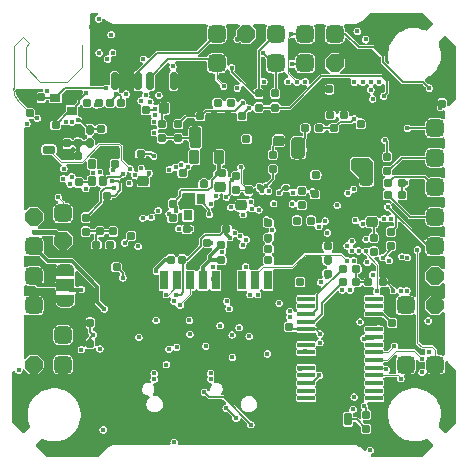
<source format=gbr>
%TF.GenerationSoftware,KiCad,Pcbnew,9.0.0-9.0.0-2~ubuntu24.04.1*%
%TF.CreationDate,2025-03-27T18:59:32+01:00*%
%TF.ProjectId,Kolibri v0.5,4b6f6c69-6272-4692-9076-302e352e6b69,rev?*%
%TF.SameCoordinates,Original*%
%TF.FileFunction,Copper,L8,Bot*%
%TF.FilePolarity,Positive*%
%FSLAX46Y46*%
G04 Gerber Fmt 4.6, Leading zero omitted, Abs format (unit mm)*
G04 Created by KiCad (PCBNEW 9.0.0-9.0.0-2~ubuntu24.04.1) date 2025-03-27 18:59:32*
%MOMM*%
%LPD*%
G01*
G04 APERTURE LIST*
G04 Aperture macros list*
%AMRoundRect*
0 Rectangle with rounded corners*
0 $1 Rounding radius*
0 $2 $3 $4 $5 $6 $7 $8 $9 X,Y pos of 4 corners*
0 Add a 4 corners polygon primitive as box body*
4,1,4,$2,$3,$4,$5,$6,$7,$8,$9,$2,$3,0*
0 Add four circle primitives for the rounded corners*
1,1,$1+$1,$2,$3*
1,1,$1+$1,$4,$5*
1,1,$1+$1,$6,$7*
1,1,$1+$1,$8,$9*
0 Add four rect primitives between the rounded corners*
20,1,$1+$1,$2,$3,$4,$5,0*
20,1,$1+$1,$4,$5,$6,$7,0*
20,1,$1+$1,$6,$7,$8,$9,0*
20,1,$1+$1,$8,$9,$2,$3,0*%
%AMOutline5P*
0 Free polygon, 5 corners , with rotation*
0 The origin of the aperture is its center*
0 number of corners: always 5*
0 $1 to $10 corner X, Y*
0 $11 Rotation angle, in degrees counterclockwise*
0 create outline with 5 corners*
4,1,5,$1,$2,$3,$4,$5,$6,$7,$8,$9,$10,$1,$2,$11*%
%AMOutline6P*
0 Free polygon, 6 corners , with rotation*
0 The origin of the aperture is its center*
0 number of corners: always 6*
0 $1 to $12 corner X, Y*
0 $13 Rotation angle, in degrees counterclockwise*
0 create outline with 6 corners*
4,1,6,$1,$2,$3,$4,$5,$6,$7,$8,$9,$10,$11,$12,$1,$2,$13*%
%AMOutline7P*
0 Free polygon, 7 corners , with rotation*
0 The origin of the aperture is its center*
0 number of corners: always 7*
0 $1 to $14 corner X, Y*
0 $15 Rotation angle, in degrees counterclockwise*
0 create outline with 7 corners*
4,1,7,$1,$2,$3,$4,$5,$6,$7,$8,$9,$10,$11,$12,$13,$14,$1,$2,$15*%
%AMOutline8P*
0 Free polygon, 8 corners , with rotation*
0 The origin of the aperture is its center*
0 number of corners: always 8*
0 $1 to $16 corner X, Y*
0 $17 Rotation angle, in degrees counterclockwise*
0 create outline with 8 corners*
4,1,8,$1,$2,$3,$4,$5,$6,$7,$8,$9,$10,$11,$12,$13,$14,$15,$16,$1,$2,$17*%
%AMFreePoly0*
4,1,23,0.550000,-0.750000,0.000000,-0.750000,0.000000,-0.745722,-0.065263,-0.745722,-0.191342,-0.711940,-0.304381,-0.646677,-0.396677,-0.554381,-0.461940,-0.441342,-0.495722,-0.315263,-0.495722,-0.250000,-0.500000,-0.250000,-0.500000,0.250000,-0.495722,0.250000,-0.495722,0.315263,-0.461940,0.441342,-0.396677,0.554381,-0.304381,0.646677,-0.191342,0.711940,-0.065263,0.745722,0.000000,0.745722,
0.000000,0.750000,0.550000,0.750000,0.550000,-0.750000,0.550000,-0.750000,$1*%
%AMFreePoly1*
4,1,23,0.000000,0.745722,0.065263,0.745722,0.191342,0.711940,0.304381,0.646677,0.396677,0.554381,0.461940,0.441342,0.495722,0.315263,0.495722,0.250000,0.500000,0.250000,0.500000,-0.250000,0.495722,-0.250000,0.495722,-0.315263,0.461940,-0.441342,0.396677,-0.554381,0.304381,-0.646677,0.191342,-0.711940,0.065263,-0.745722,0.000000,-0.745722,0.000000,-0.750000,-0.550000,-0.750000,
-0.550000,0.750000,0.000000,0.750000,0.000000,0.745722,0.000000,0.745722,$1*%
G04 Aperture macros list end*
%TA.AperFunction,SMDPad,CuDef*%
%ADD10RoundRect,0.160000X-0.197500X-0.160000X0.197500X-0.160000X0.197500X0.160000X-0.197500X0.160000X0*%
%TD*%
%TA.AperFunction,SMDPad,CuDef*%
%ADD11RoundRect,0.155000X0.212500X0.155000X-0.212500X0.155000X-0.212500X-0.155000X0.212500X-0.155000X0*%
%TD*%
%TA.AperFunction,SMDPad,CuDef*%
%ADD12RoundRect,0.155000X-0.212500X-0.155000X0.212500X-0.155000X0.212500X0.155000X-0.212500X0.155000X0*%
%TD*%
%TA.AperFunction,SMDPad,CuDef*%
%ADD13Outline8P,-0.750000X0.300000X-0.300000X0.750000X0.300000X0.750000X0.750000X0.300000X0.750000X-0.300000X0.300000X-0.750000X-0.300000X-0.750000X-0.750000X-0.300000X0.000000*%
%TD*%
%TA.AperFunction,ComponentPad*%
%ADD14O,1.000000X1.600000*%
%TD*%
%TA.AperFunction,SMDPad,CuDef*%
%ADD15R,1.500000X1.500000*%
%TD*%
%TA.AperFunction,HeatsinkPad*%
%ADD16C,0.500000*%
%TD*%
%TA.AperFunction,HeatsinkPad*%
%ADD17R,0.500000X1.600000*%
%TD*%
%TA.AperFunction,SMDPad,CuDef*%
%ADD18RoundRect,0.375000X-0.375000X-0.375000X0.375000X-0.375000X0.375000X0.375000X-0.375000X0.375000X0*%
%TD*%
%TA.AperFunction,SMDPad,CuDef*%
%ADD19RoundRect,0.175000X0.375000X-0.175000X0.375000X0.175000X-0.375000X0.175000X-0.375000X-0.175000X0*%
%TD*%
%TA.AperFunction,SMDPad,CuDef*%
%ADD20RoundRect,0.150000X0.450000X-0.150000X0.450000X0.150000X-0.450000X0.150000X-0.450000X-0.150000X0*%
%TD*%
%TA.AperFunction,SMDPad,CuDef*%
%ADD21RoundRect,0.375000X0.375000X0.375000X-0.375000X0.375000X-0.375000X-0.375000X0.375000X-0.375000X0*%
%TD*%
%TA.AperFunction,SMDPad,CuDef*%
%ADD22RoundRect,0.160000X-0.160000X0.197500X-0.160000X-0.197500X0.160000X-0.197500X0.160000X0.197500X0*%
%TD*%
%TA.AperFunction,SMDPad,CuDef*%
%ADD23RoundRect,0.160000X0.197500X0.160000X-0.197500X0.160000X-0.197500X-0.160000X0.197500X-0.160000X0*%
%TD*%
%TA.AperFunction,SMDPad,CuDef*%
%ADD24RoundRect,0.218750X0.218750X0.256250X-0.218750X0.256250X-0.218750X-0.256250X0.218750X-0.256250X0*%
%TD*%
%TA.AperFunction,SMDPad,CuDef*%
%ADD25RoundRect,0.155000X0.155000X-0.212500X0.155000X0.212500X-0.155000X0.212500X-0.155000X-0.212500X0*%
%TD*%
%TA.AperFunction,SMDPad,CuDef*%
%ADD26RoundRect,0.155000X-0.155000X0.212500X-0.155000X-0.212500X0.155000X-0.212500X0.155000X0.212500X0*%
%TD*%
%TA.AperFunction,SMDPad,CuDef*%
%ADD27RoundRect,0.160000X0.160000X-0.197500X0.160000X0.197500X-0.160000X0.197500X-0.160000X-0.197500X0*%
%TD*%
%TA.AperFunction,SMDPad,CuDef*%
%ADD28RoundRect,0.225000X0.250000X-0.225000X0.250000X0.225000X-0.250000X0.225000X-0.250000X-0.225000X0*%
%TD*%
%TA.AperFunction,SMDPad,CuDef*%
%ADD29R,0.800000X0.900000*%
%TD*%
%TA.AperFunction,SMDPad,CuDef*%
%ADD30RoundRect,0.250000X-0.325000X-0.650000X0.325000X-0.650000X0.325000X0.650000X-0.325000X0.650000X0*%
%TD*%
%TA.AperFunction,SMDPad,CuDef*%
%ADD31RoundRect,0.175000X0.175000X0.375000X-0.175000X0.375000X-0.175000X-0.375000X0.175000X-0.375000X0*%
%TD*%
%TA.AperFunction,SMDPad,CuDef*%
%ADD32RoundRect,0.150000X0.150000X0.450000X-0.150000X0.450000X-0.150000X-0.450000X0.150000X-0.450000X0*%
%TD*%
%TA.AperFunction,SMDPad,CuDef*%
%ADD33RoundRect,0.250000X0.325000X0.650000X-0.325000X0.650000X-0.325000X-0.650000X0.325000X-0.650000X0*%
%TD*%
%TA.AperFunction,SMDPad,CuDef*%
%ADD34RoundRect,0.375000X0.375000X-0.375000X0.375000X0.375000X-0.375000X0.375000X-0.375000X-0.375000X0*%
%TD*%
%TA.AperFunction,SMDPad,CuDef*%
%ADD35RoundRect,0.150000X-0.150000X-0.625000X0.150000X-0.625000X0.150000X0.625000X-0.150000X0.625000X0*%
%TD*%
%TA.AperFunction,SMDPad,CuDef*%
%ADD36RoundRect,0.250000X-0.350000X-0.650000X0.350000X-0.650000X0.350000X0.650000X-0.350000X0.650000X0*%
%TD*%
%TA.AperFunction,SMDPad,CuDef*%
%ADD37R,0.900000X0.800000*%
%TD*%
%TA.AperFunction,SMDPad,CuDef*%
%ADD38Outline8P,-0.750000X0.300000X-0.300000X0.750000X0.300000X0.750000X0.750000X0.300000X0.750000X-0.300000X0.300000X-0.750000X-0.300000X-0.750000X-0.750000X-0.300000X180.000000*%
%TD*%
%TA.AperFunction,SMDPad,CuDef*%
%ADD39RoundRect,0.100000X0.675000X0.100000X-0.675000X0.100000X-0.675000X-0.100000X0.675000X-0.100000X0*%
%TD*%
%TA.AperFunction,HeatsinkPad*%
%ADD40R,2.750000X6.200000*%
%TD*%
%TA.AperFunction,SMDPad,CuDef*%
%ADD41RoundRect,0.218750X-0.256250X0.218750X-0.256250X-0.218750X0.256250X-0.218750X0.256250X0.218750X0*%
%TD*%
%TA.AperFunction,SMDPad,CuDef*%
%ADD42RoundRect,0.097500X-0.227500X0.302500X-0.227500X-0.302500X0.227500X-0.302500X0.227500X0.302500X0*%
%TD*%
%TA.AperFunction,SMDPad,CuDef*%
%ADD43FreePoly0,270.000000*%
%TD*%
%TA.AperFunction,SMDPad,CuDef*%
%ADD44R,1.500000X1.000000*%
%TD*%
%TA.AperFunction,SMDPad,CuDef*%
%ADD45FreePoly1,270.000000*%
%TD*%
%TA.AperFunction,SMDPad,CuDef*%
%ADD46R,0.700000X1.600000*%
%TD*%
%TA.AperFunction,SMDPad,CuDef*%
%ADD47R,1.200000X2.200000*%
%TD*%
%TA.AperFunction,SMDPad,CuDef*%
%ADD48R,1.200000X1.400000*%
%TD*%
%TA.AperFunction,SMDPad,CuDef*%
%ADD49R,1.600000X1.400000*%
%TD*%
%TA.AperFunction,SMDPad,CuDef*%
%ADD50RoundRect,0.250000X-0.250000X-0.475000X0.250000X-0.475000X0.250000X0.475000X-0.250000X0.475000X0*%
%TD*%
%TA.AperFunction,SMDPad,CuDef*%
%ADD51RoundRect,0.160000X0.160000X-0.222500X0.160000X0.222500X-0.160000X0.222500X-0.160000X-0.222500X0*%
%TD*%
%TA.AperFunction,SMDPad,CuDef*%
%ADD52RoundRect,0.218750X0.218750X0.381250X-0.218750X0.381250X-0.218750X-0.381250X0.218750X-0.381250X0*%
%TD*%
%TA.AperFunction,SMDPad,CuDef*%
%ADD53RoundRect,0.375000X-0.375000X0.375000X-0.375000X-0.375000X0.375000X-0.375000X0.375000X0.375000X0*%
%TD*%
%TA.AperFunction,SMDPad,CuDef*%
%ADD54RoundRect,0.112500X0.187500X0.112500X-0.187500X0.112500X-0.187500X-0.112500X0.187500X-0.112500X0*%
%TD*%
%TA.AperFunction,SMDPad,CuDef*%
%ADD55RoundRect,0.218750X0.256250X-0.218750X0.256250X0.218750X-0.256250X0.218750X-0.256250X-0.218750X0*%
%TD*%
%TA.AperFunction,ViaPad*%
%ADD56C,0.450000*%
%TD*%
%TA.AperFunction,Conductor*%
%ADD57C,0.200000*%
%TD*%
%TA.AperFunction,Conductor*%
%ADD58C,0.300000*%
%TD*%
%TA.AperFunction,Conductor*%
%ADD59C,0.150000*%
%TD*%
%TA.AperFunction,Conductor*%
%ADD60C,0.110000*%
%TD*%
%TA.AperFunction,Conductor*%
%ADD61C,0.400000*%
%TD*%
%TA.AperFunction,Conductor*%
%ADD62C,0.118000*%
%TD*%
G04 APERTURE END LIST*
D10*
%TO.P,R11,1*%
%TO.N,+3V3_ELRS*%
X88302500Y-100850000D03*
%TO.P,R11,2*%
%TO.N,/ELRS/POWER_RXEN_2*%
X89497500Y-100850000D03*
%TD*%
D11*
%TO.P,C27,1*%
%TO.N,+3V3_ELRS*%
X92517500Y-89450000D03*
%TO.P,C27,2*%
%TO.N,GND*%
X91382500Y-89450000D03*
%TD*%
D12*
%TO.P,C61,1*%
%TO.N,GND*%
X98182500Y-99550000D03*
%TO.P,C61,2*%
%TO.N,Net-(IC3-DCC_FB)*%
X99317500Y-99550000D03*
%TD*%
D11*
%TO.P,C60,1*%
%TO.N,+3V3_ELRS*%
X97717500Y-100700000D03*
%TO.P,C60,2*%
%TO.N,GND*%
X96582500Y-100700000D03*
%TD*%
D13*
%TO.P,P30,2*%
%TO.N,+5V*%
X108500000Y-85500000D03*
%TD*%
%TO.P,P29,2*%
%TO.N,+5V*%
X85500000Y-100500000D03*
%TD*%
D14*
%TO.P,J1,S1,SHIELD*%
%TO.N,GND*%
X91280000Y-116747500D03*
X99920000Y-116747500D03*
%TD*%
D15*
%TO.P,P25,2*%
%TO.N,GND*%
X111000000Y-85500000D03*
%TD*%
D16*
%TO.P,U7,7,EP*%
%TO.N,GND*%
X108950000Y-87700000D03*
D17*
X108950000Y-88250000D03*
D16*
X108950000Y-88800000D03*
%TD*%
D15*
%TO.P,P23,2*%
%TO.N,GND*%
X114500000Y-103500000D03*
%TD*%
D18*
%TO.P,P21,2*%
%TO.N,/Spk.+*%
X83000000Y-103500000D03*
%TD*%
D13*
%TO.P,P34,2*%
%TO.N,+3V3*%
X83000000Y-98500000D03*
%TD*%
%TO.P,P28,2*%
%TO.N,+10V*%
X117000000Y-106000000D03*
%TD*%
D18*
%TO.P,P18,2*%
%TO.N,/Video.In*%
X114500000Y-111000000D03*
%TD*%
%TO.P,P22,2*%
%TO.N,/Spk.-*%
X83000000Y-101000000D03*
%TD*%
%TO.P,P19,2*%
%TO.N,/Video.Out*%
X114500000Y-106000000D03*
%TD*%
D16*
%TO.P,U6,7,EP*%
%TO.N,GND*%
X113512500Y-88387500D03*
D17*
X113512500Y-88937500D03*
D16*
X113512500Y-89487500D03*
%TD*%
D18*
%TO.P,P20,2*%
%TO.N,/Connectors/LED*%
X108500000Y-83000000D03*
%TD*%
D15*
%TO.P,P24,2*%
%TO.N,GND*%
X117000000Y-108500000D03*
%TD*%
D13*
%TO.P,P33,2*%
%TO.N,VCC*%
X117000000Y-103500000D03*
%TD*%
D11*
%TO.P,C30,1*%
%TO.N,+3V3_ELRS*%
X92067500Y-93150000D03*
%TO.P,C30,2*%
%TO.N,GND*%
X90932500Y-93150000D03*
%TD*%
D10*
%TO.P,R20,1*%
%TO.N,Net-(IC6-FB)*%
X97102500Y-90000000D03*
%TO.P,R20,2*%
%TO.N,GND*%
X98297500Y-90000000D03*
%TD*%
D12*
%TO.P,C74,1*%
%TO.N,+3V3*%
X98882500Y-102150000D03*
%TO.P,C74,2*%
%TO.N,GND*%
X100017500Y-102150000D03*
%TD*%
D10*
%TO.P,R25,1*%
%TO.N,Net-(C77-Pad2)*%
X111352500Y-104050000D03*
%TO.P,R25,2*%
%TO.N,/Video.Out*%
X112547500Y-104050000D03*
%TD*%
D19*
%TO.P,SW2,1,1*%
%TO.N,GND*%
X84300000Y-96300000D03*
%TO.P,SW2,2,2*%
%TO.N,/ELRS/ELRS_BUTTON*%
X84300000Y-92800000D03*
D20*
%TO.P,SW2,3,MP*%
%TO.N,GND*%
X82850000Y-92350000D03*
%TO.P,SW2,4,MP*%
X82850000Y-96750000D03*
%TD*%
D12*
%TO.P,C75,1*%
%TO.N,+3V3*%
X98882500Y-100850000D03*
%TO.P,C75,2*%
%TO.N,GND*%
X100017500Y-100850000D03*
%TD*%
%TO.P,C6,1*%
%TO.N,+3V3*%
X102882500Y-99000000D03*
%TO.P,C6,2*%
%TO.N,GND*%
X104017500Y-99000000D03*
%TD*%
D21*
%TO.P,P11,1*%
%TO.N,/U2.RX*%
X98500000Y-85500000D03*
%TD*%
D22*
%TO.P,R17,1*%
%TO.N,Net-(IC5-RT{slash}SYNC)*%
X110700000Y-90652500D03*
%TO.P,R17,2*%
%TO.N,GND*%
X110700000Y-91847500D03*
%TD*%
D23*
%TO.P,R18,1*%
%TO.N,Net-(IC6-RT{slash}SYNC)*%
X100647500Y-90000000D03*
%TO.P,R18,2*%
%TO.N,GND*%
X99452500Y-90000000D03*
%TD*%
D12*
%TO.P,C44,1*%
%TO.N,+3V3_ELRS*%
X95632500Y-94800000D03*
%TO.P,C44,2*%
%TO.N,GND*%
X96767500Y-94800000D03*
%TD*%
D21*
%TO.P,P9,1*%
%TO.N,/I2C0.SCL*%
X103500000Y-85500000D03*
%TD*%
D11*
%TO.P,C4,1*%
%TO.N,+3V3*%
X107917500Y-101000000D03*
%TO.P,C4,2*%
%TO.N,GND*%
X106782500Y-101000000D03*
%TD*%
D24*
%TO.P,D15,1,K*%
%TO.N,GND*%
X95637500Y-89300000D03*
%TO.P,D15,2,A*%
%TO.N,Net-(D15-A)*%
X94062500Y-89300000D03*
%TD*%
D25*
%TO.P,C26,1*%
%TO.N,+3V3_ELRS*%
X89850000Y-94017500D03*
%TO.P,C26,2*%
%TO.N,GND*%
X89850000Y-92882500D03*
%TD*%
D12*
%TO.P,C10,1*%
%TO.N,+3V3*%
X102882500Y-100250000D03*
%TO.P,C10,2*%
%TO.N,GND*%
X104017500Y-100250000D03*
%TD*%
D11*
%TO.P,C15,1*%
%TO.N,GND*%
X107967500Y-96600000D03*
%TO.P,C15,2*%
%TO.N,Net-(C15-Pad2)*%
X106832500Y-96600000D03*
%TD*%
D22*
%TO.P,R37,1*%
%TO.N,+3V3*%
X112950000Y-93402500D03*
%TO.P,R37,2*%
%TO.N,/Motor.4*%
X112950000Y-94597500D03*
%TD*%
D26*
%TO.P,C28,1*%
%TO.N,+3V3_ELRS*%
X89450000Y-88832500D03*
%TO.P,C28,2*%
%TO.N,GND*%
X89450000Y-89967500D03*
%TD*%
D27*
%TO.P,R19,1*%
%TO.N,+10V*%
X95250000Y-91847500D03*
%TO.P,R19,2*%
%TO.N,Net-(IC6-FB)*%
X95250000Y-90652500D03*
%TD*%
D22*
%TO.P,R4,1*%
%TO.N,Net-(C15-Pad2)*%
X105700000Y-96302500D03*
%TO.P,R4,2*%
%TO.N,Net-(U1-XOUT)*%
X105700000Y-97497500D03*
%TD*%
D11*
%TO.P,C71,1*%
%TO.N,Net-(IC6-BOOT)*%
X99717500Y-88850000D03*
%TO.P,C71,2*%
%TO.N,Net-(IC6-SW_1)*%
X98582500Y-88850000D03*
%TD*%
D28*
%TO.P,C64,1*%
%TO.N,GND*%
X100600000Y-99075000D03*
%TO.P,C64,2*%
%TO.N,+5V*%
X100600000Y-97525000D03*
%TD*%
%TO.P,C63,1*%
%TO.N,GND*%
X98800000Y-97525000D03*
%TO.P,C63,2*%
%TO.N,+5V*%
X98800000Y-95975000D03*
%TD*%
D29*
%TO.P,Y5,1,1*%
%TO.N,Net-(IC1-XTB)*%
X97150000Y-96950000D03*
%TO.P,Y5,2,2*%
%TO.N,GND*%
X97150000Y-98350000D03*
%TO.P,Y5,3,3*%
%TO.N,Net-(IC1-XTA)*%
X96050000Y-98350000D03*
%TO.P,Y5,4,4*%
%TO.N,GND*%
X96050000Y-96950000D03*
%TD*%
D25*
%TO.P,C31,1*%
%TO.N,GND*%
X88500000Y-89967500D03*
%TO.P,C31,2*%
%TO.N,Net-(U3-CAP1)*%
X88500000Y-88832500D03*
%TD*%
D12*
%TO.P,C39,1*%
%TO.N,GND*%
X83732500Y-90750000D03*
%TO.P,C39,2*%
%TO.N,Net-(C39-Pad2)*%
X84867500Y-90750000D03*
%TD*%
D21*
%TO.P,P8,1*%
%TO.N,/I2C0.SDA*%
X103500000Y-83000000D03*
%TD*%
D30*
%TO.P,C66,1*%
%TO.N,+5V_BUCK*%
X105412500Y-92650000D03*
%TO.P,C66,2*%
%TO.N,GND*%
X108362500Y-92650000D03*
%TD*%
D11*
%TO.P,C78,1*%
%TO.N,Net-(C77-Pad2)*%
X110317500Y-104050000D03*
%TO.P,C78,2*%
%TO.N,Net-(U5-SAG)*%
X109182500Y-104050000D03*
%TD*%
D21*
%TO.P,P17,1*%
%TO.N,/U0.RX*%
X85500000Y-111000000D03*
%TD*%
D10*
%TO.P,R12,1*%
%TO.N,/ELRS/POWER_TXEN_2*%
X91252500Y-100100000D03*
%TO.P,R12,2*%
%TO.N,GND*%
X92447500Y-100100000D03*
%TD*%
D21*
%TO.P,P16,1*%
%TO.N,/U0.TX*%
X85500000Y-108500000D03*
%TD*%
D27*
%TO.P,R28,1*%
%TO.N,VCC*%
X111800000Y-101447500D03*
%TO.P,R28,2*%
%TO.N,Net-(D14-A)*%
X111800000Y-100252500D03*
%TD*%
D31*
%TO.P,SW1,1,1*%
%TO.N,Net-(R33-Pad2)*%
X109600000Y-115650000D03*
%TO.P,SW1,2,2*%
%TO.N,GND*%
X106100000Y-115650000D03*
D32*
%TO.P,SW1,3,MP*%
X105650000Y-117100000D03*
%TO.P,SW1,4,MP*%
X110050000Y-117100000D03*
%TD*%
D21*
%TO.P,P4,1*%
%TO.N,/Motor.4*%
X117000000Y-93500000D03*
%TD*%
D26*
%TO.P,C5,1*%
%TO.N,+3V3*%
X106500000Y-98832500D03*
%TO.P,C5,2*%
%TO.N,GND*%
X106500000Y-99967500D03*
%TD*%
D12*
%TO.P,C53,1*%
%TO.N,+3V3_ELRS*%
X90032500Y-102750000D03*
%TO.P,C53,2*%
%TO.N,GND*%
X91167500Y-102750000D03*
%TD*%
D26*
%TO.P,C29,1*%
%TO.N,+3V3_ELRS*%
X90400000Y-88832500D03*
%TO.P,C29,2*%
%TO.N,GND*%
X90400000Y-89967500D03*
%TD*%
D27*
%TO.P,R7,1*%
%TO.N,+3V3*%
X102050000Y-89247500D03*
%TO.P,R7,2*%
%TO.N,/I2C0.SDA*%
X102050000Y-88052500D03*
%TD*%
D33*
%TO.P,C68,1*%
%TO.N,VCC*%
X111175000Y-94950000D03*
%TO.P,C68,2*%
%TO.N,GND*%
X108225000Y-94950000D03*
%TD*%
D34*
%TO.P,P13,1*%
%TO.N,/PWM.2*%
X83000000Y-106000000D03*
%TD*%
D11*
%TO.P,C43,1*%
%TO.N,Net-(IC1-VR_PA)*%
X94767500Y-98600000D03*
%TO.P,C43,2*%
%TO.N,GND*%
X93632500Y-98600000D03*
%TD*%
D35*
%TO.P,J7,1,Pin_1*%
%TO.N,+10V*%
X89850000Y-87000000D03*
%TO.P,J7,2,Pin_2*%
%TO.N,GND*%
X90850000Y-87000000D03*
%TO.P,J7,3,Pin_3*%
%TO.N,/U2.TX*%
X91850000Y-87000000D03*
%TO.P,J7,4,Pin_4*%
%TO.N,/U2.RX*%
X92850000Y-87000000D03*
%TO.P,J7,5,Pin_5*%
%TO.N,GND*%
X93850000Y-87000000D03*
%TO.P,J7,6,Pin_6*%
%TO.N,unconnected-(J7-Pin_6-Pad6)*%
X94850000Y-87000000D03*
D36*
%TO.P,J7,MP,MountPin*%
%TO.N,GND*%
X88550000Y-83125000D03*
X96150000Y-83125000D03*
%TD*%
D26*
%TO.P,C42,1*%
%TO.N,GND*%
X94800000Y-96232500D03*
%TO.P,C42,2*%
%TO.N,Net-(IC1-DCC_FB)*%
X94800000Y-97367500D03*
%TD*%
%TO.P,C36,1*%
%TO.N,+3V3_ELRS*%
X86800000Y-93332500D03*
%TO.P,C36,2*%
%TO.N,GND*%
X86800000Y-94467500D03*
%TD*%
D37*
%TO.P,Y2,1,1*%
%TO.N,Net-(C39-Pad2)*%
X86250000Y-89500000D03*
%TO.P,Y2,2,2*%
%TO.N,GND*%
X84850000Y-89500000D03*
%TO.P,Y2,3,3*%
%TO.N,Net-(U3-XTAL_N)*%
X84850000Y-88400000D03*
%TO.P,Y2,4,4*%
%TO.N,GND*%
X86250000Y-88400000D03*
%TD*%
D34*
%TO.P,P12,1*%
%TO.N,/PWM.1*%
X85500000Y-98200000D03*
%TD*%
D38*
%TO.P,P31,1*%
%TO.N,+5V*%
X83000000Y-111000000D03*
%TD*%
%TO.P,P32,1*%
%TO.N,+5V*%
X101000000Y-83000000D03*
%TD*%
D26*
%TO.P,C25,1*%
%TO.N,+3V3_ELRS*%
X87550000Y-88832500D03*
%TO.P,C25,2*%
%TO.N,GND*%
X87550000Y-89967500D03*
%TD*%
D21*
%TO.P,P2,1*%
%TO.N,/Motor.2*%
X117000000Y-98500000D03*
%TD*%
D25*
%TO.P,C34,1*%
%TO.N,+3V3_ELRS*%
X86800000Y-92267500D03*
%TO.P,C34,2*%
%TO.N,GND*%
X86800000Y-91132500D03*
%TD*%
D39*
%TO.P,U5,1,NC*%
%TO.N,unconnected-(U5-NC-Pad1)_6*%
X111825000Y-105425000D03*
%TO.P,U5,2,NC*%
%TO.N,unconnected-(U5-NC-Pad1)_5*%
X111825000Y-106075000D03*
%TO.P,U5,3,DVDD*%
%TO.N,+3V3*%
X111825000Y-106725000D03*
%TO.P,U5,4,DGND*%
%TO.N,GND*%
X111825000Y-107375000D03*
%TO.P,U5,5,CLKIN*%
%TO.N,Net-(U5-CLKIN)*%
X111825000Y-108025000D03*
%TO.P,U5,6,XFB*%
%TO.N,Net-(U5-XFB)*%
X111825000Y-108675000D03*
%TO.P,U5,7,CLKOUT*%
%TO.N,unconnected-(U5-CLKOUT-Pad7)*%
X111825000Y-109325000D03*
%TO.P,U5,8,CS*%
%TO.N,/RP2350/OSD_SS*%
X111825000Y-109975000D03*
%TO.P,U5,9,SDIN*%
%TO.N,/SPI1.MOSI*%
X111825000Y-110625000D03*
%TO.P,U5,10,SCLK*%
%TO.N,/SPI1.SCLK*%
X111825000Y-111275000D03*
%TO.P,U5,11,SDOUT*%
%TO.N,/SPI1.MISO*%
X111825000Y-111925000D03*
%TO.P,U5,12,LOS*%
%TO.N,Net-(U5-LOS)*%
X111825000Y-112575000D03*
%TO.P,U5,13,SYNC_IN*%
%TO.N,unconnected-(U5-SYNC_IN-Pad13)*%
X111825000Y-113225000D03*
%TO.P,U5,14,NC*%
%TO.N,unconnected-(U5-NC-Pad1)*%
X111825000Y-113875000D03*
%TO.P,U5,15,NC*%
%TO.N,unconnected-(U5-NC-Pad1)_4*%
X106075000Y-113875000D03*
%TO.P,U5,16,NC*%
%TO.N,unconnected-(U5-NC-Pad1)_3*%
X106075000Y-113225000D03*
%TO.P,U5,17,VSYNC*%
%TO.N,Net-(U5-VSYNC)*%
X106075000Y-112575000D03*
%TO.P,U5,18,HSYNC*%
%TO.N,Net-(U5-HSYNC)*%
X106075000Y-111925000D03*
%TO.P,U5,19,RESET*%
%TO.N,+3V3*%
X106075000Y-111275000D03*
%TO.P,U5,20,AGND*%
%TO.N,GND*%
X106075000Y-110625000D03*
%TO.P,U5,21,AVDD*%
%TO.N,+3V3*%
X106075000Y-109975000D03*
%TO.P,U5,22,VIN*%
%TO.N,Net-(U5-VIN)*%
X106075000Y-109325000D03*
%TO.P,U5,23,PGND*%
%TO.N,GND*%
X106075000Y-108675000D03*
%TO.P,U5,24,PVDD*%
%TO.N,+3V3*%
X106075000Y-108025000D03*
%TO.P,U5,25,SAG*%
%TO.N,Net-(U5-SAG)*%
X106075000Y-107375000D03*
%TO.P,U5,26,VOUT*%
%TO.N,Net-(U5-VOUT)*%
X106075000Y-106725000D03*
%TO.P,U5,27,NC*%
%TO.N,unconnected-(U5-NC-Pad1)_2*%
X106075000Y-106075000D03*
%TO.P,U5,28,NC*%
%TO.N,unconnected-(U5-NC-Pad1)_1*%
X106075000Y-105425000D03*
D40*
%TO.P,U5,29,EP*%
%TO.N,GND*%
X108950000Y-109650000D03*
%TD*%
D11*
%TO.P,C70,1*%
%TO.N,VCC*%
X101017500Y-91900000D03*
%TO.P,C70,2*%
%TO.N,GND*%
X99882500Y-91900000D03*
%TD*%
D25*
%TO.P,C9,1*%
%TO.N,+3V3*%
X105550000Y-104017500D03*
%TO.P,C9,2*%
%TO.N,GND*%
X105550000Y-102882500D03*
%TD*%
%TO.P,C55,1*%
%TO.N,Net-(IC3-VR_PA)*%
X94600000Y-102117500D03*
%TO.P,C55,2*%
%TO.N,GND*%
X94600000Y-100982500D03*
%TD*%
D27*
%TO.P,R29,1*%
%TO.N,+10V*%
X93850000Y-91847500D03*
%TO.P,R29,2*%
%TO.N,Net-(D15-A)*%
X93850000Y-90652500D03*
%TD*%
D11*
%TO.P,C65,1*%
%TO.N,Net-(IC5-BOOT)*%
X109267500Y-89900000D03*
%TO.P,C65,2*%
%TO.N,Net-(IC5-SW_1)*%
X108132500Y-89900000D03*
%TD*%
D26*
%TO.P,C86,1*%
%TO.N,+3V3*%
X113350000Y-107482500D03*
%TO.P,C86,2*%
%TO.N,GND*%
X113350000Y-108617500D03*
%TD*%
%TO.P,C56,1*%
%TO.N,+3V3*%
X104590000Y-107812500D03*
%TO.P,C56,2*%
%TO.N,GND*%
X104590000Y-108947500D03*
%TD*%
%TO.P,C40,1*%
%TO.N,+4V5*%
X86850000Y-95582500D03*
%TO.P,C40,2*%
%TO.N,GND*%
X86850000Y-96717500D03*
%TD*%
D22*
%TO.P,R33,1*%
%TO.N,Net-(U1-QSPI_SS)*%
X111150000Y-115252500D03*
%TO.P,R33,2*%
%TO.N,Net-(R33-Pad2)*%
X111150000Y-116447500D03*
%TD*%
D21*
%TO.P,P6,1*%
%TO.N,/U1.RX*%
X106000000Y-83000000D03*
%TD*%
D41*
%TO.P,D16,1,K*%
%TO.N,GND*%
X103750000Y-90462500D03*
%TO.P,D16,2,A*%
%TO.N,Net-(D16-A)*%
X103750000Y-92037500D03*
%TD*%
D22*
%TO.P,R13,1*%
%TO.N,+5V_BUCK*%
X100100000Y-95052500D03*
%TO.P,R13,2*%
%TO.N,Net-(U4-PR1)*%
X100100000Y-96247500D03*
%TD*%
D41*
%TO.P,D14,1,K*%
%TO.N,GND*%
X111650000Y-97362500D03*
%TO.P,D14,2,A*%
%TO.N,Net-(D14-A)*%
X111650000Y-98937500D03*
%TD*%
D42*
%TO.P,D11,1,DOUT*%
%TO.N,unconnected-(D11-DOUT-Pad1)*%
X87925000Y-94000000D03*
%TO.P,D11,2,VDD*%
%TO.N,+4V5*%
X87925000Y-95500000D03*
%TO.P,D11,3,GND*%
%TO.N,GND*%
X88875000Y-94000000D03*
%TO.P,D11,4,DIN*%
%TO.N,/ELRS/LED_RGB*%
X88875000Y-95500000D03*
%TD*%
D25*
%TO.P,C50,1*%
%TO.N,+3V3_ELRS*%
X88600000Y-99717500D03*
%TO.P,C50,2*%
%TO.N,GND*%
X88600000Y-98582500D03*
%TD*%
%TO.P,C37,1*%
%TO.N,/ELRS/WIFI_ANTENNA*%
X82700000Y-89717500D03*
%TO.P,C37,2*%
%TO.N,GND*%
X82700000Y-88582500D03*
%TD*%
D43*
%TO.P,JP1,1,A*%
%TO.N,+10V*%
X85700000Y-103000000D03*
D44*
%TO.P,JP1,2,C*%
%TO.N,/Spk.+*%
X85700000Y-104300000D03*
D45*
%TO.P,JP1,3,B*%
%TO.N,VCC*%
X85700000Y-105600000D03*
%TD*%
D46*
%TO.P,J9,1,DAT2*%
%TO.N,/SD_DAT.2*%
X94050000Y-103850000D03*
%TO.P,J9,2,DAT3/CD*%
%TO.N,/SD_DAT.3*%
X95150000Y-103850000D03*
%TO.P,J9,3,CMD*%
%TO.N,/RP2350/SD_CMD*%
X96250000Y-103850000D03*
%TO.P,J9,4,VDD*%
%TO.N,+3V3*%
X97350000Y-103850000D03*
%TO.P,J9,5,CLK*%
%TO.N,/RP2350/SD_SCLK*%
X98450000Y-103850000D03*
%TO.P,J9,6,VSS*%
%TO.N,GND*%
X99550000Y-103850000D03*
%TO.P,J9,7,DAT0*%
%TO.N,/SD_DAT.0*%
X100650000Y-103850000D03*
%TO.P,J9,8,DAT1*%
%TO.N,/SD_DAT.1*%
X101750000Y-103850000D03*
%TO.P,J9,9,DET*%
%TO.N,unconnected-(J9-DET-Pad9)*%
X102850000Y-103850000D03*
D47*
%TO.P,J9,10,SHIELD*%
%TO.N,GND*%
X104050000Y-113950000D03*
D48*
X104050000Y-104350000D03*
D49*
X89450000Y-104350000D03*
D47*
X88550000Y-113950000D03*
%TD*%
D21*
%TO.P,P10,1*%
%TO.N,/U2.TX*%
X98500000Y-83000000D03*
%TD*%
D25*
%TO.P,C23,1*%
%TO.N,+3V3*%
X87800000Y-107467500D03*
%TO.P,C23,2*%
%TO.N,GND*%
X87800000Y-106332500D03*
%TD*%
D12*
%TO.P,C7,1*%
%TO.N,+3V3*%
X102882500Y-102150000D03*
%TO.P,C7,2*%
%TO.N,GND*%
X104017500Y-102150000D03*
%TD*%
%TO.P,C33,1*%
%TO.N,VDD3P3*%
X88732500Y-91050000D03*
%TO.P,C33,2*%
%TO.N,GND*%
X89867500Y-91050000D03*
%TD*%
D23*
%TO.P,R10,1*%
%TO.N,/ELRS/POWER_TXEN*%
X89197500Y-96700000D03*
%TO.P,R10,2*%
%TO.N,GND*%
X88002500Y-96700000D03*
%TD*%
D27*
%TO.P,R8,1*%
%TO.N,+3V3*%
X103450000Y-89247500D03*
%TO.P,R8,2*%
%TO.N,/I2C0.SCL*%
X103450000Y-88052500D03*
%TD*%
D23*
%TO.P,R36,1*%
%TO.N,+3V3*%
X114197500Y-95650000D03*
%TO.P,R36,2*%
%TO.N,/Motor.3*%
X113002500Y-95650000D03*
%TD*%
D15*
%TO.P,P26,1*%
%TO.N,GND*%
X101000000Y-85500000D03*
%TD*%
D21*
%TO.P,P7,1*%
%TO.N,/U1.TX*%
X106000000Y-85500000D03*
%TD*%
D12*
%TO.P,C14,1*%
%TO.N,GND*%
X105732500Y-94950000D03*
%TO.P,C14,2*%
%TO.N,Net-(U1-XIN)*%
X106867500Y-94950000D03*
%TD*%
D11*
%TO.P,C1,1*%
%TO.N,+1V1*%
X107917500Y-102150000D03*
%TO.P,C1,2*%
%TO.N,GND*%
X106782500Y-102150000D03*
%TD*%
D27*
%TO.P,R9,1*%
%TO.N,+3V3_ELRS*%
X87400000Y-99747500D03*
%TO.P,R9,2*%
%TO.N,/ELRS/POWER_RXEN*%
X87400000Y-98552500D03*
%TD*%
D10*
%TO.P,R16,1*%
%TO.N,Net-(IC5-FB)*%
X108402500Y-91000000D03*
%TO.P,R16,2*%
%TO.N,GND*%
X109597500Y-91000000D03*
%TD*%
D27*
%TO.P,R30,1*%
%TO.N,+5V*%
X103250000Y-94447500D03*
%TO.P,R30,2*%
%TO.N,Net-(D16-A)*%
X103250000Y-93252500D03*
%TD*%
D12*
%TO.P,C41,1*%
%TO.N,GND*%
X97832500Y-94800000D03*
%TO.P,C41,2*%
%TO.N,Net-(IC1-DCC_FB)*%
X98967500Y-94800000D03*
%TD*%
D26*
%TO.P,C84,1*%
%TO.N,+3V3_ELRS*%
X108050000Y-87682500D03*
%TO.P,C84,2*%
%TO.N,GND*%
X108050000Y-88817500D03*
%TD*%
D12*
%TO.P,C62,1*%
%TO.N,+3V3_ELRS*%
X95982500Y-99550000D03*
%TO.P,C62,2*%
%TO.N,GND*%
X97117500Y-99550000D03*
%TD*%
D21*
%TO.P,P3,1*%
%TO.N,/Motor.3*%
X117000000Y-96000000D03*
%TD*%
D23*
%TO.P,R35,1*%
%TO.N,+3V3*%
X114197500Y-96650000D03*
%TO.P,R35,2*%
%TO.N,/Motor.2*%
X113002500Y-96650000D03*
%TD*%
D50*
%TO.P,C72,1*%
%TO.N,+10V*%
X96700000Y-91600000D03*
%TO.P,C72,2*%
%TO.N,GND*%
X98600000Y-91600000D03*
%TD*%
D10*
%TO.P,R15,1*%
%TO.N,+5V_BUCK*%
X106002500Y-91000000D03*
%TO.P,R15,2*%
%TO.N,Net-(IC5-FB)*%
X107197500Y-91000000D03*
%TD*%
D11*
%TO.P,C8,1*%
%TO.N,+3V3*%
X107917500Y-103300000D03*
%TO.P,C8,2*%
%TO.N,GND*%
X106782500Y-103300000D03*
%TD*%
D51*
%TO.P,L2,1,1*%
%TO.N,+3V3_ELRS*%
X87750000Y-92272500D03*
%TO.P,L2,2,2*%
%TO.N,VDD3P3*%
X87750000Y-91127500D03*
%TD*%
D52*
%TO.P,L5,1,1*%
%TO.N,Net-(IC1-DCC_FB)*%
X98712500Y-93450000D03*
%TO.P,L5,2,2*%
%TO.N,Net-(IC1-DCC_SW)*%
X96587500Y-93450000D03*
%TD*%
D21*
%TO.P,P1,1*%
%TO.N,/Motor.1*%
X117000000Y-101000000D03*
%TD*%
D26*
%TO.P,C2,1*%
%TO.N,+1V1*%
X105300000Y-98832500D03*
%TO.P,C2,2*%
%TO.N,GND*%
X105300000Y-99967500D03*
%TD*%
D12*
%TO.P,C3,1*%
%TO.N,+1V1*%
X102882500Y-101200000D03*
%TO.P,C3,2*%
%TO.N,GND*%
X104017500Y-101200000D03*
%TD*%
D25*
%TO.P,C35,1*%
%TO.N,+3V3_ELRS*%
X85850000Y-92267500D03*
%TO.P,C35,2*%
%TO.N,GND*%
X85850000Y-91132500D03*
%TD*%
%TO.P,C38,1*%
%TO.N,GND*%
X83650000Y-89517500D03*
%TO.P,C38,2*%
%TO.N,Net-(U3-XTAL_N)*%
X83650000Y-88382500D03*
%TD*%
D53*
%TO.P,P15,1*%
%TO.N,/PWM.4*%
X117000000Y-111000000D03*
%TD*%
D54*
%TO.P,D10,1,K*%
%TO.N,+4V5*%
X104350000Y-96050000D03*
%TO.P,D10,2,A*%
%TO.N,+5V*%
X102250000Y-96050000D03*
%TD*%
D55*
%TO.P,D18,1,K*%
%TO.N,GND*%
X92300000Y-97037500D03*
%TO.P,D18,2,A*%
%TO.N,Net-(D18-A)*%
X92300000Y-95462500D03*
%TD*%
D15*
%TO.P,P27,1*%
%TO.N,GND*%
X83000000Y-108500000D03*
%TD*%
D12*
%TO.P,C77,1*%
%TO.N,Net-(U5-VOUT)*%
X109182500Y-102900000D03*
%TO.P,C77,2*%
%TO.N,Net-(C77-Pad2)*%
X110317500Y-102900000D03*
%TD*%
D26*
%TO.P,C24,1*%
%TO.N,+3V3*%
X87800000Y-109232500D03*
%TO.P,C24,2*%
%TO.N,GND*%
X87800000Y-110367500D03*
%TD*%
D25*
%TO.P,C49,1*%
%TO.N,+3V3_ELRS*%
X89750000Y-99717500D03*
%TO.P,C49,2*%
%TO.N,GND*%
X89750000Y-98582500D03*
%TD*%
D27*
%TO.P,R14,1*%
%TO.N,Net-(U4-PR1)*%
X101197500Y-96247500D03*
%TO.P,R14,2*%
%TO.N,GND*%
X101197500Y-95052500D03*
%TD*%
%TO.P,R34,1*%
%TO.N,+3V3*%
X113250000Y-100947500D03*
%TO.P,R34,2*%
%TO.N,/Motor.1*%
X113250000Y-99752500D03*
%TD*%
D25*
%TO.P,C17,1*%
%TO.N,+5V*%
X117600000Y-88917500D03*
%TO.P,C17,2*%
%TO.N,GND*%
X117600000Y-87782500D03*
%TD*%
D26*
%TO.P,C47,1*%
%TO.N,GND*%
X95600000Y-100982500D03*
%TO.P,C47,2*%
%TO.N,Net-(IC3-DCC_FB)*%
X95600000Y-102117500D03*
%TD*%
D11*
%TO.P,C45,1*%
%TO.N,+3V3_ELRS*%
X97417500Y-95750000D03*
%TO.P,C45,2*%
%TO.N,GND*%
X96282500Y-95750000D03*
%TD*%
D21*
%TO.P,P5,1*%
%TO.N,/Connectors/Curr_ESC*%
X117000000Y-91000000D03*
%TD*%
D56*
%TO.N,GND*%
X94950000Y-96100000D03*
X106500000Y-99870000D03*
X87400000Y-101600000D03*
X110500000Y-85500000D03*
X86770000Y-103422604D03*
X90100000Y-97950000D03*
X83000000Y-108500000D03*
X98700000Y-91900000D03*
X96150000Y-96950000D03*
X108062500Y-88900000D03*
X103000000Y-116875000D03*
X91702513Y-96702513D03*
X113350000Y-108617500D03*
X91117500Y-102750000D03*
X82405546Y-112166206D03*
X106100000Y-115650000D03*
X113700000Y-82100000D03*
X92400000Y-111750000D03*
X101400000Y-117110000D03*
X117050000Y-92100000D03*
X90850000Y-86500000D03*
X116850000Y-97300000D03*
X92400000Y-112250000D03*
X94800000Y-101000000D03*
X84750000Y-95200000D03*
X91200000Y-90100000D03*
X96650000Y-88235000D03*
X117000000Y-108500000D03*
X99200000Y-84200000D03*
X100150000Y-112900000D03*
X89700000Y-114620000D03*
X92400000Y-101350000D03*
X108850000Y-92100000D03*
X105250000Y-84000000D03*
X109500000Y-106200000D03*
X88500000Y-89967500D03*
X106075000Y-110625000D03*
X85700000Y-107350000D03*
X113900000Y-102900000D03*
X105732500Y-94950000D03*
X101500000Y-85500000D03*
X83700000Y-95250000D03*
X105300000Y-100000000D03*
X109950000Y-108800000D03*
X85080000Y-95800000D03*
X101200000Y-95550000D03*
X112165000Y-115985000D03*
X88600000Y-98600000D03*
X91350000Y-83125000D03*
X88600000Y-98200000D03*
X100150000Y-112150000D03*
X104000000Y-102150000D03*
X117000000Y-108000000D03*
X84200000Y-91400000D03*
X108150000Y-93300000D03*
X88002500Y-96700000D03*
X89500000Y-104450000D03*
X89850000Y-92900000D03*
X85484998Y-89150000D03*
X101750000Y-84000000D03*
X94330000Y-107250000D03*
X96300000Y-95750000D03*
X104050000Y-114450000D03*
X98800000Y-111750000D03*
X90100000Y-98950000D03*
X104639412Y-103939412D03*
X118266206Y-111494454D03*
X88500000Y-113500000D03*
X110550000Y-105850000D03*
X85999998Y-97020000D03*
X86550000Y-97500000D03*
X101000000Y-112150000D03*
X84350000Y-108600000D03*
X101000000Y-85500000D03*
X95600000Y-101050000D03*
X91837500Y-105350000D03*
X90150000Y-112150000D03*
X84150000Y-103450000D03*
X97068939Y-94297663D03*
X117594454Y-87833794D03*
X88850000Y-102200000D03*
X88850000Y-92850000D03*
X91250000Y-83750000D03*
X91000000Y-112150000D03*
X102250000Y-106150000D03*
X87900000Y-82400000D03*
X92400000Y-102050000D03*
X112500000Y-100300000D03*
X88650000Y-82600000D03*
X111500000Y-85500000D03*
X92197487Y-97197487D03*
X105550000Y-102900000D03*
X113400000Y-110850000D03*
X96900000Y-102300000D03*
X86700000Y-98450000D03*
X85900000Y-92950000D03*
X87100000Y-96800000D03*
X106700000Y-108700000D03*
X117000000Y-109000000D03*
X98800000Y-112250000D03*
X107967500Y-96382379D03*
X104017500Y-101200000D03*
X108250000Y-92100000D03*
X99837500Y-109450000D03*
X92187500Y-110100000D03*
X83500000Y-108500000D03*
X93850000Y-99200000D03*
X83970000Y-104770000D03*
X114800000Y-94100000D03*
X95700000Y-88150000D03*
X89050000Y-108487500D03*
X101000000Y-112900000D03*
X88050000Y-110158648D03*
X89450000Y-89967500D03*
X98600000Y-84200000D03*
X85750000Y-91350000D03*
X108450000Y-109300000D03*
X103352450Y-95830640D03*
X100215000Y-107060000D03*
X106669064Y-103552000D03*
X88868144Y-100386702D03*
X83700000Y-96400000D03*
X102250000Y-106800000D03*
X89850000Y-91050000D03*
X84350000Y-98000000D03*
X84650000Y-96400000D03*
X104350000Y-88350000D03*
X96600000Y-83000000D03*
X99200000Y-90800000D03*
X108650000Y-92800000D03*
X91000000Y-112900000D03*
X97300000Y-99500000D03*
X90150000Y-112900000D03*
X106800000Y-102584000D03*
X109900000Y-116650000D03*
X90100000Y-98450000D03*
X98182500Y-99550000D03*
X83025000Y-107100000D03*
X88650000Y-85600000D03*
X110150000Y-112800000D03*
X108150000Y-92650000D03*
X110000000Y-91600000D03*
X96550000Y-100700000D03*
X95600000Y-83000000D03*
X115000000Y-99000000D03*
X83700000Y-90700000D03*
X90900000Y-93000000D03*
X95650000Y-87050000D03*
X114750000Y-104000000D03*
X108600000Y-116875000D03*
X88505546Y-118266206D03*
X111000000Y-85500000D03*
X90400000Y-89967500D03*
X105650000Y-117100000D03*
X96150000Y-83125000D03*
X87400000Y-102700000D03*
X99750000Y-90450000D03*
X82300000Y-88600000D03*
X100550000Y-90650000D03*
X86800000Y-98950000D03*
X88600000Y-102800000D03*
X86250000Y-88400000D03*
X103933743Y-100150615D03*
X106681876Y-101013589D03*
X88000000Y-103250000D03*
X100500000Y-85500000D03*
X99851004Y-101750000D03*
X99200000Y-91900000D03*
X108500000Y-108450000D03*
X83000000Y-109000000D03*
X87800000Y-106332500D03*
X83080000Y-92900000D03*
%TO.N,+1V1*%
X102925611Y-101145566D03*
X107950000Y-102400000D03*
X104700000Y-106500000D03*
X104700000Y-107000000D03*
X105300000Y-98832500D03*
%TO.N,+3V3*%
X114500000Y-95650000D03*
X83000000Y-99000000D03*
X97562500Y-109450000D03*
X101250000Y-108610000D03*
X91910000Y-108700000D03*
X106500000Y-98832500D03*
X112750000Y-92000000D03*
X103780000Y-105800000D03*
X102965359Y-102261869D03*
X96180000Y-107250000D03*
X113350000Y-107482500D03*
X98950000Y-102150000D03*
X101975000Y-105075002D03*
X105550000Y-104017500D03*
X93370000Y-107250000D03*
X107917500Y-101000000D03*
X107801522Y-103552000D03*
X105580360Y-111381512D03*
X110140000Y-113750000D03*
X107250000Y-108400000D03*
X102882500Y-100520000D03*
X107250000Y-109150000D03*
X112625000Y-88287500D03*
X112550000Y-101950000D03*
X102714710Y-98756025D03*
X83000000Y-98500000D03*
X105950000Y-109870000D03*
X88050000Y-108487500D03*
X111700000Y-88520000D03*
X87800000Y-109000000D03*
%TO.N,Net-(U1-XIN)*%
X107065002Y-94950000D03*
%TO.N,Net-(C15-Pad2)*%
X106600000Y-96382379D03*
X105700000Y-96302500D03*
%TO.N,+4V5*%
X99350000Y-105650000D03*
X87925000Y-95500000D03*
X103800000Y-96450000D03*
%TO.N,+5V*%
X108500000Y-85500000D03*
X117450000Y-89250000D03*
X98800000Y-95975000D03*
X109000000Y-85500000D03*
X88550000Y-84620000D03*
X110150000Y-87100000D03*
X85500000Y-100500000D03*
X108000000Y-85500000D03*
X110850000Y-87100000D03*
X89700000Y-84600000D03*
X111550000Y-87750000D03*
X102100000Y-95900000D03*
X100235000Y-83450000D03*
X82900000Y-110450000D03*
X112250000Y-87100000D03*
X102650000Y-95900000D03*
X115900000Y-111650000D03*
X83020000Y-99800000D03*
X94800000Y-85750000D03*
X102350000Y-96350000D03*
X88894454Y-116533794D03*
X111550000Y-87100000D03*
X100528824Y-97654690D03*
X84134442Y-87830577D03*
X111105546Y-83466206D03*
X102900000Y-96350000D03*
X89566206Y-83075000D03*
X110050000Y-114800000D03*
%TO.N,+3V3_ELRS*%
X89750000Y-99717500D03*
X98000000Y-100700000D03*
X96045286Y-94257055D03*
X86700000Y-92050000D03*
X93161009Y-93350726D03*
X89705642Y-94508060D03*
X93250000Y-89350000D03*
X90565002Y-103665002D03*
X96300000Y-99500000D03*
X108062500Y-87600000D03*
X89995000Y-88110602D03*
X91572315Y-94988691D03*
X97440002Y-95484998D03*
X87518321Y-88950000D03*
%TO.N,Net-(U3-CAP1)*%
X88309998Y-89020000D03*
%TO.N,VDD3P3*%
X86799538Y-90330408D03*
%TO.N,/ELRS/WIFI_ANTENNA*%
X83316798Y-90168183D03*
%TO.N,Net-(U3-XTAL_N)*%
X89150000Y-87600000D03*
%TO.N,Net-(C39-Pad2)*%
X87471446Y-88028554D03*
%TO.N,Net-(IC1-DCC_FB)*%
X98515000Y-94850000D03*
X95084999Y-97986677D03*
%TO.N,Net-(IC1-VR_PA)*%
X94474998Y-98241000D03*
%TO.N,Net-(IC3-DCC_FB)*%
X95037501Y-105075002D03*
X99600000Y-100250000D03*
X99317500Y-99550000D03*
%TO.N,Net-(IC3-VR_PA)*%
X93384998Y-103100000D03*
%TO.N,Net-(IC5-BOOT)*%
X109150000Y-90000000D03*
%TO.N,Net-(IC5-SW_1)*%
X108100000Y-89900000D03*
%TO.N,+5V_BUCK*%
X99322501Y-96832626D03*
X105300000Y-93350000D03*
X105600000Y-92200000D03*
X105850000Y-92800000D03*
X105100000Y-92450000D03*
X99787500Y-95400000D03*
X105337500Y-92850000D03*
%TO.N,VCC*%
X85700000Y-105600000D03*
X110200000Y-93750000D03*
X111800000Y-101447500D03*
X116650000Y-103150000D03*
X110650000Y-93750000D03*
X117350000Y-103850000D03*
X114650000Y-101950000D03*
X111150000Y-100390000D03*
X113250000Y-98650000D03*
X117000000Y-103500000D03*
X114189412Y-101860588D03*
X112700000Y-98650000D03*
X111100000Y-93750000D03*
X101017500Y-91900000D03*
%TO.N,Net-(IC6-BOOT)*%
X99700000Y-88850000D03*
%TO.N,Net-(IC6-SW_1)*%
X98600000Y-88850000D03*
%TO.N,+10V*%
X96450000Y-92450000D03*
X89800000Y-87200000D03*
X96450000Y-91950000D03*
X96950000Y-91950000D03*
X96950000Y-91450000D03*
X85950000Y-103050000D03*
X114600000Y-104750000D03*
X96950000Y-92450000D03*
X114100000Y-104750000D03*
X116500000Y-106000000D03*
X96450000Y-91450000D03*
X93600000Y-88200000D03*
X89800000Y-86600000D03*
X117500000Y-106000000D03*
X117000000Y-106000000D03*
%TO.N,/ADC/VBat_HI*%
X99837500Y-110399998D03*
X111150000Y-101400000D03*
X112050000Y-104800000D03*
%TO.N,/Video.In*%
X114500000Y-111000000D03*
%TO.N,Net-(U5-VIN)*%
X106450000Y-109350000D03*
%TO.N,Net-(U5-CLKIN)*%
X112173750Y-107973750D03*
%TO.N,Net-(U5-XFB)*%
X110965002Y-108800000D03*
%TO.N,Net-(D1-DOUT)*%
X116450000Y-109950000D03*
X100401509Y-107887149D03*
%TO.N,Net-(D3-DOUT)*%
X111494454Y-118266206D03*
X94900000Y-117575000D03*
%TO.N,Net-(D5-DOUT)*%
X82425000Y-90613746D03*
X81733793Y-111494456D03*
%TO.N,Net-(D7-DOUT)*%
X88505546Y-81733794D03*
X110400000Y-82800000D03*
%TO.N,/Connectors/LED*%
X108500000Y-83000000D03*
X116500000Y-87600000D03*
%TO.N,/ELRS/LED_RGB*%
X90550000Y-94850000D03*
%TO.N,/Spk.+*%
X87050000Y-104650000D03*
X83025000Y-103525000D03*
X83020000Y-103925000D03*
%TO.N,/Spk.-*%
X89000000Y-106300000D03*
X83020000Y-100810000D03*
X83020000Y-101450000D03*
%TO.N,Net-(D18-A)*%
X92800000Y-94800000D03*
%TO.N,/ELRS/RADIO_RST*%
X93550000Y-97975000D03*
X88063303Y-94785001D03*
%TO.N,/ELRS/RADIO_BUSY*%
X87400000Y-96100000D03*
X98010000Y-97415002D03*
%TO.N,/ELRS/RADIO_DIO1*%
X98439254Y-96771449D03*
X86250000Y-90500000D03*
%TO.N,/ELRS/RADIO_MISO*%
X85522492Y-95264361D03*
X95516382Y-94099448D03*
X92950000Y-98550000D03*
%TO.N,/ELRS/RADIO_MOSI*%
X95015002Y-94300000D03*
X86217049Y-95090597D03*
X95300000Y-99500000D03*
%TO.N,Net-(IC1-DCC_SW)*%
X96587500Y-93450000D03*
%TO.N,Net-(IC1-XTA)*%
X96050000Y-98150000D03*
%TO.N,Net-(IC1-XTB)*%
X97880723Y-98291201D03*
%TO.N,/ELRS/RADIO_SCK*%
X92250000Y-98600000D03*
X86088113Y-95727684D03*
X94500000Y-94500000D03*
%TO.N,/ELRS/RADIO_NSS*%
X88598419Y-94712517D03*
X91100000Y-95650000D03*
%TO.N,/ELRS/POWER_RXEN*%
X89835021Y-96038491D03*
%TO.N,/ELRS/POWER_TXEN*%
X89625000Y-95494912D03*
X89315002Y-96700000D03*
%TO.N,/ELRS/RADIO_NSS_2*%
X91850000Y-100999998D03*
X92850000Y-88750000D03*
%TO.N,/ELRS/RADIO_BUSY_2*%
X85713365Y-90439786D03*
X98200000Y-102734998D03*
%TO.N,/ELRS/RADIO_DIO1_2*%
X85559468Y-94420705D03*
X98991811Y-101475764D03*
%TO.N,/ELRS/RADIO_RST_2*%
X89250000Y-85150000D03*
X94900000Y-105650000D03*
%TO.N,/ELRS/POWER_RXEN_2*%
X89497500Y-100850000D03*
X93223534Y-91360294D03*
%TO.N,/ELRS/POWER_TXEN_2*%
X90700000Y-100700000D03*
X93215000Y-90441742D03*
%TO.N,Net-(IC5-FB)*%
X110142855Y-90194390D03*
%TO.N,Net-(IC5-RT{slash}SYNC)*%
X110700000Y-90450000D03*
%TO.N,Net-(IC6-FB)*%
X100700000Y-88850000D03*
%TO.N,Net-(IC6-RT{slash}SYNC)*%
X101200000Y-89300000D03*
%TO.N,Net-(J1-CC2)*%
X97450000Y-113350000D03*
X101400000Y-116090000D03*
%TO.N,+5V_USB*%
X98000000Y-112250000D03*
X99700000Y-97700000D03*
X93200000Y-111750000D03*
X98000000Y-111750000D03*
X93200000Y-112250000D03*
X102800000Y-110100000D03*
%TO.N,/USB.D+*%
X99300000Y-114700000D03*
X100150000Y-115550000D03*
%TO.N,/Motor.3*%
X100738175Y-98309565D03*
X113000000Y-95650000D03*
%TO.N,/Motor.1*%
X113000000Y-97650000D03*
X100500000Y-100150000D03*
%TO.N,/Motor.4*%
X101450025Y-97809565D03*
X113000000Y-94650000D03*
%TO.N,/Motor.2*%
X100027339Y-99866150D03*
X113000000Y-96650000D03*
%TO.N,/Connectors/Curr_ESC*%
X113100000Y-102200000D03*
X99800000Y-108500000D03*
X114650000Y-91000000D03*
%TO.N,/U1.TX*%
X104900000Y-85550000D03*
X110850000Y-99100000D03*
X106000000Y-87050000D03*
%TO.N,/U1.RX*%
X105300000Y-87100000D03*
X110250000Y-98800000D03*
X104800000Y-83050000D03*
%TO.N,/I2C0.SDA*%
X88617967Y-109678648D03*
X99775000Y-85875000D03*
X101003606Y-100438526D03*
%TO.N,/I2C0.SCL*%
X92300000Y-85150000D03*
X102450000Y-84650000D03*
X100700000Y-100909267D03*
X87050000Y-109750000D03*
%TO.N,/U2.TX*%
X100250000Y-87600000D03*
X110100000Y-96150000D03*
X98000000Y-83200000D03*
%TO.N,/U2.RX*%
X99100000Y-87450000D03*
X109600000Y-96500000D03*
%TO.N,/SWDIO*%
X105000000Y-96450000D03*
X102500000Y-87050000D03*
%TO.N,/SWCLK*%
X104500000Y-87050000D03*
X104900000Y-97400000D03*
%TO.N,/SD_DAT.0*%
X100600000Y-103850000D03*
X107301992Y-104035000D03*
X110100000Y-102200000D03*
%TO.N,/SD_DAT.3*%
X94250000Y-105075002D03*
X109950000Y-101350000D03*
X99551613Y-106271084D03*
%TO.N,/RP2350/SD_SCLK*%
X98200000Y-103750000D03*
X109950000Y-100550000D03*
%TO.N,/RP2350/SD_CMD*%
X95400000Y-105980000D03*
X109550000Y-100950000D03*
%TO.N,/SD_DAT.2*%
X110515000Y-101376000D03*
X98800000Y-107700000D03*
X94050000Y-103900000D03*
%TO.N,/PWM.1*%
X85090266Y-96832133D03*
%TO.N,/PWM.2*%
X83020000Y-105600000D03*
X92116103Y-94382695D03*
%TO.N,/PWM.3*%
X116400000Y-107300000D03*
X92100000Y-88650000D03*
%TO.N,/PWM.4*%
X115500000Y-101300000D03*
X93253338Y-89903102D03*
%TO.N,/U0.TX*%
X92500000Y-88200000D03*
X85500000Y-108650000D03*
X109150000Y-104675000D03*
%TO.N,/U0.RX*%
X109800000Y-104700000D03*
X90845000Y-88100000D03*
X85500000Y-111050000D03*
%TO.N,/Video.Out*%
X113450000Y-104750000D03*
X114500000Y-106000000D03*
%TO.N,Net-(U1-XOUT)*%
X105701178Y-97415001D03*
%TO.N,Net-(U4-PR1)*%
X100550000Y-94300000D03*
%TO.N,Net-(U5-HSYNC)*%
X106074064Y-111915995D03*
%TO.N,Net-(U5-VSYNC)*%
X107181855Y-111910000D03*
%TO.N,Net-(U5-LOS)*%
X111825000Y-112575000D03*
%TO.N,Net-(U1-QSPI_SS)*%
X110640002Y-107400000D03*
X111000000Y-114550000D03*
%TO.N,/ELRS/ELRS_BUTTON*%
X91185094Y-94454135D03*
%TO.N,/SD_DAT.1*%
X109550000Y-102200000D03*
%TO.N,/ADC.VBat*%
X111711504Y-103401728D03*
X101325098Y-105086471D03*
%TO.N,/Gyro/Int*%
X96225000Y-108425000D03*
X103208671Y-99638402D03*
%TO.N,/RP2350/Gyro_SS*%
X94250000Y-111000000D03*
X103312955Y-97382379D03*
%TO.N,/ADC.Curr*%
X100949159Y-102722257D03*
X111246066Y-102350000D03*
%TO.N,/SPI1.SCLK*%
X112850000Y-111415002D03*
X107158731Y-99334954D03*
%TO.N,/SPI1.MISO*%
X114100000Y-112200000D03*
X107877570Y-99851594D03*
%TO.N,/SPI1.MOSI*%
X115850000Y-110500000D03*
X108700000Y-97525002D03*
%TO.N,/RP2350/OSD_SS*%
X113550000Y-109450000D03*
X107700000Y-98850000D03*
%TO.N,/SPI0.SCLK*%
X101380319Y-97198143D03*
X94464353Y-109690450D03*
%TO.N,/SPI0.SDX*%
X102085000Y-97900000D03*
X95099000Y-109550000D03*
%TD*%
D57*
%TO.N,GND*%
X112850000Y-108117500D02*
X113350000Y-108617500D01*
X91382500Y-89450000D02*
X91382500Y-89917500D01*
X94225001Y-88150000D02*
X95700000Y-88150000D01*
D58*
X99550000Y-103850000D02*
X99550000Y-102051004D01*
D57*
X91382500Y-89917500D02*
X91200000Y-90100000D01*
D58*
X97832500Y-94800000D02*
X96767500Y-94800000D01*
D57*
X97150000Y-98116000D02*
X96150000Y-97116000D01*
X112599999Y-107375000D02*
X112850000Y-107625001D01*
X88875000Y-94000000D02*
X88875000Y-92875000D01*
D59*
X95637500Y-89247500D02*
X96650000Y-88235000D01*
D58*
X97050000Y-94316602D02*
X97068939Y-94297663D01*
X100017500Y-100850000D02*
X100017500Y-101583504D01*
D57*
X96150000Y-97116000D02*
X96150000Y-96950000D01*
X112850000Y-107625001D02*
X112850000Y-108117500D01*
D58*
X100017500Y-101583504D02*
X99851004Y-101750000D01*
D59*
X84850000Y-89550000D02*
X83700000Y-90700000D01*
D58*
X99550000Y-102051004D02*
X99851004Y-101750000D01*
D59*
X83650000Y-89517500D02*
X84832500Y-89517500D01*
X95637500Y-89300000D02*
X95637500Y-89247500D01*
D57*
X93632500Y-98600000D02*
X93632500Y-98982500D01*
D59*
X84850000Y-89500000D02*
X84850000Y-89550000D01*
D57*
X88875000Y-92875000D02*
X88850000Y-92850000D01*
X111825000Y-107375000D02*
X112599999Y-107375000D01*
X87903852Y-110158648D02*
X88050000Y-110158648D01*
D59*
X84832500Y-89517500D02*
X84850000Y-89500000D01*
D57*
X97150000Y-98350000D02*
X97150000Y-98116000D01*
X87800000Y-110262500D02*
X87903852Y-110158648D01*
X104862500Y-108675000D02*
X106075000Y-108675000D01*
X106075000Y-108675000D02*
X106675000Y-108675000D01*
X93850000Y-87000000D02*
X93850000Y-87774999D01*
X93632500Y-98982500D02*
X93850000Y-99200000D01*
X93850000Y-87774999D02*
X94225001Y-88150000D01*
X106675000Y-108675000D02*
X106700000Y-108700000D01*
X104590000Y-108947500D02*
X104862500Y-108675000D01*
D58*
X96767500Y-94800000D02*
X97050000Y-94800000D01*
D57*
X87800000Y-110367500D02*
X87800000Y-110262500D01*
D58*
X97050000Y-94800000D02*
X97050000Y-94316602D01*
D57*
%TO.N,+3V3*%
X112592500Y-106725000D02*
X113350000Y-107482500D01*
D60*
X105686872Y-111275000D02*
X105580360Y-111381512D01*
D59*
X112900000Y-88012500D02*
X112625000Y-88287500D01*
D57*
X111825000Y-106725000D02*
X112592500Y-106725000D01*
D59*
X114197500Y-96650000D02*
X114197500Y-95650000D01*
D58*
X97350000Y-103850000D02*
X97350000Y-102750000D01*
X97950000Y-102150000D02*
X98950000Y-102150000D01*
D57*
X87800000Y-108237500D02*
X88050000Y-108487500D01*
D60*
X106075000Y-111275000D02*
X105686872Y-111275000D01*
D57*
X106875000Y-108025000D02*
X106075000Y-108025000D01*
D59*
X104702500Y-89247500D02*
X107350000Y-86600000D01*
X112950000Y-93402500D02*
X112950000Y-92200000D01*
D57*
X87800000Y-108737500D02*
X88050000Y-108487500D01*
D59*
X103450000Y-89247500D02*
X104702500Y-89247500D01*
D57*
X107250000Y-108400000D02*
X106875000Y-108025000D01*
D59*
X112950000Y-92200000D02*
X112750000Y-92000000D01*
D57*
X102050000Y-89247500D02*
X103450000Y-89247500D01*
D58*
X97950000Y-102150000D02*
X97950000Y-101782500D01*
D59*
X112900000Y-87000000D02*
X112900000Y-88012500D01*
X113250000Y-100947500D02*
X113250000Y-101250000D01*
D57*
X106075000Y-108025000D02*
X104802500Y-108025000D01*
D59*
X114197500Y-95650000D02*
X114500000Y-95650000D01*
X112500000Y-86600000D02*
X112900000Y-87000000D01*
D57*
X104802500Y-108025000D02*
X104590000Y-107812500D01*
X87800000Y-109232500D02*
X87800000Y-109000000D01*
D59*
X113250000Y-101250000D02*
X112550000Y-101950000D01*
X107350000Y-86600000D02*
X112500000Y-86600000D01*
D58*
X97350000Y-102750000D02*
X97950000Y-102150000D01*
X97950000Y-101782500D02*
X98882500Y-100850000D01*
D57*
X87800000Y-107467500D02*
X87800000Y-108237500D01*
X87800000Y-109000000D02*
X87800000Y-108737500D01*
%TO.N,+4V5*%
X86850000Y-95582500D02*
X87842500Y-95582500D01*
X87842500Y-95582500D02*
X87925000Y-95500000D01*
X104350000Y-96050000D02*
X104200000Y-96050000D01*
X104200000Y-96050000D02*
X103800000Y-96450000D01*
D59*
%TO.N,+5V*%
X103250000Y-94447500D02*
X103250000Y-95300000D01*
X103250000Y-95300000D02*
X102650000Y-95900000D01*
D61*
X100685000Y-83000000D02*
X100235000Y-83450000D01*
X85500000Y-100500000D02*
X84800000Y-99800000D01*
X84800000Y-99800000D02*
X83020000Y-99800000D01*
X101000000Y-83000000D02*
X100685000Y-83000000D01*
D59*
%TO.N,+3V3_ELRS*%
X90109633Y-88110602D02*
X89995000Y-88110602D01*
X89956570Y-88263665D02*
X89995000Y-88225235D01*
D57*
X95632500Y-94669841D02*
X96045286Y-94257055D01*
X87430000Y-99717500D02*
X87400000Y-99747500D01*
X90565002Y-103665002D02*
X90565002Y-103282502D01*
X88302500Y-100015000D02*
X88600000Y-99717500D01*
D59*
X90163646Y-88063240D02*
X90156995Y-88063240D01*
D57*
X89850000Y-94363702D02*
X89705642Y-94508060D01*
X89750000Y-99717500D02*
X88600000Y-99717500D01*
D59*
X90400000Y-88299594D02*
X90163646Y-88063240D01*
D57*
X95632500Y-94800000D02*
X95632500Y-94669841D01*
X97417500Y-95507500D02*
X97440002Y-95484998D01*
D58*
X85850000Y-92267500D02*
X86482500Y-92267500D01*
D59*
X89450000Y-88776886D02*
X89956570Y-88270316D01*
D58*
X87750000Y-92272500D02*
X86922500Y-92272500D01*
D57*
X92067500Y-93150000D02*
X92960283Y-93150000D01*
D58*
X86482500Y-92267500D02*
X86700000Y-92050000D01*
X86922500Y-92272500D02*
X86700000Y-92050000D01*
D59*
X90400000Y-88832500D02*
X90400000Y-88299594D01*
D57*
X97417500Y-95750000D02*
X97417500Y-95507500D01*
D59*
X92517500Y-89450000D02*
X93150000Y-89450000D01*
D58*
X86800000Y-92267500D02*
X86800000Y-93332500D01*
D59*
X89450000Y-88832500D02*
X89450000Y-88776886D01*
X89995000Y-88225235D02*
X89995000Y-88110602D01*
D58*
X97717500Y-100700000D02*
X98000000Y-100700000D01*
D57*
X92960283Y-93150000D02*
X93161009Y-93350726D01*
D59*
X93150000Y-89450000D02*
X93250000Y-89350000D01*
X89956570Y-88270316D02*
X89956570Y-88263665D01*
D57*
X88302500Y-100850000D02*
X88302500Y-100015000D01*
X89850000Y-94017500D02*
X89850000Y-94363702D01*
X88600000Y-99717500D02*
X87430000Y-99717500D01*
X90565002Y-103282502D02*
X90032500Y-102750000D01*
D59*
X90156995Y-88063240D02*
X90109633Y-88110602D01*
%TO.N,VDD3P3*%
X86952908Y-90330408D02*
X86799538Y-90330408D01*
X88732500Y-91050000D02*
X87827500Y-91050000D01*
X87827500Y-91050000D02*
X87750000Y-91127500D01*
X87750000Y-91127500D02*
X86952908Y-90330408D01*
D62*
%TO.N,/ELRS/WIFI_ANTENNA*%
X82650000Y-83800000D02*
X82350000Y-84100000D01*
X83550000Y-87050000D02*
X85850000Y-87050000D01*
X82350000Y-84100000D02*
X82350000Y-85850000D01*
X82350000Y-85850000D02*
X83550000Y-87050000D01*
X87100000Y-85800000D02*
X87100000Y-83910000D01*
X82700000Y-89717500D02*
X81771994Y-88789494D01*
X81300000Y-84067696D02*
X82108848Y-83258848D01*
X83033222Y-90050722D02*
X82700000Y-89717500D01*
X81300000Y-87650000D02*
X81300000Y-84067696D01*
X82700000Y-89717500D02*
X82625547Y-89643047D01*
X82108848Y-83258848D02*
X82650000Y-83800000D01*
X85850000Y-87050000D02*
X87100000Y-85800000D01*
X81771994Y-88789494D02*
G75*
G02*
X81300004Y-87650000I1139506J1139494D01*
G01*
X83316798Y-90168183D02*
G75*
G02*
X83033213Y-90050731I2J401083D01*
G01*
D59*
%TO.N,Net-(U3-XTAL_N)*%
X84850000Y-88400000D02*
X85650000Y-87600000D01*
X83667500Y-88400000D02*
X83650000Y-88382500D01*
X85650000Y-87600000D02*
X89150000Y-87600000D01*
X84850000Y-88400000D02*
X83667500Y-88400000D01*
%TO.N,Net-(C39-Pad2)*%
X84867500Y-90682500D02*
X84867500Y-90750000D01*
X86250000Y-89500000D02*
X86866000Y-88884000D01*
X86200000Y-89550000D02*
X86000000Y-89550000D01*
X86000000Y-89550000D02*
X84867500Y-90682500D01*
X86866000Y-88634000D02*
X87471446Y-88028554D01*
X86250000Y-89500000D02*
X86200000Y-89550000D01*
X86866000Y-88884000D02*
X86866000Y-88634000D01*
D58*
%TO.N,Net-(IC1-DCC_FB)*%
X98712500Y-94545000D02*
X98967500Y-94800000D01*
X98967500Y-94800000D02*
X98565000Y-94800000D01*
X95084999Y-97986677D02*
X95084999Y-97652499D01*
D57*
X97777614Y-96251000D02*
X98100000Y-95928614D01*
X98100000Y-95393614D02*
X98515000Y-94978614D01*
D58*
X95084999Y-97652499D02*
X94800000Y-97367500D01*
D57*
X95409000Y-96359000D02*
X95517000Y-96251000D01*
X98515000Y-94978614D02*
X98515000Y-94850000D01*
X94800000Y-97367500D02*
X95409000Y-96758500D01*
X98100000Y-95928614D02*
X98100000Y-95393614D01*
D58*
X98565000Y-94800000D02*
X98515000Y-94850000D01*
X98712500Y-93450000D02*
X98712500Y-94545000D01*
D57*
X95517000Y-96251000D02*
X97777614Y-96251000D01*
X95409000Y-96758500D02*
X95409000Y-96359000D01*
%TO.N,Net-(IC3-DCC_FB)*%
X98816500Y-100051000D02*
X99317500Y-99550000D01*
X97159000Y-100397386D02*
X97505386Y-100051000D01*
X95600000Y-102117500D02*
X95691000Y-102208500D01*
X95691000Y-102208500D02*
X95691000Y-104841000D01*
X97159000Y-100984614D02*
X97159000Y-100397386D01*
D58*
X99317500Y-99550000D02*
X99317500Y-99967500D01*
D57*
X95456998Y-105075002D02*
X95037501Y-105075002D01*
X96026114Y-102117500D02*
X97159000Y-100984614D01*
X95600000Y-102117500D02*
X96026114Y-102117500D01*
D58*
X99317500Y-99967500D02*
X99600000Y-100250000D01*
D57*
X95691000Y-104841000D02*
X95456998Y-105075002D01*
X97505386Y-100051000D02*
X98816500Y-100051000D01*
D58*
%TO.N,Net-(IC3-VR_PA)*%
X93384998Y-103100000D02*
X93384998Y-102883002D01*
X94150500Y-102117500D02*
X94600000Y-102117500D01*
X93384998Y-102883002D02*
X94150500Y-102117500D01*
D59*
%TO.N,+5V_BUCK*%
X99614000Y-95573500D02*
X99787500Y-95400000D01*
X99322501Y-96832626D02*
X99614000Y-96541127D01*
X106002500Y-91000000D02*
X106002500Y-91797500D01*
X106002500Y-91797500D02*
X105600000Y-92200000D01*
X99614000Y-96541127D02*
X99614000Y-95573500D01*
%TO.N,+10V*%
X95250000Y-91847500D02*
X96347500Y-91847500D01*
X93850000Y-91847500D02*
X95250000Y-91847500D01*
D61*
X96450000Y-92450000D02*
X96450000Y-91950000D01*
D59*
X96347500Y-91847500D02*
X96450000Y-91950000D01*
D61*
X96450000Y-92450000D02*
X96950000Y-92450000D01*
X96950000Y-91950000D02*
X96950000Y-92450000D01*
D60*
%TO.N,/ADC/VBat_HI*%
X112100000Y-102542184D02*
X111150000Y-101592184D01*
X111150000Y-101592184D02*
X111150000Y-101400000D01*
X112044000Y-103756000D02*
X112100000Y-103700000D01*
X112044000Y-104794000D02*
X112044000Y-103756000D01*
X112050000Y-104800000D02*
X112044000Y-104794000D01*
X112100000Y-103700000D02*
X112100000Y-102542184D01*
D59*
%TO.N,Net-(U5-VOUT)*%
X106578952Y-106725000D02*
X106075000Y-106725000D01*
X107016000Y-106287952D02*
X106578952Y-106725000D01*
X107016000Y-105066500D02*
X107016000Y-106287952D01*
X109182500Y-102900000D02*
X107016000Y-105066500D01*
%TO.N,Net-(C77-Pad2)*%
X110317500Y-102900000D02*
X110317500Y-104050000D01*
X111352500Y-104050000D02*
X110317500Y-104050000D01*
%TO.N,Net-(U5-SAG)*%
X106775000Y-107375000D02*
X106075000Y-107375000D01*
X107409000Y-106741000D02*
X106775000Y-107375000D01*
X109182500Y-104050000D02*
X107409000Y-105823500D01*
X107409000Y-105823500D02*
X107409000Y-106741000D01*
%TO.N,Net-(U5-XFB)*%
X111700000Y-108800000D02*
X111825000Y-108675000D01*
X110965002Y-108800000D02*
X111700000Y-108800000D01*
%TO.N,/Connectors/LED*%
X116000000Y-87100000D02*
X114250000Y-87100000D01*
X110550000Y-84150000D02*
X109400000Y-83000000D01*
X114250000Y-87100000D02*
X112550000Y-85400000D01*
X109400000Y-83000000D02*
X108500000Y-83000000D01*
X111800000Y-84150000D02*
X110550000Y-84150000D01*
X112550000Y-84900000D02*
X111800000Y-84150000D01*
X112550000Y-85400000D02*
X112550000Y-84900000D01*
X116500000Y-87600000D02*
X116000000Y-87100000D01*
%TO.N,/ELRS/LED_RGB*%
X89275000Y-95100000D02*
X90300000Y-95100000D01*
X90300000Y-95100000D02*
X90550000Y-94850000D01*
X88875000Y-95500000D02*
X89275000Y-95100000D01*
D58*
%TO.N,/Spk.+*%
X87050000Y-104650000D02*
X86050000Y-104650000D01*
X83025000Y-103525000D02*
X83270000Y-103770000D01*
X85700000Y-104300000D02*
X83395000Y-104300000D01*
X83025000Y-103525000D02*
X83000000Y-103500000D01*
X83270000Y-103770000D02*
X83270000Y-103791618D01*
X83136618Y-103925000D02*
X83020000Y-103925000D01*
X83270000Y-103791618D02*
X83136618Y-103925000D01*
X86050000Y-104650000D02*
X85700000Y-104300000D01*
X83395000Y-104300000D02*
X83020000Y-103925000D01*
%TO.N,/Spk.-*%
X86259004Y-102254000D02*
X84254000Y-102254000D01*
X84254000Y-102254000D02*
X83450000Y-101450000D01*
X83450000Y-101450000D02*
X83020000Y-101450000D01*
X88409000Y-105709000D02*
X88409000Y-104403996D01*
X88409000Y-104403996D02*
X86259004Y-102254000D01*
X89000000Y-106300000D02*
X88409000Y-105709000D01*
D59*
%TO.N,Net-(D14-A)*%
X111800000Y-100252500D02*
X111800000Y-99087500D01*
X111800000Y-99087500D02*
X111650000Y-98937500D01*
%TO.N,Net-(D15-A)*%
X93850000Y-89512500D02*
X94062500Y-89300000D01*
X93850000Y-90652500D02*
X93850000Y-89512500D01*
%TO.N,Net-(D16-A)*%
X103250000Y-92537500D02*
X103750000Y-92037500D01*
X103250000Y-93252500D02*
X103250000Y-92537500D01*
%TO.N,Net-(D18-A)*%
X92300000Y-95462500D02*
X92800000Y-94962500D01*
X92800000Y-94962500D02*
X92800000Y-94800000D01*
%TO.N,Net-(IC1-XTA)*%
X96050000Y-98350000D02*
X96050000Y-98150000D01*
%TO.N,Net-(IC1-XTB)*%
X97300000Y-97150000D02*
X97300000Y-97300000D01*
X97880723Y-97880723D02*
X97880723Y-98291201D01*
X97300000Y-97300000D02*
X97880723Y-97880723D01*
X97150000Y-97000000D02*
X97300000Y-97150000D01*
X97150000Y-96950000D02*
X97150000Y-97000000D01*
%TO.N,/ELRS/POWER_RXEN*%
X88674000Y-96400532D02*
X89008532Y-96066000D01*
X88674000Y-97278500D02*
X88674000Y-96400532D01*
X89807512Y-96066000D02*
X89835021Y-96038491D01*
X89008532Y-96066000D02*
X89807512Y-96066000D01*
X87400000Y-98552500D02*
X88674000Y-97278500D01*
%TO.N,/ELRS/POWER_TXEN*%
X90300000Y-95650000D02*
X90144912Y-95494912D01*
X90300000Y-96257107D02*
X90300000Y-95650000D01*
X90144912Y-95494912D02*
X89625000Y-95494912D01*
X89857107Y-96700000D02*
X90300000Y-96257107D01*
X89315002Y-96700000D02*
X89857107Y-96700000D01*
%TO.N,/ELRS/POWER_TXEN_2*%
X91252500Y-100100000D02*
X91252500Y-100147500D01*
X91252500Y-100147500D02*
X90700000Y-100700000D01*
%TO.N,Net-(IC5-FB)*%
X108402500Y-90997500D02*
X108900000Y-90500000D01*
X109837245Y-90500000D02*
X110142855Y-90194390D01*
X107197500Y-91000000D02*
X108402500Y-91000000D01*
X108900000Y-90500000D02*
X109837245Y-90500000D01*
X108402500Y-91000000D02*
X108402500Y-90997500D01*
%TO.N,Net-(IC5-RT{slash}SYNC)*%
X110700000Y-90652500D02*
X110700000Y-90450000D01*
%TO.N,Net-(IC6-FB)*%
X100036000Y-89514000D02*
X100700000Y-88850000D01*
X95250000Y-90652500D02*
X95902500Y-90000000D01*
X95902500Y-90000000D02*
X97102500Y-90000000D01*
X97588500Y-89514000D02*
X100036000Y-89514000D01*
X97102500Y-90000000D02*
X97588500Y-89514000D01*
%TO.N,Net-(IC6-RT{slash}SYNC)*%
X100647500Y-90000000D02*
X100647500Y-89852500D01*
X100647500Y-89852500D02*
X101200000Y-89300000D01*
%TO.N,Net-(J1-CC2)*%
X101400000Y-116090000D02*
X99091000Y-113781000D01*
X97881000Y-113781000D02*
X97450000Y-113350000D01*
X99091000Y-113781000D02*
X97881000Y-113781000D01*
%TO.N,/USB.D+*%
X99300000Y-114700000D02*
X100150000Y-115550000D01*
%TO.N,/Motor.3*%
X116150000Y-95150000D02*
X113500000Y-95150000D01*
X117000000Y-96000000D02*
X116150000Y-95150000D01*
X113500000Y-95150000D02*
X113000000Y-95650000D01*
%TO.N,/Motor.1*%
X113250000Y-99752500D02*
X113675000Y-99327500D01*
X117000000Y-101000000D02*
X116350000Y-101000000D01*
X113675000Y-99327500D02*
X113675000Y-98325000D01*
X116350000Y-101000000D02*
X113000000Y-97650000D01*
X113000000Y-97650000D02*
X113675000Y-98325000D01*
%TO.N,/Motor.4*%
X114150000Y-93500000D02*
X113000000Y-94650000D01*
X117000000Y-93500000D02*
X114150000Y-93500000D01*
%TO.N,/Motor.2*%
X114850000Y-98500000D02*
X113000000Y-96650000D01*
X117000000Y-98500000D02*
X114850000Y-98500000D01*
%TO.N,/Connectors/Curr_ESC*%
X116250000Y-91000000D02*
X114650000Y-91000000D01*
X117000000Y-91000000D02*
X116250000Y-91000000D01*
%TO.N,/U1.TX*%
X105950000Y-85550000D02*
X106000000Y-85500000D01*
X104900000Y-85550000D02*
X105950000Y-85550000D01*
D60*
%TO.N,/U1.RX*%
X104500000Y-83350000D02*
X104800000Y-83050000D01*
X104500000Y-86300000D02*
X104500000Y-83350000D01*
D59*
X104850000Y-83000000D02*
X104800000Y-83050000D01*
X106000000Y-83000000D02*
X104850000Y-83000000D01*
D60*
X105300000Y-87100000D02*
X104500000Y-86300000D01*
D59*
%TO.N,/I2C0.SDA*%
X102050000Y-88052500D02*
X101627500Y-88052500D01*
X101627500Y-88052500D02*
X99775000Y-86200000D01*
X99775000Y-86200000D02*
X99775000Y-85875000D01*
X102050000Y-88052500D02*
X102050000Y-84450000D01*
X102050000Y-84450000D02*
X103500000Y-83000000D01*
%TO.N,/I2C0.SCL*%
X103300000Y-85500000D02*
X102450000Y-84650000D01*
X103500000Y-85500000D02*
X103500000Y-88002500D01*
X103500000Y-85500000D02*
X103300000Y-85500000D01*
X103500000Y-88002500D02*
X103450000Y-88052500D01*
%TO.N,/U2.TX*%
X91850000Y-87000000D02*
X91850000Y-86225001D01*
X93475001Y-84600000D02*
X96900000Y-84600000D01*
X96900000Y-84600000D02*
X98500000Y-83000000D01*
X91850000Y-86225001D02*
X93475001Y-84600000D01*
%TO.N,/U2.RX*%
X92850000Y-86707107D02*
X94407107Y-85150000D01*
X98150000Y-85150000D02*
X98500000Y-85500000D01*
X92850000Y-87000000D02*
X92850000Y-86707107D01*
X94407107Y-85150000D02*
X98150000Y-85150000D01*
D60*
X99100000Y-87450000D02*
X98500000Y-86850000D01*
X98500000Y-86850000D02*
X98500000Y-85500000D01*
D62*
%TO.N,/SD_DAT.3*%
X95150000Y-103850000D02*
X95150000Y-104300000D01*
X95150000Y-104300000D02*
X94374998Y-105075002D01*
X94374998Y-105075002D02*
X94250000Y-105075002D01*
%TO.N,/RP2350/SD_CMD*%
X96250000Y-103850000D02*
X96250000Y-105000000D01*
X95400000Y-105850000D02*
X95400000Y-105980000D01*
X96250000Y-105000000D02*
X95400000Y-105850000D01*
%TO.N,/SD_DAT.2*%
X94050000Y-103850000D02*
X94050000Y-103900000D01*
D60*
%TO.N,/PWM.1*%
X85500000Y-97241867D02*
X85500000Y-98200000D01*
X85090266Y-96832133D02*
X85500000Y-97241867D01*
%TO.N,/PWM.4*%
X115500000Y-109150000D02*
X115850000Y-109500000D01*
X115500000Y-101300000D02*
X115500000Y-109150000D01*
X117000000Y-109750000D02*
X117000000Y-111000000D01*
X116750000Y-109500000D02*
X117000000Y-109750000D01*
X115850000Y-109500000D02*
X116750000Y-109500000D01*
D59*
%TO.N,/Video.Out*%
X113450000Y-104595001D02*
X113450000Y-104750000D01*
X112547500Y-104050000D02*
X112904999Y-104050000D01*
X112904999Y-104050000D02*
X113450000Y-104595001D01*
D60*
%TO.N,Net-(U4-PR1)*%
X100566000Y-95616000D02*
X101197500Y-96247500D01*
X100550000Y-94300000D02*
X100566000Y-94316000D01*
X100566000Y-94316000D02*
X100566000Y-95616000D01*
X101197500Y-96247500D02*
X100100000Y-96247500D01*
D59*
%TO.N,Net-(U5-VSYNC)*%
X106578952Y-112575000D02*
X106075000Y-112575000D01*
X107181855Y-111972097D02*
X106578952Y-112575000D01*
X107181855Y-111910000D02*
X107181855Y-111972097D01*
D57*
%TO.N,Net-(U1-QSPI_SS)*%
X111150000Y-115252500D02*
X111150000Y-114700000D01*
X111150000Y-114700000D02*
X111000000Y-114550000D01*
D60*
%TO.N,/ELRS/ELRS_BUTTON*%
X90419000Y-93688041D02*
X91185094Y-94454135D01*
X90419000Y-92521974D02*
X90419000Y-93688041D01*
X85346000Y-93846000D02*
X87083974Y-93846000D01*
X90266026Y-92369000D02*
X90419000Y-92521974D01*
X87083974Y-93846000D02*
X88560974Y-92369000D01*
X84300000Y-92800000D02*
X85346000Y-93846000D01*
X88560974Y-92369000D02*
X90266026Y-92369000D01*
%TO.N,/SD_DAT.1*%
X102408131Y-102741869D02*
X104893157Y-102741869D01*
X101750000Y-103850000D02*
X101750000Y-103400000D01*
X101750000Y-103400000D02*
X102408131Y-102741869D01*
X105941026Y-101694000D02*
X109044000Y-101694000D01*
X109044000Y-101694000D02*
X109550000Y-102200000D01*
X104893157Y-102741869D02*
X105941026Y-101694000D01*
%TO.N,/SPI1.SCLK*%
X111825000Y-111275000D02*
X112709998Y-111275000D01*
X112709998Y-111275000D02*
X112850000Y-111415002D01*
%TO.N,/SPI1.MISO*%
X111825000Y-111925000D02*
X113825000Y-111925000D01*
X113825000Y-111925000D02*
X114100000Y-112200000D01*
%TO.N,/SPI1.MOSI*%
X115200000Y-109850000D02*
X113700000Y-109850000D01*
X113700000Y-109850000D02*
X112925000Y-110625000D01*
X115850000Y-110500000D02*
X115200000Y-109850000D01*
X112925000Y-110625000D02*
X111825000Y-110625000D01*
%TO.N,/RP2350/OSD_SS*%
X113025000Y-109975000D02*
X111825000Y-109975000D01*
X113550000Y-109450000D02*
X113025000Y-109975000D01*
D57*
%TO.N,Net-(R33-Pad2)*%
X109600000Y-115650000D02*
X110352500Y-115650000D01*
X110352500Y-115650000D02*
X111150000Y-116447500D01*
%TD*%
%TA.AperFunction,Conductor*%
%TO.N,GND*%
G36*
X97405450Y-101085508D02*
G01*
X97409211Y-101086256D01*
X97480819Y-101100500D01*
X97954180Y-101100499D01*
X97974816Y-101096394D01*
X98044403Y-101102620D01*
X98099582Y-101145482D01*
X98122828Y-101211371D01*
X98106762Y-101279368D01*
X98086687Y-101305692D01*
X97746113Y-101646267D01*
X97727673Y-101690788D01*
X97712259Y-101728003D01*
X97712168Y-101728222D01*
X97712167Y-101728224D01*
X97709500Y-101734662D01*
X97709500Y-101999019D01*
X97689815Y-102066058D01*
X97673181Y-102086700D01*
X97146116Y-102613764D01*
X97146113Y-102613769D01*
X97131434Y-102649208D01*
X97113104Y-102693462D01*
X97109500Y-102702162D01*
X97109500Y-102839759D01*
X97109207Y-102844016D01*
X97098504Y-102872946D01*
X97089815Y-102902539D01*
X97086491Y-102905418D01*
X97084965Y-102909545D01*
X97060316Y-102928099D01*
X97037011Y-102948294D01*
X97032048Y-102949378D01*
X97029143Y-102951566D01*
X97018394Y-102952363D01*
X96996969Y-102957046D01*
X96997152Y-102958904D01*
X96991091Y-102959500D01*
X96964687Y-102964751D01*
X96964685Y-102964752D01*
X96934752Y-102984752D01*
X96914752Y-103014686D01*
X96914561Y-103015148D01*
X96913874Y-103015999D01*
X96907966Y-103024843D01*
X96907174Y-103024314D01*
X96870719Y-103069551D01*
X96804425Y-103091615D01*
X96736725Y-103074335D01*
X96689116Y-103023197D01*
X96685437Y-103015143D01*
X96685247Y-103014685D01*
X96665247Y-102984752D01*
X96635311Y-102964750D01*
X96608915Y-102959500D01*
X96005500Y-102959500D01*
X95996814Y-102956949D01*
X95987853Y-102958238D01*
X95963812Y-102947259D01*
X95938461Y-102939815D01*
X95932533Y-102932974D01*
X95924297Y-102929213D01*
X95910007Y-102906978D01*
X95892706Y-102887011D01*
X95890418Y-102876496D01*
X95886523Y-102870435D01*
X95881500Y-102835500D01*
X95881500Y-102607015D01*
X95901185Y-102539976D01*
X95924236Y-102516510D01*
X95923359Y-102515633D01*
X95931992Y-102506998D01*
X95931996Y-102506996D01*
X95986256Y-102425789D01*
X95991877Y-102397526D01*
X96024261Y-102335616D01*
X96066040Y-102307157D01*
X96134024Y-102278998D01*
X96187612Y-102225410D01*
X96187612Y-102225409D01*
X96205050Y-102207971D01*
X96205052Y-102207968D01*
X97249468Y-101163552D01*
X97249471Y-101163550D01*
X97266909Y-101146112D01*
X97266910Y-101146112D01*
X97293578Y-101119443D01*
X97300542Y-101115640D01*
X97305188Y-101109199D01*
X97330775Y-101099131D01*
X97354899Y-101085959D01*
X97364474Y-101085873D01*
X97370207Y-101083618D01*
X97405450Y-101085508D01*
G37*
%TD.AperFunction*%
%TA.AperFunction,Conductor*%
G36*
X88405126Y-81220185D02*
G01*
X88450881Y-81272989D01*
X88460825Y-81342147D01*
X88431800Y-81405703D01*
X88390615Y-81435399D01*
X88390807Y-81435730D01*
X88387545Y-81437613D01*
X88385536Y-81439062D01*
X88383766Y-81439794D01*
X88311831Y-81481328D01*
X88311822Y-81481334D01*
X88253086Y-81540070D01*
X88253080Y-81540079D01*
X88211549Y-81612010D01*
X88211548Y-81612011D01*
X88211547Y-81612016D01*
X88190046Y-81692258D01*
X88190046Y-81775330D01*
X88202198Y-81820681D01*
X88211548Y-81855576D01*
X88211549Y-81855577D01*
X88246255Y-81915687D01*
X88253084Y-81927515D01*
X88311825Y-81986256D01*
X88347796Y-82007024D01*
X88383762Y-82027790D01*
X88383763Y-82027791D01*
X88383765Y-82027791D01*
X88383768Y-82027793D01*
X88464010Y-82049294D01*
X88464013Y-82049294D01*
X88547079Y-82049294D01*
X88547082Y-82049294D01*
X88627324Y-82027793D01*
X88627326Y-82027791D01*
X88627328Y-82027791D01*
X88627329Y-82027790D01*
X88629115Y-82026759D01*
X88699267Y-81986256D01*
X88758008Y-81927515D01*
X88799545Y-81855572D01*
X88819668Y-81780470D01*
X88822825Y-81775290D01*
X88823259Y-81769233D01*
X88840799Y-81745802D01*
X88856030Y-81720814D01*
X88861492Y-81718160D01*
X88865131Y-81713300D01*
X88892550Y-81703073D01*
X88918877Y-81690284D01*
X88924906Y-81691004D01*
X88930595Y-81688883D01*
X88959190Y-81695103D01*
X88988252Y-81698578D01*
X88994452Y-81702774D01*
X88998868Y-81703735D01*
X89027122Y-81724886D01*
X89122917Y-81820681D01*
X89151118Y-81848882D01*
X89217927Y-81915690D01*
X89370801Y-82026760D01*
X89389772Y-82036426D01*
X89539163Y-82112545D01*
X89539165Y-82112545D01*
X89539168Y-82112547D01*
X89573312Y-82123641D01*
X89718881Y-82170940D01*
X89905514Y-82200500D01*
X89905519Y-82200500D01*
X89960118Y-82200500D01*
X97614116Y-82200500D01*
X97681155Y-82220185D01*
X97726910Y-82272989D01*
X97736854Y-82342147D01*
X97713885Y-82398135D01*
X97708795Y-82405030D01*
X97662448Y-82537478D01*
X97662448Y-82537480D01*
X97659500Y-82568924D01*
X97659500Y-83431064D01*
X97662449Y-83462521D01*
X97673259Y-83493413D01*
X97676820Y-83563192D01*
X97643898Y-83622048D01*
X96867767Y-84398181D01*
X96806444Y-84431666D01*
X96780086Y-84434500D01*
X93442081Y-84434500D01*
X93429483Y-84439717D01*
X93399068Y-84452315D01*
X93399068Y-84452316D01*
X93387832Y-84456970D01*
X93381249Y-84459697D01*
X92788327Y-85052620D01*
X92727004Y-85086105D01*
X92657312Y-85081121D01*
X92601379Y-85039249D01*
X92593260Y-85026941D01*
X92569151Y-84985185D01*
X92552462Y-84956279D01*
X92493721Y-84897538D01*
X92487586Y-84893996D01*
X92421783Y-84856003D01*
X92421782Y-84856002D01*
X92415201Y-84854238D01*
X92341536Y-84834500D01*
X92258464Y-84834500D01*
X92202058Y-84849613D01*
X92178217Y-84856002D01*
X92178216Y-84856003D01*
X92106285Y-84897534D01*
X92106276Y-84897540D01*
X92047540Y-84956276D01*
X92047534Y-84956285D01*
X92006003Y-85028216D01*
X92006002Y-85028217D01*
X91998227Y-85057233D01*
X91984500Y-85108464D01*
X91984500Y-85191536D01*
X92001248Y-85254041D01*
X92006002Y-85271782D01*
X92006003Y-85271783D01*
X92040452Y-85331448D01*
X92047538Y-85343721D01*
X92106279Y-85402462D01*
X92145173Y-85424918D01*
X92176941Y-85443260D01*
X92225155Y-85493827D01*
X92238377Y-85562435D01*
X92212409Y-85627299D01*
X92202620Y-85638327D01*
X91756252Y-86084697D01*
X91756249Y-86084700D01*
X91740527Y-86100421D01*
X91679203Y-86133904D01*
X91677041Y-86134354D01*
X91606165Y-86148452D01*
X91606161Y-86148454D01*
X91526609Y-86201609D01*
X91473454Y-86281161D01*
X91473452Y-86281165D01*
X91459500Y-86351307D01*
X91459500Y-87648692D01*
X91473452Y-87718834D01*
X91473453Y-87718837D01*
X91473454Y-87718839D01*
X91526609Y-87798391D01*
X91606161Y-87851546D01*
X91606164Y-87851546D01*
X91606165Y-87851547D01*
X91676307Y-87865499D01*
X91676310Y-87865500D01*
X91676312Y-87865500D01*
X92023690Y-87865500D01*
X92099988Y-87850323D01*
X92169580Y-87856550D01*
X92224757Y-87899413D01*
X92248002Y-87965302D01*
X92243985Y-88003920D01*
X92239758Y-88019753D01*
X92206001Y-88078222D01*
X92184500Y-88158464D01*
X92184500Y-88226764D01*
X92180305Y-88242480D01*
X92170260Y-88258994D01*
X92164815Y-88277539D01*
X92152480Y-88288226D01*
X92143997Y-88302175D01*
X92126616Y-88310638D01*
X92112011Y-88323294D01*
X92091433Y-88327770D01*
X92081179Y-88332764D01*
X92072960Y-88331789D01*
X92066492Y-88333196D01*
X92066524Y-88333439D01*
X92063618Y-88333821D01*
X92060500Y-88334500D01*
X92058464Y-88334500D01*
X92002058Y-88349613D01*
X91978217Y-88356002D01*
X91978216Y-88356003D01*
X91906285Y-88397534D01*
X91906276Y-88397540D01*
X91847540Y-88456276D01*
X91847534Y-88456285D01*
X91806003Y-88528216D01*
X91806002Y-88528217D01*
X91801263Y-88545904D01*
X91784500Y-88608464D01*
X91784500Y-88691536D01*
X91796816Y-88737500D01*
X91806002Y-88771782D01*
X91806003Y-88771783D01*
X91845676Y-88840496D01*
X91847538Y-88843721D01*
X91906279Y-88902462D01*
X91929897Y-88916098D01*
X91978216Y-88943996D01*
X91978217Y-88943996D01*
X91978222Y-88943999D01*
X92036726Y-88959675D01*
X92096385Y-88996039D01*
X92126914Y-89058886D01*
X92118619Y-89128261D01*
X92107734Y-89148338D01*
X92073743Y-89199209D01*
X92073743Y-89199210D01*
X92059500Y-89270814D01*
X92059500Y-89629177D01*
X92063485Y-89649209D01*
X92073744Y-89700789D01*
X92073744Y-89700790D01*
X92073745Y-89700791D01*
X92127555Y-89781324D01*
X92128004Y-89781996D01*
X92209211Y-89836256D01*
X92280819Y-89850500D01*
X92754180Y-89850499D01*
X92791224Y-89843131D01*
X92860816Y-89849358D01*
X92915993Y-89892222D01*
X92930865Y-89919501D01*
X92937838Y-89937292D01*
X92937838Y-89944638D01*
X92959339Y-90024880D01*
X92999272Y-90094045D01*
X93002674Y-90102725D01*
X93004955Y-90128613D01*
X93011084Y-90153871D01*
X93007974Y-90162855D01*
X93008809Y-90172325D01*
X92996732Y-90195338D01*
X92988232Y-90219898D01*
X92976670Y-90233567D01*
X92976342Y-90234193D01*
X92975955Y-90234412D01*
X92974908Y-90235651D01*
X92962538Y-90248021D01*
X92962534Y-90248027D01*
X92921003Y-90319958D01*
X92921002Y-90319959D01*
X92912659Y-90351095D01*
X92899500Y-90400206D01*
X92899500Y-90483278D01*
X92918231Y-90553181D01*
X92921002Y-90563524D01*
X92921003Y-90563525D01*
X92956155Y-90624407D01*
X92962538Y-90635463D01*
X93021279Y-90694204D01*
X93041715Y-90706003D01*
X93093216Y-90735738D01*
X93093217Y-90735739D01*
X93093219Y-90735739D01*
X93093222Y-90735741D01*
X93173464Y-90757242D01*
X93173467Y-90757242D01*
X93256534Y-90757242D01*
X93256536Y-90757242D01*
X93283406Y-90750042D01*
X93353255Y-90751703D01*
X93411118Y-90790865D01*
X93438223Y-90852069D01*
X93439500Y-90860899D01*
X93439500Y-90874674D01*
X93446796Y-90911354D01*
X93447267Y-90914609D01*
X93442768Y-90946078D01*
X93439934Y-90977757D01*
X93437858Y-90980429D01*
X93437380Y-90983775D01*
X93416583Y-91007815D01*
X93397071Y-91032934D01*
X93393881Y-91034059D01*
X93391669Y-91036617D01*
X93361163Y-91045600D01*
X93331181Y-91056178D01*
X93326802Y-91055720D01*
X93324645Y-91056356D01*
X93320071Y-91055017D01*
X93292452Y-91052131D01*
X93265070Y-91044794D01*
X93181998Y-91044794D01*
X93125592Y-91059907D01*
X93101751Y-91066296D01*
X93101750Y-91066297D01*
X93029819Y-91107828D01*
X93029810Y-91107834D01*
X92971074Y-91166570D01*
X92971068Y-91166579D01*
X92929537Y-91238510D01*
X92929536Y-91238511D01*
X92927071Y-91247710D01*
X92908034Y-91318758D01*
X92908034Y-91401830D01*
X92924296Y-91462519D01*
X92929536Y-91482076D01*
X92929537Y-91482077D01*
X92960382Y-91535500D01*
X92971072Y-91554015D01*
X93029813Y-91612756D01*
X93051585Y-91625326D01*
X93101750Y-91654290D01*
X93101751Y-91654291D01*
X93101753Y-91654291D01*
X93101756Y-91654293D01*
X93181998Y-91675794D01*
X93182001Y-91675794D01*
X93265067Y-91675794D01*
X93265070Y-91675794D01*
X93283408Y-91670880D01*
X93353255Y-91672543D01*
X93411118Y-91711705D01*
X93438623Y-91775933D01*
X93439500Y-91790655D01*
X93439500Y-92069678D01*
X93454032Y-92142735D01*
X93454033Y-92142739D01*
X93470297Y-92167080D01*
X93509399Y-92225601D01*
X93580621Y-92273189D01*
X93592260Y-92280966D01*
X93592264Y-92280967D01*
X93665321Y-92295499D01*
X93665324Y-92295500D01*
X93665326Y-92295500D01*
X94034676Y-92295500D01*
X94034677Y-92295499D01*
X94107740Y-92280966D01*
X94190601Y-92225601D01*
X94245966Y-92142740D01*
X94250135Y-92121783D01*
X94251921Y-92112807D01*
X94284307Y-92050897D01*
X94345023Y-92016323D01*
X94373538Y-92013000D01*
X94726462Y-92013000D01*
X94793501Y-92032685D01*
X94839256Y-92085489D01*
X94848079Y-92112807D01*
X94854032Y-92142736D01*
X94854033Y-92142739D01*
X94870297Y-92167080D01*
X94909399Y-92225601D01*
X94980621Y-92273189D01*
X94992260Y-92280966D01*
X94992264Y-92280967D01*
X95065321Y-92295499D01*
X95065324Y-92295500D01*
X95065326Y-92295500D01*
X95434676Y-92295500D01*
X95434677Y-92295499D01*
X95507740Y-92280966D01*
X95590601Y-92225601D01*
X95645966Y-92142740D01*
X95650135Y-92121783D01*
X95651921Y-92112807D01*
X95666634Y-92084680D01*
X95679825Y-92055797D01*
X95682715Y-92053939D01*
X95684307Y-92050897D01*
X95711890Y-92035189D01*
X95738603Y-92018023D01*
X95743197Y-92017362D01*
X95745023Y-92016323D01*
X95773538Y-92013000D01*
X95987341Y-92013000D01*
X96054380Y-92032685D01*
X96100135Y-92085489D01*
X96110279Y-92120811D01*
X96116028Y-92164487D01*
X96147882Y-92232797D01*
X96150321Y-92243801D01*
X96154477Y-92250267D01*
X96159500Y-92285202D01*
X96159500Y-92298837D01*
X96155275Y-92330930D01*
X96144446Y-92371346D01*
X96134500Y-92408464D01*
X96134500Y-92491536D01*
X96145928Y-92534185D01*
X96156002Y-92571782D01*
X96156003Y-92571783D01*
X96197535Y-92643717D01*
X96200328Y-92647357D01*
X96225520Y-92712527D01*
X96211480Y-92780971D01*
X96189632Y-92810522D01*
X96109199Y-92890955D01*
X96109198Y-92890957D01*
X96062500Y-92996718D01*
X96062500Y-92996720D01*
X96059500Y-93022576D01*
X96059500Y-93831468D01*
X96051861Y-93857482D01*
X96047693Y-93884277D01*
X96042162Y-93890512D01*
X96039815Y-93898507D01*
X96019328Y-93916259D01*
X96001332Y-93936550D01*
X95990434Y-93941295D01*
X95987011Y-93944262D01*
X95969060Y-93950840D01*
X95968282Y-93951058D01*
X95923508Y-93963056D01*
X95921514Y-93964206D01*
X95911978Y-93966888D01*
X95884106Y-93966566D01*
X95856390Y-93969544D01*
X95849649Y-93966168D01*
X95842113Y-93966082D01*
X95818841Y-93950743D01*
X95793914Y-93938263D01*
X95787302Y-93929956D01*
X95783775Y-93927632D01*
X95781672Y-93922884D01*
X95771032Y-93909517D01*
X95768844Y-93905727D01*
X95710103Y-93846986D01*
X95691016Y-93835966D01*
X95638165Y-93805451D01*
X95638164Y-93805450D01*
X95631583Y-93803686D01*
X95557918Y-93783948D01*
X95474846Y-93783948D01*
X95418440Y-93799061D01*
X95394599Y-93805450D01*
X95394598Y-93805451D01*
X95322667Y-93846982D01*
X95322658Y-93846988D01*
X95263922Y-93905724D01*
X95263917Y-93905730D01*
X95244322Y-93939670D01*
X95193754Y-93987885D01*
X95125146Y-94001106D01*
X95104844Y-93997443D01*
X95056539Y-93984500D01*
X95056538Y-93984500D01*
X94973466Y-93984500D01*
X94925163Y-93997443D01*
X94893219Y-94006002D01*
X94893218Y-94006003D01*
X94821287Y-94047534D01*
X94821278Y-94047540D01*
X94762542Y-94106276D01*
X94762538Y-94106282D01*
X94741393Y-94142905D01*
X94690825Y-94191120D01*
X94622218Y-94204341D01*
X94601914Y-94200678D01*
X94557397Y-94188750D01*
X94541536Y-94184500D01*
X94458464Y-94184500D01*
X94402058Y-94199613D01*
X94378217Y-94206002D01*
X94378216Y-94206003D01*
X94306285Y-94247534D01*
X94306276Y-94247540D01*
X94247540Y-94306276D01*
X94247534Y-94306285D01*
X94206003Y-94378216D01*
X94206002Y-94378217D01*
X94200299Y-94399501D01*
X94184500Y-94458464D01*
X94184500Y-94541536D01*
X94199786Y-94598583D01*
X94206002Y-94621782D01*
X94206003Y-94621783D01*
X94238589Y-94678222D01*
X94247538Y-94693721D01*
X94306279Y-94752462D01*
X94330985Y-94766726D01*
X94378216Y-94793996D01*
X94378217Y-94793997D01*
X94378219Y-94793997D01*
X94378222Y-94793999D01*
X94458464Y-94815500D01*
X94458467Y-94815500D01*
X94541533Y-94815500D01*
X94541536Y-94815500D01*
X94621778Y-94793999D01*
X94621780Y-94793997D01*
X94621782Y-94793997D01*
X94621783Y-94793996D01*
X94638594Y-94784290D01*
X94693721Y-94752462D01*
X94752462Y-94693721D01*
X94773608Y-94657094D01*
X94824173Y-94608881D01*
X94892780Y-94595657D01*
X94895813Y-94595985D01*
X94904569Y-94597039D01*
X94973466Y-94615500D01*
X95056538Y-94615500D01*
X95056970Y-94615384D01*
X95065319Y-94616389D01*
X95090867Y-94627353D01*
X95117539Y-94635185D01*
X95122525Y-94640939D01*
X95129526Y-94643944D01*
X95145092Y-94666983D01*
X95163294Y-94687989D01*
X95165197Y-94696740D01*
X95168642Y-94701838D01*
X95168918Y-94713841D01*
X95174500Y-94739499D01*
X95174500Y-94979177D01*
X95179533Y-95004477D01*
X95188744Y-95050789D01*
X95188744Y-95050790D01*
X95188745Y-95050791D01*
X95242367Y-95131043D01*
X95243004Y-95131996D01*
X95324211Y-95186256D01*
X95395819Y-95200500D01*
X95869180Y-95200499D01*
X95940789Y-95186256D01*
X96021996Y-95131996D01*
X96076256Y-95050789D01*
X96090500Y-94979181D01*
X96090499Y-94665621D01*
X96110183Y-94598583D01*
X96160131Y-94555302D01*
X96160025Y-94555119D01*
X96160978Y-94554568D01*
X96162987Y-94552828D01*
X96167056Y-94551057D01*
X96167060Y-94551054D01*
X96167064Y-94551054D01*
X96239007Y-94509517D01*
X96297748Y-94450776D01*
X96339285Y-94378833D01*
X96360786Y-94298591D01*
X96360786Y-94264500D01*
X96380471Y-94197461D01*
X96433275Y-94151706D01*
X96484786Y-94140500D01*
X96852421Y-94140500D01*
X96852422Y-94140500D01*
X96878279Y-94137500D01*
X96984046Y-94090800D01*
X97065800Y-94009046D01*
X97112500Y-93903279D01*
X97115500Y-93877422D01*
X97115500Y-93022578D01*
X97112500Y-92996721D01*
X97111518Y-92994497D01*
X97061159Y-92880442D01*
X97064630Y-92878909D01*
X97049402Y-92832214D01*
X97067092Y-92764620D01*
X97111345Y-92721154D01*
X97143721Y-92702462D01*
X97202462Y-92643721D01*
X97243999Y-92571778D01*
X97265500Y-92491536D01*
X97265500Y-92408464D01*
X97244725Y-92330930D01*
X97240500Y-92298837D01*
X97240500Y-92285202D01*
X97252118Y-92232797D01*
X97283972Y-92164487D01*
X97290500Y-92114901D01*
X97290499Y-91720814D01*
X100559500Y-91720814D01*
X100559500Y-92079177D01*
X100559501Y-92079180D01*
X100573744Y-92150789D01*
X100573744Y-92150790D01*
X100573745Y-92150791D01*
X100602431Y-92193723D01*
X100628004Y-92231996D01*
X100709211Y-92286256D01*
X100780819Y-92300500D01*
X101254180Y-92300499D01*
X101325789Y-92286256D01*
X101406996Y-92231996D01*
X101461256Y-92150789D01*
X101475500Y-92079181D01*
X101475499Y-91720820D01*
X101461256Y-91649211D01*
X101406996Y-91568004D01*
X101351016Y-91530600D01*
X101325788Y-91513743D01*
X101254184Y-91499500D01*
X100780822Y-91499500D01*
X100737931Y-91508031D01*
X100709211Y-91513744D01*
X100709210Y-91513744D01*
X100709208Y-91513745D01*
X100628004Y-91568003D01*
X100573743Y-91649211D01*
X100559500Y-91720814D01*
X97290499Y-91720814D01*
X97290499Y-91599683D01*
X97290499Y-91085105D01*
X97290499Y-91085100D01*
X97283972Y-91035513D01*
X97233224Y-90926684D01*
X97148316Y-90841776D01*
X97039487Y-90791028D01*
X97039485Y-90791027D01*
X97039486Y-90791027D01*
X96989901Y-90784500D01*
X96410105Y-90784500D01*
X96394386Y-90786569D01*
X96360513Y-90791028D01*
X96360511Y-90791029D01*
X96360509Y-90791029D01*
X96251683Y-90841776D01*
X96166776Y-90926683D01*
X96116027Y-91035514D01*
X96109500Y-91085098D01*
X96109500Y-91085099D01*
X96109500Y-91381996D01*
X96109501Y-91558000D01*
X96106950Y-91566686D01*
X96108239Y-91575647D01*
X96097261Y-91599683D01*
X96089817Y-91625039D01*
X96082974Y-91630967D01*
X96079214Y-91639203D01*
X96056982Y-91653489D01*
X96037013Y-91670794D01*
X96026497Y-91673081D01*
X96020436Y-91676977D01*
X95985501Y-91682000D01*
X95773538Y-91682000D01*
X95706499Y-91662315D01*
X95660744Y-91609511D01*
X95651921Y-91582193D01*
X95645967Y-91552263D01*
X95645966Y-91552260D01*
X95590601Y-91469399D01*
X95531372Y-91429824D01*
X95507739Y-91414033D01*
X95507735Y-91414032D01*
X95434677Y-91399500D01*
X95434674Y-91399500D01*
X95065326Y-91399500D01*
X95065323Y-91399500D01*
X94992264Y-91414032D01*
X94992260Y-91414033D01*
X94909399Y-91469399D01*
X94854033Y-91552260D01*
X94854032Y-91552263D01*
X94848079Y-91582193D01*
X94815693Y-91644103D01*
X94754977Y-91678677D01*
X94726462Y-91682000D01*
X94373538Y-91682000D01*
X94306499Y-91662315D01*
X94260744Y-91609511D01*
X94251921Y-91582193D01*
X94245967Y-91552263D01*
X94245966Y-91552260D01*
X94190601Y-91469399D01*
X94131372Y-91429824D01*
X94107739Y-91414033D01*
X94107735Y-91414032D01*
X94034677Y-91399500D01*
X94034674Y-91399500D01*
X93665326Y-91399500D01*
X93659234Y-91399500D01*
X93659234Y-91397563D01*
X93634923Y-91392946D01*
X93601723Y-91387363D01*
X93600717Y-91386449D01*
X93599380Y-91386195D01*
X93574932Y-91363009D01*
X93550023Y-91340365D01*
X93549316Y-91338714D01*
X93548684Y-91338115D01*
X93536131Y-91307926D01*
X93521759Y-91254287D01*
X93523422Y-91184440D01*
X93562585Y-91126578D01*
X93626813Y-91099074D01*
X93659219Y-91100328D01*
X93659261Y-91099903D01*
X93665324Y-91100500D01*
X93665326Y-91100500D01*
X94034676Y-91100500D01*
X94034677Y-91100499D01*
X94107740Y-91085966D01*
X94190601Y-91030601D01*
X94245966Y-90947740D01*
X94260500Y-90874674D01*
X94260500Y-90430326D01*
X94260500Y-90430323D01*
X94260499Y-90430321D01*
X94245967Y-90357264D01*
X94245966Y-90357260D01*
X94233126Y-90338044D01*
X94190601Y-90274399D01*
X94130755Y-90234412D01*
X94107739Y-90219033D01*
X94096456Y-90214360D01*
X94097709Y-90211334D01*
X94087173Y-90205821D01*
X94058297Y-90192634D01*
X94056434Y-90189735D01*
X94053382Y-90188138D01*
X94037683Y-90160558D01*
X94020523Y-90133856D01*
X94019860Y-90129246D01*
X94018819Y-90127417D01*
X94015500Y-90098921D01*
X94015500Y-89989500D01*
X94035185Y-89922461D01*
X94087989Y-89876706D01*
X94139500Y-89865500D01*
X94327421Y-89865500D01*
X94327422Y-89865500D01*
X94353279Y-89862500D01*
X94459046Y-89815800D01*
X94540800Y-89734046D01*
X94587500Y-89628279D01*
X94590500Y-89602422D01*
X94590500Y-88997578D01*
X94587500Y-88971721D01*
X94577927Y-88950041D01*
X94556918Y-88902459D01*
X94540800Y-88865954D01*
X94459046Y-88784200D01*
X94459043Y-88784198D01*
X94459042Y-88784198D01*
X94353280Y-88737500D01*
X94327423Y-88734500D01*
X94327422Y-88734500D01*
X93797578Y-88734500D01*
X93797576Y-88734500D01*
X93771720Y-88737500D01*
X93771718Y-88737500D01*
X93665957Y-88784198D01*
X93665952Y-88784201D01*
X93584201Y-88865952D01*
X93584198Y-88865957D01*
X93537498Y-88971722D01*
X93537082Y-88973255D01*
X93536161Y-88974752D01*
X93533733Y-88980252D01*
X93532983Y-88979920D01*
X93500485Y-89032773D01*
X93437519Y-89063057D01*
X93393787Y-89062420D01*
X93377373Y-89059231D01*
X93371778Y-89056001D01*
X93291536Y-89034500D01*
X93250062Y-89034500D01*
X93238351Y-89032225D01*
X93217488Y-89021430D01*
X93194958Y-89014815D01*
X93187038Y-89005675D01*
X93176295Y-89000117D01*
X93164579Y-88979756D01*
X93149203Y-88962011D01*
X93147482Y-88950041D01*
X93141449Y-88939557D01*
X93142601Y-88916098D01*
X93139259Y-88892853D01*
X93142222Y-88878406D01*
X93143997Y-88871781D01*
X93143999Y-88871778D01*
X93165500Y-88791536D01*
X93165500Y-88708464D01*
X93143999Y-88628222D01*
X93143997Y-88628219D01*
X93143997Y-88628217D01*
X93143996Y-88628216D01*
X93109705Y-88568824D01*
X93102462Y-88556279D01*
X93043721Y-88497538D01*
X93023678Y-88485966D01*
X92971783Y-88456003D01*
X92971777Y-88456000D01*
X92892125Y-88434657D01*
X92832465Y-88398292D01*
X92801937Y-88335445D01*
X92800751Y-88303417D01*
X92801722Y-88292953D01*
X92815500Y-88241536D01*
X92815500Y-88158464D01*
X93284500Y-88158464D01*
X93284500Y-88241536D01*
X93293437Y-88274889D01*
X93306002Y-88321782D01*
X93306003Y-88321783D01*
X93336441Y-88374501D01*
X93347538Y-88393721D01*
X93406279Y-88452462D01*
X93442250Y-88473230D01*
X93478216Y-88493996D01*
X93478217Y-88493997D01*
X93478219Y-88493997D01*
X93478222Y-88493999D01*
X93558464Y-88515500D01*
X93558467Y-88515500D01*
X93641533Y-88515500D01*
X93641536Y-88515500D01*
X93721778Y-88493999D01*
X93721780Y-88493997D01*
X93721782Y-88493997D01*
X93721783Y-88493996D01*
X93722303Y-88493696D01*
X93793721Y-88452462D01*
X93852462Y-88393721D01*
X93893999Y-88321778D01*
X93915500Y-88241536D01*
X93915500Y-88158464D01*
X93893999Y-88078222D01*
X93893997Y-88078219D01*
X93893997Y-88078217D01*
X93893996Y-88078216D01*
X93860622Y-88020413D01*
X93852462Y-88006279D01*
X93793721Y-87947538D01*
X93787009Y-87943663D01*
X93721783Y-87906003D01*
X93721782Y-87906002D01*
X93703211Y-87901026D01*
X93641536Y-87884500D01*
X93558464Y-87884500D01*
X93502058Y-87899613D01*
X93478217Y-87906002D01*
X93478216Y-87906003D01*
X93406285Y-87947534D01*
X93406276Y-87947540D01*
X93347540Y-88006276D01*
X93347534Y-88006285D01*
X93306003Y-88078216D01*
X93306002Y-88078217D01*
X93306001Y-88078222D01*
X93284500Y-88158464D01*
X92815500Y-88158464D01*
X92793999Y-88078222D01*
X92778572Y-88051502D01*
X92762098Y-87983602D01*
X92784950Y-87917574D01*
X92839870Y-87874383D01*
X92885958Y-87865500D01*
X93023690Y-87865500D01*
X93023691Y-87865499D01*
X93093839Y-87851546D01*
X93173391Y-87798391D01*
X93226546Y-87718839D01*
X93240500Y-87648688D01*
X93240500Y-86602021D01*
X93260185Y-86534982D01*
X93276819Y-86514340D01*
X93790402Y-86000757D01*
X94308631Y-85482527D01*
X94369952Y-85449044D01*
X94439644Y-85454028D01*
X94495577Y-85495900D01*
X94519994Y-85561364D01*
X94507252Y-85619937D01*
X94509113Y-85620708D01*
X94506002Y-85628217D01*
X94506001Y-85628222D01*
X94484500Y-85708464D01*
X94484500Y-85791536D01*
X94502106Y-85857241D01*
X94506002Y-85871782D01*
X94506003Y-85871783D01*
X94531842Y-85916536D01*
X94547538Y-85943721D01*
X94547540Y-85943723D01*
X94586907Y-85983090D01*
X94620392Y-86044413D01*
X94615408Y-86114105D01*
X94573536Y-86170038D01*
X94568119Y-86173872D01*
X94526609Y-86201609D01*
X94473454Y-86281161D01*
X94473452Y-86281165D01*
X94459500Y-86351307D01*
X94459500Y-87648692D01*
X94473452Y-87718834D01*
X94473453Y-87718837D01*
X94473454Y-87718839D01*
X94526609Y-87798391D01*
X94606161Y-87851546D01*
X94606164Y-87851546D01*
X94606165Y-87851547D01*
X94676307Y-87865499D01*
X94676310Y-87865500D01*
X94676312Y-87865500D01*
X95023690Y-87865500D01*
X95023691Y-87865499D01*
X95093839Y-87851546D01*
X95173391Y-87798391D01*
X95226546Y-87718839D01*
X95240500Y-87648688D01*
X95240500Y-86351312D01*
X95240500Y-86351309D01*
X95240499Y-86351307D01*
X95226547Y-86281165D01*
X95226546Y-86281164D01*
X95226546Y-86281161D01*
X95173391Y-86201609D01*
X95093839Y-86148454D01*
X95093838Y-86148453D01*
X95093834Y-86148451D01*
X95091256Y-86147383D01*
X95086505Y-86143554D01*
X95083684Y-86141669D01*
X95083852Y-86141416D01*
X95036856Y-86103538D01*
X95014797Y-86037242D01*
X95032081Y-85969544D01*
X95051039Y-85945143D01*
X95052462Y-85943721D01*
X95093999Y-85871778D01*
X95115500Y-85791536D01*
X95115500Y-85708464D01*
X95093999Y-85628222D01*
X95093997Y-85628219D01*
X95093997Y-85628217D01*
X95093996Y-85628216D01*
X95071370Y-85589028D01*
X95052462Y-85556279D01*
X95023364Y-85527181D01*
X94989879Y-85465858D01*
X94994863Y-85396166D01*
X95036735Y-85340233D01*
X95102199Y-85315816D01*
X95111045Y-85315500D01*
X97535500Y-85315500D01*
X97602539Y-85335185D01*
X97648294Y-85387989D01*
X97659500Y-85439500D01*
X97659500Y-85931064D01*
X97659501Y-85931070D01*
X97662449Y-85962519D01*
X97662449Y-85962521D01*
X97662450Y-85962524D01*
X97702150Y-86075978D01*
X97708796Y-86094970D01*
X97792124Y-86207876D01*
X97905030Y-86291204D01*
X97949180Y-86306653D01*
X98037479Y-86337551D01*
X98045684Y-86338320D01*
X98068929Y-86340500D01*
X98230500Y-86340499D01*
X98297539Y-86360183D01*
X98343294Y-86412987D01*
X98354500Y-86464499D01*
X98354500Y-86821058D01*
X98354500Y-86878942D01*
X98376651Y-86932419D01*
X98376652Y-86932420D01*
X98749193Y-87304961D01*
X98782678Y-87366284D01*
X98784099Y-87400337D01*
X98784500Y-87400337D01*
X98784500Y-87408464D01*
X98784500Y-87491536D01*
X98802434Y-87558466D01*
X98806002Y-87571782D01*
X98806003Y-87571783D01*
X98838589Y-87628222D01*
X98847538Y-87643721D01*
X98906279Y-87702462D01*
X98934643Y-87718838D01*
X98978216Y-87743996D01*
X98978217Y-87743997D01*
X98978219Y-87743997D01*
X98978222Y-87743999D01*
X99058464Y-87765500D01*
X99058467Y-87765500D01*
X99141533Y-87765500D01*
X99141536Y-87765500D01*
X99221778Y-87743999D01*
X99221780Y-87743997D01*
X99221782Y-87743997D01*
X99221783Y-87743996D01*
X99235575Y-87736033D01*
X99293721Y-87702462D01*
X99352462Y-87643721D01*
X99393999Y-87571778D01*
X99415500Y-87491536D01*
X99415500Y-87408464D01*
X99393999Y-87328222D01*
X99393997Y-87328219D01*
X99393997Y-87328217D01*
X99393996Y-87328216D01*
X99358327Y-87266438D01*
X99352462Y-87256279D01*
X99293721Y-87197538D01*
X99278900Y-87188981D01*
X99221783Y-87156003D01*
X99221782Y-87156002D01*
X99215201Y-87154238D01*
X99141536Y-87134500D01*
X99058464Y-87134500D01*
X99050337Y-87134500D01*
X99050337Y-87133130D01*
X98989777Y-87123678D01*
X98954961Y-87099193D01*
X98681819Y-86826051D01*
X98648334Y-86764728D01*
X98645500Y-86738370D01*
X98645500Y-86464499D01*
X98665185Y-86397460D01*
X98717989Y-86351705D01*
X98769500Y-86340499D01*
X98931064Y-86340499D01*
X98931070Y-86340499D01*
X98962519Y-86337551D01*
X99094970Y-86291204D01*
X99207876Y-86207876D01*
X99291204Y-86094970D01*
X99294942Y-86084285D01*
X99335660Y-86027510D01*
X99400611Y-86001760D01*
X99469173Y-86015213D01*
X99504215Y-86042355D01*
X99512886Y-86052004D01*
X99522538Y-86068721D01*
X99575523Y-86121706D01*
X99577731Y-86124163D01*
X99591446Y-86152814D01*
X99606666Y-86180687D01*
X99607209Y-86185744D01*
X99607899Y-86187184D01*
X99607611Y-86189478D01*
X99609500Y-86207045D01*
X99609500Y-86232920D01*
X99634696Y-86293748D01*
X99634697Y-86293749D01*
X100420438Y-87079490D01*
X100453923Y-87140813D01*
X100448939Y-87210505D01*
X100407067Y-87266438D01*
X100341603Y-87290855D01*
X100300665Y-87286946D01*
X100291537Y-87284500D01*
X100291536Y-87284500D01*
X100208464Y-87284500D01*
X100152058Y-87299613D01*
X100128217Y-87306002D01*
X100128216Y-87306003D01*
X100056285Y-87347534D01*
X100056276Y-87347540D01*
X99997540Y-87406276D01*
X99997534Y-87406285D01*
X99956003Y-87478216D01*
X99956002Y-87478217D01*
X99954926Y-87482233D01*
X99934500Y-87558464D01*
X99934500Y-87641536D01*
X99952434Y-87708466D01*
X99956002Y-87721782D01*
X99956003Y-87721783D01*
X99994622Y-87788670D01*
X99997538Y-87793721D01*
X100056279Y-87852462D01*
X100089735Y-87871778D01*
X100128216Y-87893996D01*
X100128217Y-87893997D01*
X100128219Y-87893997D01*
X100128222Y-87893999D01*
X100208464Y-87915500D01*
X100208467Y-87915500D01*
X100291533Y-87915500D01*
X100291536Y-87915500D01*
X100371778Y-87893999D01*
X100371780Y-87893997D01*
X100371782Y-87893997D01*
X100371783Y-87893996D01*
X100443721Y-87852462D01*
X100502462Y-87793721D01*
X100543999Y-87721778D01*
X100565500Y-87641536D01*
X100565500Y-87558464D01*
X100563054Y-87549335D01*
X100564715Y-87479489D01*
X100603876Y-87421625D01*
X100668104Y-87394119D01*
X100737006Y-87405704D01*
X100770509Y-87429561D01*
X101533752Y-88192804D01*
X101570014Y-88207824D01*
X101624417Y-88251666D01*
X101644177Y-88298192D01*
X101654032Y-88347736D01*
X101654033Y-88347739D01*
X101664273Y-88363064D01*
X101709399Y-88430601D01*
X101792260Y-88485966D01*
X101792264Y-88485967D01*
X101865321Y-88500499D01*
X101865324Y-88500500D01*
X101865326Y-88500500D01*
X102234676Y-88500500D01*
X102234677Y-88500499D01*
X102307740Y-88485966D01*
X102390601Y-88430601D01*
X102445966Y-88347740D01*
X102460500Y-88274674D01*
X102460500Y-87830326D01*
X102460500Y-87830323D01*
X102460499Y-87830321D01*
X102445967Y-87757264D01*
X102445966Y-87757260D01*
X102433854Y-87739133D01*
X102390601Y-87674399D01*
X102307740Y-87619034D01*
X102307739Y-87619033D01*
X102296456Y-87614360D01*
X102297709Y-87611334D01*
X102287173Y-87605821D01*
X102258297Y-87592634D01*
X102256434Y-87589735D01*
X102253382Y-87588138D01*
X102237683Y-87560558D01*
X102220523Y-87533856D01*
X102219860Y-87529246D01*
X102218819Y-87527417D01*
X102215500Y-87498921D01*
X102215500Y-87461997D01*
X102235185Y-87394958D01*
X102287989Y-87349203D01*
X102357147Y-87339259D01*
X102371594Y-87342222D01*
X102378218Y-87343997D01*
X102378222Y-87343999D01*
X102458464Y-87365500D01*
X102458467Y-87365500D01*
X102541533Y-87365500D01*
X102541536Y-87365500D01*
X102621778Y-87343999D01*
X102621780Y-87343997D01*
X102621782Y-87343997D01*
X102621783Y-87343996D01*
X102624856Y-87342222D01*
X102693721Y-87302462D01*
X102752462Y-87243721D01*
X102793999Y-87171778D01*
X102815500Y-87091536D01*
X102815500Y-87008464D01*
X102793999Y-86928222D01*
X102793997Y-86928219D01*
X102793997Y-86928217D01*
X102793996Y-86928216D01*
X102765547Y-86878942D01*
X102752462Y-86856279D01*
X102693721Y-86797538D01*
X102680201Y-86789732D01*
X102621783Y-86756003D01*
X102621782Y-86756002D01*
X102596370Y-86749193D01*
X102541536Y-86734500D01*
X102458464Y-86734500D01*
X102371593Y-86757777D01*
X102301743Y-86756114D01*
X102243881Y-86716951D01*
X102216377Y-86652723D01*
X102215500Y-86638002D01*
X102215500Y-85075394D01*
X102235185Y-85008355D01*
X102287989Y-84962600D01*
X102351880Y-84952014D01*
X102361877Y-84953017D01*
X102408464Y-84965500D01*
X102486287Y-84965500D01*
X102492466Y-84966120D01*
X102519318Y-84977020D01*
X102547125Y-84985185D01*
X102554932Y-84991476D01*
X102557205Y-84992399D01*
X102558687Y-84994502D01*
X102567767Y-85001819D01*
X102623181Y-85057233D01*
X102656666Y-85118556D01*
X102659500Y-85144914D01*
X102659500Y-85931064D01*
X102659501Y-85931070D01*
X102662449Y-85962519D01*
X102662449Y-85962521D01*
X102662450Y-85962524D01*
X102702150Y-86075978D01*
X102708796Y-86094970D01*
X102792124Y-86207876D01*
X102905030Y-86291204D01*
X102949180Y-86306653D01*
X103037479Y-86337551D01*
X103045684Y-86338320D01*
X103068929Y-86340500D01*
X103210500Y-86340499D01*
X103277539Y-86360183D01*
X103323294Y-86412987D01*
X103334500Y-86464499D01*
X103334500Y-87488976D01*
X103314815Y-87556015D01*
X103262011Y-87601770D01*
X103234692Y-87610593D01*
X103192263Y-87619032D01*
X103192260Y-87619033D01*
X103109399Y-87674399D01*
X103054033Y-87757260D01*
X103054032Y-87757264D01*
X103039500Y-87830321D01*
X103039500Y-88274678D01*
X103054032Y-88347735D01*
X103054033Y-88347739D01*
X103064273Y-88363064D01*
X103109399Y-88430601D01*
X103192260Y-88485966D01*
X103192264Y-88485967D01*
X103265321Y-88500499D01*
X103265324Y-88500500D01*
X103265326Y-88500500D01*
X103634676Y-88500500D01*
X103634677Y-88500499D01*
X103707740Y-88485966D01*
X103790601Y-88430601D01*
X103845966Y-88347740D01*
X103860500Y-88274674D01*
X103860500Y-87830326D01*
X103860500Y-87830323D01*
X103860499Y-87830321D01*
X103845967Y-87757264D01*
X103845966Y-87757260D01*
X103821836Y-87721146D01*
X103790601Y-87674399D01*
X103783546Y-87669685D01*
X103720609Y-87627632D01*
X103675804Y-87574020D01*
X103665500Y-87524530D01*
X103665500Y-86464499D01*
X103685185Y-86397460D01*
X103737989Y-86351705D01*
X103789500Y-86340499D01*
X103931064Y-86340499D01*
X103931070Y-86340499D01*
X103962519Y-86337551D01*
X104094970Y-86291204D01*
X104157585Y-86244991D01*
X104223211Y-86221021D01*
X104291381Y-86236336D01*
X104340450Y-86286075D01*
X104352834Y-86320570D01*
X104354498Y-86328938D01*
X104360021Y-86342271D01*
X104376651Y-86382419D01*
X104376652Y-86382420D01*
X104519749Y-86525517D01*
X104553234Y-86586840D01*
X104548250Y-86656532D01*
X104506378Y-86712465D01*
X104464163Y-86732972D01*
X104378223Y-86756000D01*
X104378216Y-86756003D01*
X104306285Y-86797534D01*
X104306276Y-86797540D01*
X104247540Y-86856276D01*
X104247534Y-86856285D01*
X104206003Y-86928216D01*
X104206002Y-86928217D01*
X104206001Y-86928222D01*
X104184500Y-87008464D01*
X104184500Y-87091536D01*
X104199874Y-87148911D01*
X104206002Y-87171782D01*
X104206003Y-87171783D01*
X104236441Y-87224501D01*
X104247538Y-87243721D01*
X104306279Y-87302462D01*
X104317799Y-87309113D01*
X104378216Y-87343996D01*
X104378217Y-87343997D01*
X104378219Y-87343997D01*
X104378222Y-87343999D01*
X104458464Y-87365500D01*
X104458467Y-87365500D01*
X104541533Y-87365500D01*
X104541536Y-87365500D01*
X104621778Y-87343999D01*
X104621780Y-87343997D01*
X104621782Y-87343997D01*
X104621783Y-87343996D01*
X104624856Y-87342222D01*
X104693721Y-87302462D01*
X104752462Y-87243721D01*
X104779967Y-87196080D01*
X104830534Y-87147865D01*
X104899141Y-87134642D01*
X104964006Y-87160610D01*
X105002372Y-87214489D01*
X105002893Y-87214274D01*
X105003829Y-87216536D01*
X105004534Y-87217525D01*
X105005375Y-87220266D01*
X105006003Y-87221783D01*
X105038752Y-87278503D01*
X105047538Y-87293721D01*
X105106279Y-87352462D01*
X105128861Y-87365500D01*
X105178216Y-87393996D01*
X105178217Y-87393997D01*
X105178219Y-87393997D01*
X105178222Y-87393999D01*
X105258464Y-87415500D01*
X105258467Y-87415500D01*
X105341533Y-87415500D01*
X105341536Y-87415500D01*
X105421778Y-87393999D01*
X105421780Y-87393997D01*
X105421782Y-87393997D01*
X105421783Y-87393996D01*
X105493721Y-87352462D01*
X105552462Y-87293721D01*
X105561366Y-87278299D01*
X105611931Y-87230083D01*
X105680538Y-87216859D01*
X105745403Y-87242826D01*
X105756434Y-87252617D01*
X105806279Y-87302462D01*
X105817799Y-87309113D01*
X105878216Y-87343996D01*
X105878217Y-87343997D01*
X105878219Y-87343997D01*
X105878222Y-87343999D01*
X105958464Y-87365500D01*
X105958467Y-87365500D01*
X106049663Y-87365500D01*
X106049663Y-87368619D01*
X106104117Y-87377095D01*
X106156387Y-87423460D01*
X106175292Y-87490723D01*
X106154830Y-87557530D01*
X106138981Y-87576965D01*
X104670267Y-89045681D01*
X104608944Y-89079166D01*
X104582586Y-89082000D01*
X103973538Y-89082000D01*
X103906499Y-89062315D01*
X103860744Y-89009511D01*
X103851921Y-88982193D01*
X103845967Y-88952263D01*
X103845966Y-88952260D01*
X103840444Y-88943996D01*
X103790601Y-88869399D01*
X103721925Y-88823512D01*
X103707739Y-88814033D01*
X103707735Y-88814032D01*
X103634677Y-88799500D01*
X103634674Y-88799500D01*
X103265326Y-88799500D01*
X103265323Y-88799500D01*
X103192264Y-88814032D01*
X103192260Y-88814033D01*
X103109399Y-88869399D01*
X103054033Y-88952260D01*
X103054033Y-88952262D01*
X103053052Y-88957194D01*
X103020665Y-89019104D01*
X102959949Y-89053677D01*
X102931435Y-89057000D01*
X102568565Y-89057000D01*
X102501526Y-89037315D01*
X102455771Y-88984511D01*
X102446948Y-88957194D01*
X102446378Y-88954336D01*
X102445966Y-88952260D01*
X102390601Y-88869399D01*
X102321925Y-88823512D01*
X102307739Y-88814033D01*
X102307735Y-88814032D01*
X102234677Y-88799500D01*
X102234674Y-88799500D01*
X101865326Y-88799500D01*
X101865323Y-88799500D01*
X101792264Y-88814032D01*
X101792260Y-88814033D01*
X101709399Y-88869399D01*
X101654033Y-88952260D01*
X101654032Y-88952263D01*
X101640295Y-89021325D01*
X101607910Y-89083236D01*
X101547194Y-89117810D01*
X101477424Y-89114069D01*
X101430997Y-89084814D01*
X101393723Y-89047540D01*
X101393721Y-89047538D01*
X101376015Y-89037315D01*
X101321783Y-89006003D01*
X101321782Y-89006002D01*
X101308242Y-89002374D01*
X101241536Y-88984500D01*
X101158464Y-88984500D01*
X101158458Y-88984500D01*
X101155677Y-88984866D01*
X101153331Y-88984500D01*
X101150337Y-88984500D01*
X101150337Y-88984032D01*
X101086643Y-88974096D01*
X101034390Y-88927713D01*
X101015500Y-88861926D01*
X101015500Y-88808466D01*
X101015500Y-88808464D01*
X100993999Y-88728222D01*
X100993997Y-88728219D01*
X100993997Y-88728217D01*
X100993996Y-88728216D01*
X100966630Y-88680819D01*
X100952462Y-88656279D01*
X100893721Y-88597538D01*
X100876666Y-88587691D01*
X100821783Y-88556003D01*
X100821782Y-88556002D01*
X100815201Y-88554238D01*
X100741536Y-88534500D01*
X100658464Y-88534500D01*
X100615143Y-88546108D01*
X100578217Y-88556002D01*
X100578216Y-88556003D01*
X100506285Y-88597534D01*
X100506276Y-88597540D01*
X100447540Y-88656276D01*
X100447536Y-88656282D01*
X100406881Y-88726696D01*
X100356313Y-88774911D01*
X100287706Y-88788132D01*
X100222841Y-88762163D01*
X100182314Y-88705248D01*
X100176091Y-88676841D01*
X100175499Y-88670827D01*
X100175499Y-88670820D01*
X100161256Y-88599211D01*
X100106996Y-88518004D01*
X100103248Y-88515500D01*
X100025788Y-88463743D01*
X99954184Y-88449500D01*
X99480822Y-88449500D01*
X99446712Y-88456285D01*
X99409211Y-88463744D01*
X99409210Y-88463744D01*
X99409208Y-88463745D01*
X99328004Y-88518003D01*
X99273742Y-88599212D01*
X99271615Y-88609906D01*
X99239228Y-88671815D01*
X99178511Y-88706387D01*
X99108742Y-88702645D01*
X99052071Y-88661777D01*
X99028381Y-88609897D01*
X99028244Y-88609208D01*
X99026256Y-88599211D01*
X99026255Y-88599209D01*
X99026255Y-88599208D01*
X98971996Y-88518004D01*
X98890788Y-88463743D01*
X98819184Y-88449500D01*
X98345822Y-88449500D01*
X98311712Y-88456285D01*
X98274211Y-88463744D01*
X98274210Y-88463744D01*
X98274208Y-88463745D01*
X98193004Y-88518003D01*
X98138743Y-88599211D01*
X98124500Y-88670814D01*
X98124500Y-89029177D01*
X98136609Y-89090055D01*
X98138744Y-89100789D01*
X98172372Y-89151118D01*
X98175374Y-89155610D01*
X98196251Y-89222287D01*
X98177766Y-89289667D01*
X98125787Y-89336357D01*
X98072271Y-89348500D01*
X97555579Y-89348500D01*
X97512565Y-89366317D01*
X97499371Y-89371783D01*
X97494750Y-89373697D01*
X97315267Y-89553181D01*
X97253944Y-89586666D01*
X97227586Y-89589500D01*
X96880323Y-89589500D01*
X96807264Y-89604032D01*
X96807260Y-89604033D01*
X96724399Y-89659399D01*
X96669033Y-89742260D01*
X96664360Y-89753544D01*
X96661332Y-89752289D01*
X96638158Y-89796598D01*
X96577444Y-89831175D01*
X96548922Y-89834500D01*
X95869579Y-89834500D01*
X95848743Y-89843131D01*
X95817620Y-89856023D01*
X95808750Y-89859697D01*
X95500266Y-90168181D01*
X95438943Y-90201666D01*
X95412585Y-90204500D01*
X95065323Y-90204500D01*
X94992264Y-90219032D01*
X94992260Y-90219033D01*
X94909399Y-90274399D01*
X94854033Y-90357260D01*
X94854032Y-90357264D01*
X94839500Y-90430321D01*
X94839500Y-90874678D01*
X94854032Y-90947735D01*
X94854033Y-90947739D01*
X94854034Y-90947740D01*
X94909399Y-91030601D01*
X94962823Y-91066297D01*
X94992260Y-91085966D01*
X94992264Y-91085967D01*
X95065321Y-91100499D01*
X95065324Y-91100500D01*
X95065326Y-91100500D01*
X95434676Y-91100500D01*
X95434677Y-91100499D01*
X95507740Y-91085966D01*
X95590601Y-91030601D01*
X95645966Y-90947740D01*
X95660500Y-90874674D01*
X95660500Y-90527414D01*
X95680185Y-90460375D01*
X95696819Y-90439733D01*
X95934733Y-90201819D01*
X95996056Y-90168334D01*
X96022414Y-90165500D01*
X96548922Y-90165500D01*
X96615961Y-90185185D01*
X96661716Y-90237989D01*
X96664769Y-90247444D01*
X96669033Y-90257739D01*
X96669034Y-90257740D01*
X96724399Y-90340601D01*
X96794111Y-90387180D01*
X96807260Y-90395966D01*
X96807264Y-90395967D01*
X96880321Y-90410499D01*
X96880324Y-90410500D01*
X96880326Y-90410500D01*
X97324676Y-90410500D01*
X97324677Y-90410499D01*
X97397740Y-90395966D01*
X97480601Y-90340601D01*
X97535966Y-90257740D01*
X97550500Y-90184674D01*
X97550500Y-89837414D01*
X97559145Y-89807969D01*
X97565669Y-89777986D01*
X97569422Y-89772971D01*
X97570185Y-89770375D01*
X97586820Y-89749731D01*
X97602505Y-89734047D01*
X97620735Y-89715817D01*
X97682059Y-89682333D01*
X97708415Y-89679500D01*
X100076065Y-89679500D01*
X100143104Y-89699185D01*
X100188859Y-89751989D01*
X100198397Y-89809234D01*
X100199500Y-89809234D01*
X100199500Y-90184678D01*
X100214032Y-90257735D01*
X100214033Y-90257739D01*
X100214034Y-90257740D01*
X100269399Y-90340601D01*
X100339111Y-90387180D01*
X100352260Y-90395966D01*
X100352264Y-90395967D01*
X100425321Y-90410499D01*
X100425324Y-90410500D01*
X100425326Y-90410500D01*
X100869676Y-90410500D01*
X100869677Y-90410499D01*
X100942740Y-90395966D01*
X101025601Y-90340601D01*
X101080966Y-90257740D01*
X101095500Y-90184674D01*
X101095500Y-89815326D01*
X101095500Y-89815323D01*
X101095499Y-89815321D01*
X101085230Y-89763691D01*
X101091457Y-89694099D01*
X101134320Y-89638922D01*
X101200210Y-89615678D01*
X101206847Y-89615500D01*
X101241533Y-89615500D01*
X101241536Y-89615500D01*
X101321778Y-89593999D01*
X101321780Y-89593997D01*
X101321782Y-89593997D01*
X101321783Y-89593996D01*
X101329570Y-89589500D01*
X101393721Y-89552462D01*
X101449416Y-89496766D01*
X101510735Y-89463284D01*
X101580427Y-89468268D01*
X101636361Y-89510139D01*
X101651655Y-89536997D01*
X101654033Y-89542738D01*
X101654033Y-89542739D01*
X101654034Y-89542740D01*
X101709399Y-89625601D01*
X101790066Y-89679500D01*
X101792260Y-89680966D01*
X101792264Y-89680967D01*
X101865321Y-89695499D01*
X101865324Y-89695500D01*
X101865326Y-89695500D01*
X102234676Y-89695500D01*
X102234677Y-89695499D01*
X102307740Y-89680966D01*
X102390601Y-89625601D01*
X102445966Y-89542740D01*
X102446677Y-89539168D01*
X102446948Y-89537806D01*
X102479335Y-89475896D01*
X102540051Y-89441323D01*
X102568565Y-89438000D01*
X102931435Y-89438000D01*
X102998474Y-89457685D01*
X103044229Y-89510489D01*
X103053052Y-89537806D01*
X103054033Y-89542737D01*
X103054033Y-89542739D01*
X103069241Y-89565500D01*
X103109399Y-89625601D01*
X103190066Y-89679500D01*
X103192260Y-89680966D01*
X103192264Y-89680967D01*
X103265321Y-89695499D01*
X103265324Y-89695500D01*
X103265326Y-89695500D01*
X103634676Y-89695500D01*
X103634677Y-89695499D01*
X103707740Y-89680966D01*
X103790601Y-89625601D01*
X103845966Y-89542740D01*
X103846677Y-89539168D01*
X103851921Y-89512807D01*
X103884307Y-89450897D01*
X103945023Y-89416323D01*
X103973538Y-89413000D01*
X104735419Y-89413000D01*
X104735420Y-89413000D01*
X104796248Y-89387804D01*
X106738239Y-87445814D01*
X107649500Y-87445814D01*
X107649500Y-87919177D01*
X107649501Y-87919180D01*
X107663744Y-87990789D01*
X107663744Y-87990790D01*
X107663745Y-87990791D01*
X107716046Y-88069066D01*
X107718004Y-88071996D01*
X107799211Y-88126256D01*
X107870819Y-88140500D01*
X108229180Y-88140499D01*
X108300789Y-88126256D01*
X108381996Y-88071996D01*
X108436256Y-87990789D01*
X108450500Y-87919181D01*
X108450499Y-87445820D01*
X108436256Y-87374211D01*
X108381996Y-87293004D01*
X108374468Y-87287974D01*
X108300788Y-87238743D01*
X108229184Y-87224500D01*
X107870822Y-87224500D01*
X107827931Y-87233031D01*
X107799211Y-87238744D01*
X107799210Y-87238744D01*
X107799208Y-87238745D01*
X107718004Y-87293003D01*
X107663743Y-87374211D01*
X107649500Y-87445814D01*
X106738239Y-87445814D01*
X107382234Y-86801819D01*
X107443557Y-86768334D01*
X107469915Y-86765500D01*
X109764042Y-86765500D01*
X109831081Y-86785185D01*
X109876836Y-86837989D01*
X109886780Y-86907147D01*
X109871428Y-86951502D01*
X109856002Y-86978219D01*
X109856001Y-86978221D01*
X109856001Y-86978222D01*
X109834500Y-87058464D01*
X109834500Y-87141536D01*
X109850060Y-87199607D01*
X109856002Y-87221782D01*
X109856003Y-87221783D01*
X109888752Y-87278503D01*
X109897538Y-87293721D01*
X109956279Y-87352462D01*
X109978861Y-87365500D01*
X110028216Y-87393996D01*
X110028217Y-87393997D01*
X110028219Y-87393997D01*
X110028222Y-87393999D01*
X110108464Y-87415500D01*
X110108467Y-87415500D01*
X110191533Y-87415500D01*
X110191536Y-87415500D01*
X110271778Y-87393999D01*
X110271780Y-87393997D01*
X110271782Y-87393997D01*
X110271783Y-87393996D01*
X110343721Y-87352462D01*
X110402462Y-87293721D01*
X110402462Y-87293720D01*
X110408209Y-87287974D01*
X110409383Y-87289148D01*
X110458044Y-87253612D01*
X110527790Y-87249452D01*
X110588713Y-87283660D01*
X110596732Y-87292915D01*
X110597538Y-87293721D01*
X110656279Y-87352462D01*
X110678861Y-87365500D01*
X110728216Y-87393996D01*
X110728217Y-87393997D01*
X110728219Y-87393997D01*
X110728222Y-87393999D01*
X110808464Y-87415500D01*
X110808467Y-87415500D01*
X110891533Y-87415500D01*
X110891536Y-87415500D01*
X110971778Y-87393999D01*
X110971780Y-87393997D01*
X110971782Y-87393997D01*
X110971783Y-87393996D01*
X111043721Y-87352462D01*
X111102462Y-87293721D01*
X111102462Y-87293720D01*
X111108209Y-87287974D01*
X111109383Y-87289148D01*
X111116003Y-87284313D01*
X111126839Y-87270181D01*
X111143631Y-87264137D01*
X111158044Y-87253612D01*
X111175821Y-87252551D01*
X111192580Y-87246520D01*
X111209974Y-87250514D01*
X111227790Y-87249452D01*
X111243328Y-87258173D01*
X111260678Y-87262158D01*
X111279547Y-87278503D01*
X111288686Y-87283633D01*
X111296085Y-87291204D01*
X111297538Y-87293721D01*
X111341669Y-87337852D01*
X111342141Y-87338335D01*
X111358213Y-87368593D01*
X111374621Y-87398642D01*
X111374567Y-87399383D01*
X111374917Y-87400041D01*
X111372081Y-87434148D01*
X111369637Y-87468334D01*
X111369181Y-87469043D01*
X111369129Y-87469670D01*
X111366961Y-87472496D01*
X111341136Y-87512681D01*
X111297540Y-87556276D01*
X111297534Y-87556285D01*
X111256003Y-87628216D01*
X111256002Y-87628217D01*
X111248174Y-87657434D01*
X111234500Y-87708464D01*
X111234500Y-87791536D01*
X111254238Y-87865201D01*
X111256002Y-87871782D01*
X111256003Y-87871783D01*
X111286441Y-87924501D01*
X111297538Y-87943721D01*
X111356279Y-88002462D01*
X111381518Y-88017034D01*
X111428216Y-88043996D01*
X111428220Y-88043998D01*
X111428222Y-88043999D01*
X111459119Y-88052278D01*
X111518779Y-88088641D01*
X111549309Y-88151488D01*
X111541015Y-88220863D01*
X111510451Y-88260216D01*
X111512026Y-88261791D01*
X111447540Y-88326276D01*
X111447534Y-88326285D01*
X111406003Y-88398216D01*
X111406002Y-88398217D01*
X111398530Y-88426102D01*
X111384500Y-88478464D01*
X111384500Y-88561536D01*
X111399945Y-88619177D01*
X111406002Y-88641782D01*
X111406003Y-88641783D01*
X111441089Y-88702552D01*
X111447538Y-88713721D01*
X111506279Y-88772462D01*
X111526807Y-88784314D01*
X111578216Y-88813996D01*
X111578217Y-88813997D01*
X111578219Y-88813997D01*
X111578222Y-88813999D01*
X111658464Y-88835500D01*
X111658467Y-88835500D01*
X111741533Y-88835500D01*
X111741536Y-88835500D01*
X111821778Y-88813999D01*
X111821780Y-88813997D01*
X111821782Y-88813997D01*
X111821783Y-88813996D01*
X111893721Y-88772462D01*
X111952462Y-88713721D01*
X111993999Y-88641778D01*
X112015500Y-88561536D01*
X112015500Y-88478464D01*
X111993999Y-88398222D01*
X111993997Y-88398219D01*
X111993997Y-88398217D01*
X111993996Y-88398216D01*
X111964850Y-88347735D01*
X111952462Y-88326279D01*
X111893721Y-88267538D01*
X111876186Y-88257414D01*
X111821783Y-88226003D01*
X111821782Y-88226002D01*
X111817506Y-88224856D01*
X111790877Y-88217721D01*
X111731219Y-88181356D01*
X111700690Y-88118509D01*
X111708985Y-88049134D01*
X111739555Y-88009790D01*
X111737974Y-88008209D01*
X111767967Y-87978216D01*
X111802462Y-87943721D01*
X111843999Y-87871778D01*
X111865500Y-87791536D01*
X111865500Y-87708464D01*
X111843999Y-87628222D01*
X111843997Y-87628219D01*
X111843997Y-87628217D01*
X111843996Y-87628216D01*
X111811413Y-87571782D01*
X111802462Y-87556279D01*
X111758864Y-87512681D01*
X111754870Y-87505367D01*
X111748141Y-87500450D01*
X111738372Y-87475153D01*
X111725379Y-87451358D01*
X111725973Y-87443045D01*
X111722971Y-87435271D01*
X111728428Y-87408711D01*
X111730363Y-87381666D01*
X111735722Y-87373220D01*
X111737035Y-87366832D01*
X111756328Y-87340747D01*
X111757859Y-87338335D01*
X111758330Y-87337852D01*
X111802462Y-87293721D01*
X111803914Y-87291204D01*
X111811314Y-87283633D01*
X111835576Y-87270019D01*
X111858044Y-87253612D01*
X111865624Y-87253159D01*
X111872247Y-87249444D01*
X111900018Y-87251108D01*
X111927790Y-87249452D01*
X111934411Y-87253169D01*
X111941991Y-87253624D01*
X111964452Y-87270037D01*
X111988713Y-87283660D01*
X111996732Y-87292915D01*
X111997538Y-87293721D01*
X112056279Y-87352462D01*
X112078861Y-87365500D01*
X112128216Y-87393996D01*
X112128217Y-87393997D01*
X112128219Y-87393997D01*
X112128222Y-87393999D01*
X112208464Y-87415500D01*
X112208467Y-87415500D01*
X112291533Y-87415500D01*
X112291536Y-87415500D01*
X112371778Y-87393999D01*
X112371780Y-87393997D01*
X112371782Y-87393997D01*
X112371783Y-87393996D01*
X112443721Y-87352462D01*
X112502462Y-87293721D01*
X112503112Y-87292594D01*
X112503907Y-87291836D01*
X112507410Y-87287272D01*
X112508121Y-87287818D01*
X112553678Y-87244379D01*
X112622284Y-87231154D01*
X112687150Y-87257121D01*
X112727679Y-87314034D01*
X112734500Y-87354593D01*
X112734500Y-87848000D01*
X112714815Y-87915039D01*
X112662011Y-87960794D01*
X112610500Y-87972000D01*
X112583464Y-87972000D01*
X112538027Y-87984175D01*
X112503217Y-87993502D01*
X112503216Y-87993503D01*
X112431285Y-88035034D01*
X112431276Y-88035040D01*
X112372540Y-88093776D01*
X112372534Y-88093785D01*
X112331003Y-88165716D01*
X112331002Y-88165717D01*
X112326812Y-88181356D01*
X112309500Y-88245964D01*
X112309500Y-88329036D01*
X112326833Y-88393723D01*
X112331002Y-88409282D01*
X112331003Y-88409283D01*
X112368221Y-88473744D01*
X112372538Y-88481221D01*
X112431279Y-88539962D01*
X112459551Y-88556285D01*
X112503216Y-88581496D01*
X112503217Y-88581497D01*
X112503219Y-88581497D01*
X112503222Y-88581499D01*
X112583464Y-88603000D01*
X112583467Y-88603000D01*
X112666533Y-88603000D01*
X112666536Y-88603000D01*
X112746778Y-88581499D01*
X112746780Y-88581497D01*
X112746782Y-88581497D01*
X112746783Y-88581496D01*
X112818721Y-88539962D01*
X112877462Y-88481221D01*
X112918999Y-88409278D01*
X112940500Y-88329036D01*
X112940500Y-88257414D01*
X112960185Y-88190375D01*
X112976819Y-88169732D01*
X112980835Y-88165716D01*
X113040304Y-88106248D01*
X113065500Y-88045420D01*
X113065500Y-87979580D01*
X113065500Y-86967080D01*
X113044130Y-86915489D01*
X113040304Y-86906251D01*
X112593748Y-86459696D01*
X112532920Y-86434500D01*
X109042848Y-86434500D01*
X108975809Y-86414815D01*
X108930054Y-86362011D01*
X108920110Y-86292853D01*
X108949135Y-86229297D01*
X108955167Y-86222819D01*
X109087868Y-86090118D01*
X109320296Y-85857691D01*
X109335249Y-85835311D01*
X109340500Y-85808913D01*
X109340499Y-85191085D01*
X109335249Y-85164689D01*
X109320297Y-85142311D01*
X108857691Y-84679704D01*
X108846501Y-84672227D01*
X108835312Y-84664751D01*
X108835306Y-84664749D01*
X108808915Y-84659500D01*
X108191087Y-84659500D01*
X108164688Y-84664751D01*
X108142311Y-84679702D01*
X107679705Y-85142307D01*
X107679704Y-85142309D01*
X107664751Y-85164687D01*
X107664749Y-85164693D01*
X107659500Y-85191084D01*
X107659500Y-85808912D01*
X107664751Y-85835311D01*
X107679702Y-85857688D01*
X108044832Y-86222819D01*
X108078317Y-86284142D01*
X108073333Y-86353834D01*
X108031461Y-86409767D01*
X107965997Y-86434184D01*
X107957151Y-86434500D01*
X107317080Y-86434500D01*
X107304482Y-86439717D01*
X107274067Y-86452315D01*
X107274067Y-86452316D01*
X107262831Y-86456970D01*
X107256248Y-86459697D01*
X106526965Y-87188981D01*
X106465642Y-87222466D01*
X106395950Y-87217482D01*
X106340017Y-87175610D01*
X106315600Y-87110146D01*
X106315914Y-87099663D01*
X106315500Y-87099663D01*
X106315500Y-87008466D01*
X106315500Y-87008464D01*
X106293999Y-86928222D01*
X106293997Y-86928219D01*
X106293997Y-86928217D01*
X106293996Y-86928216D01*
X106265547Y-86878942D01*
X106252462Y-86856279D01*
X106193721Y-86797538D01*
X106180201Y-86789732D01*
X106121783Y-86756003D01*
X106121782Y-86756002D01*
X106096370Y-86749193D01*
X106041536Y-86734500D01*
X105958464Y-86734500D01*
X105903630Y-86749193D01*
X105878217Y-86756002D01*
X105878216Y-86756003D01*
X105806285Y-86797534D01*
X105806276Y-86797540D01*
X105747540Y-86856276D01*
X105747535Y-86856282D01*
X105738631Y-86871705D01*
X105688062Y-86919919D01*
X105619454Y-86933139D01*
X105554591Y-86907169D01*
X105543565Y-86897382D01*
X105493723Y-86847540D01*
X105493721Y-86847538D01*
X105477182Y-86837989D01*
X105421783Y-86806003D01*
X105421782Y-86806002D01*
X105415201Y-86804238D01*
X105341536Y-86784500D01*
X105258464Y-86784500D01*
X105250337Y-86784500D01*
X105250337Y-86783130D01*
X105189777Y-86773678D01*
X105154961Y-86749193D01*
X104681819Y-86276051D01*
X104667115Y-86249123D01*
X104650523Y-86223305D01*
X104649631Y-86217104D01*
X104648334Y-86214728D01*
X104645500Y-86188370D01*
X104645500Y-85970035D01*
X104665185Y-85902996D01*
X104717989Y-85857241D01*
X104787147Y-85847297D01*
X104801581Y-85850258D01*
X104858464Y-85865500D01*
X104858466Y-85865500D01*
X104941533Y-85865500D01*
X104941536Y-85865500D01*
X105006319Y-85848141D01*
X105076167Y-85849804D01*
X105134030Y-85888966D01*
X105161534Y-85953194D01*
X105161869Y-85956336D01*
X105162448Y-85962519D01*
X105162449Y-85962522D01*
X105202150Y-86075978D01*
X105208796Y-86094970D01*
X105292124Y-86207876D01*
X105405030Y-86291204D01*
X105449180Y-86306653D01*
X105537479Y-86337551D01*
X105545684Y-86338320D01*
X105568929Y-86340500D01*
X106431070Y-86340499D01*
X106462519Y-86337551D01*
X106594970Y-86291204D01*
X106707876Y-86207876D01*
X106791204Y-86094970D01*
X106816767Y-86021917D01*
X106837551Y-85962521D01*
X106837551Y-85962519D01*
X106838425Y-85953194D01*
X106840500Y-85931071D01*
X106840499Y-85068930D01*
X106837551Y-85037481D01*
X106791204Y-84905030D01*
X106707876Y-84792124D01*
X106594970Y-84708796D01*
X106594968Y-84708795D01*
X106462520Y-84662448D01*
X106431075Y-84659500D01*
X105568935Y-84659500D01*
X105551683Y-84661117D01*
X105537481Y-84662449D01*
X105537479Y-84662449D01*
X105537475Y-84662450D01*
X105405031Y-84708795D01*
X105292124Y-84792124D01*
X105208795Y-84905031D01*
X105162448Y-85037478D01*
X105162448Y-85037480D01*
X105159500Y-85068924D01*
X105159500Y-85131303D01*
X105139815Y-85198342D01*
X105087011Y-85244097D01*
X105017853Y-85254041D01*
X105003408Y-85251078D01*
X104941537Y-85234500D01*
X104941536Y-85234500D01*
X104858464Y-85234500D01*
X104801592Y-85249738D01*
X104731744Y-85248076D01*
X104673881Y-85208914D01*
X104646377Y-85144685D01*
X104645500Y-85129964D01*
X104645500Y-83489500D01*
X104665185Y-83422461D01*
X104717989Y-83376706D01*
X104769500Y-83365500D01*
X104841533Y-83365500D01*
X104841536Y-83365500D01*
X104921778Y-83343999D01*
X104973500Y-83314136D01*
X105041399Y-83297663D01*
X105107426Y-83320514D01*
X105150618Y-83375435D01*
X105159501Y-83421523D01*
X105159501Y-83431070D01*
X105162449Y-83462519D01*
X105162449Y-83462521D01*
X105162450Y-83462524D01*
X105200682Y-83571782D01*
X105208796Y-83594970D01*
X105292124Y-83707876D01*
X105405030Y-83791204D01*
X105440687Y-83803681D01*
X105537479Y-83837551D01*
X105545684Y-83838320D01*
X105568929Y-83840500D01*
X106431070Y-83840499D01*
X106462519Y-83837551D01*
X106594970Y-83791204D01*
X106707876Y-83707876D01*
X106791204Y-83594970D01*
X106826741Y-83493413D01*
X106837551Y-83462521D01*
X106837551Y-83462519D01*
X106838242Y-83455150D01*
X106840500Y-83431071D01*
X106840499Y-82568930D01*
X106837551Y-82537481D01*
X106791204Y-82405030D01*
X106786114Y-82398134D01*
X106762143Y-82332506D01*
X106777458Y-82264336D01*
X106827197Y-82215267D01*
X106885884Y-82200500D01*
X107614116Y-82200500D01*
X107681155Y-82220185D01*
X107726910Y-82272989D01*
X107736854Y-82342147D01*
X107713885Y-82398135D01*
X107708795Y-82405030D01*
X107662448Y-82537478D01*
X107662448Y-82537480D01*
X107659500Y-82568924D01*
X107659500Y-83431064D01*
X107659501Y-83431070D01*
X107662449Y-83462519D01*
X107662449Y-83462521D01*
X107662450Y-83462524D01*
X107700682Y-83571782D01*
X107708796Y-83594970D01*
X107792124Y-83707876D01*
X107905030Y-83791204D01*
X107940687Y-83803681D01*
X108037479Y-83837551D01*
X108045684Y-83838320D01*
X108068929Y-83840500D01*
X108931070Y-83840499D01*
X108962519Y-83837551D01*
X109094970Y-83791204D01*
X109207876Y-83707876D01*
X109291204Y-83594970D01*
X109326741Y-83493413D01*
X109337550Y-83462523D01*
X109337550Y-83462521D01*
X109337551Y-83462519D01*
X109337865Y-83459164D01*
X109338792Y-83456837D01*
X109339161Y-83455150D01*
X109339440Y-83455211D01*
X109363720Y-83394256D01*
X109420564Y-83353629D01*
X109490349Y-83350183D01*
X109549005Y-83383057D01*
X110409696Y-84243748D01*
X110456252Y-84290304D01*
X110517080Y-84315500D01*
X111680086Y-84315500D01*
X111747125Y-84335185D01*
X111767767Y-84351819D01*
X112348181Y-84932233D01*
X112381666Y-84993556D01*
X112384500Y-85019914D01*
X112384500Y-85367080D01*
X112384500Y-85432920D01*
X112409696Y-85493748D01*
X114156252Y-87240304D01*
X114217080Y-87265500D01*
X114282920Y-87265500D01*
X115880086Y-87265500D01*
X115947125Y-87285185D01*
X115967767Y-87301819D01*
X116148181Y-87482233D01*
X116181666Y-87543556D01*
X116184500Y-87569914D01*
X116184500Y-87641536D01*
X116202434Y-87708466D01*
X116206002Y-87721782D01*
X116206003Y-87721783D01*
X116244622Y-87788670D01*
X116247538Y-87793721D01*
X116306279Y-87852462D01*
X116339735Y-87871778D01*
X116378216Y-87893996D01*
X116378217Y-87893997D01*
X116378219Y-87893997D01*
X116378222Y-87893999D01*
X116458464Y-87915500D01*
X116458467Y-87915500D01*
X116541533Y-87915500D01*
X116541536Y-87915500D01*
X116621778Y-87893999D01*
X116621780Y-87893997D01*
X116621782Y-87893997D01*
X116621783Y-87893996D01*
X116693721Y-87852462D01*
X116752462Y-87793721D01*
X116793999Y-87721778D01*
X116815500Y-87641536D01*
X116815500Y-87558464D01*
X116793999Y-87478222D01*
X116793997Y-87478219D01*
X116793997Y-87478217D01*
X116793996Y-87478216D01*
X116765904Y-87429561D01*
X116752462Y-87406279D01*
X116693721Y-87347538D01*
X116677781Y-87338335D01*
X116621783Y-87306003D01*
X116621782Y-87306002D01*
X116615201Y-87304238D01*
X116541536Y-87284500D01*
X116469914Y-87284500D01*
X116402875Y-87264815D01*
X116382233Y-87248181D01*
X116130434Y-86996382D01*
X116096949Y-86935059D01*
X116101933Y-86865367D01*
X116143805Y-86809434D01*
X116169868Y-86794473D01*
X116258049Y-86757235D01*
X116512842Y-86607521D01*
X116702172Y-86459696D01*
X116745770Y-86425656D01*
X116745770Y-86425655D01*
X116745775Y-86425652D01*
X116952816Y-86214777D01*
X117130380Y-85978547D01*
X117275393Y-85721049D01*
X117385346Y-85446742D01*
X117458336Y-85160375D01*
X117493098Y-84866903D01*
X117489031Y-84571408D01*
X117446205Y-84279004D01*
X117365362Y-83994754D01*
X117285055Y-83809355D01*
X117276472Y-83740016D01*
X117306740Y-83677042D01*
X117311138Y-83672410D01*
X117762322Y-83221227D01*
X117823641Y-83187745D01*
X117893333Y-83192729D01*
X117937680Y-83221230D01*
X118763181Y-84046731D01*
X118796666Y-84108054D01*
X118799500Y-84134412D01*
X118799500Y-88451374D01*
X118779815Y-88518413D01*
X118763181Y-88539055D01*
X118212180Y-89090055D01*
X118150857Y-89123540D01*
X118081165Y-89118556D01*
X118025232Y-89076684D01*
X118000815Y-89011220D01*
X118000499Y-89002393D01*
X118000499Y-88680820D01*
X117986256Y-88609211D01*
X117931996Y-88528004D01*
X117890833Y-88500500D01*
X117850788Y-88473743D01*
X117779184Y-88459500D01*
X117420822Y-88459500D01*
X117377931Y-88468031D01*
X117349211Y-88473744D01*
X117349210Y-88473744D01*
X117349208Y-88473745D01*
X117268004Y-88528003D01*
X117213743Y-88609211D01*
X117199500Y-88680814D01*
X117199500Y-89019654D01*
X117182887Y-89081654D01*
X117156001Y-89128222D01*
X117134500Y-89208464D01*
X117134500Y-89291536D01*
X117146510Y-89336357D01*
X117156002Y-89371782D01*
X117156003Y-89371783D01*
X117184869Y-89421778D01*
X117197538Y-89443721D01*
X117256279Y-89502462D01*
X117281478Y-89517011D01*
X117328216Y-89543996D01*
X117328217Y-89543997D01*
X117328219Y-89543997D01*
X117328222Y-89543999D01*
X117408464Y-89565500D01*
X117408467Y-89565500D01*
X117491533Y-89565500D01*
X117491536Y-89565500D01*
X117571778Y-89543999D01*
X117571780Y-89543997D01*
X117571782Y-89543997D01*
X117571783Y-89543996D01*
X117643721Y-89502462D01*
X117657211Y-89488971D01*
X117718530Y-89455487D01*
X117788222Y-89460470D01*
X117844156Y-89502340D01*
X117868575Y-89567804D01*
X117862822Y-89614971D01*
X117829060Y-89718877D01*
X117829060Y-89718880D01*
X117799500Y-89905513D01*
X117799500Y-90114115D01*
X117779815Y-90181154D01*
X117727011Y-90226909D01*
X117657853Y-90236853D01*
X117601870Y-90213888D01*
X117594969Y-90208795D01*
X117594970Y-90208795D01*
X117462520Y-90162448D01*
X117431075Y-90159500D01*
X116568935Y-90159500D01*
X116551683Y-90161117D01*
X116537481Y-90162449D01*
X116537479Y-90162449D01*
X116537475Y-90162450D01*
X116405031Y-90208795D01*
X116292124Y-90292124D01*
X116208795Y-90405031D01*
X116162448Y-90537478D01*
X116162448Y-90537480D01*
X116159500Y-90568924D01*
X116159500Y-90710500D01*
X116139815Y-90777539D01*
X116087011Y-90823294D01*
X116035500Y-90834500D01*
X114982046Y-90834500D01*
X114915007Y-90814815D01*
X114894366Y-90798182D01*
X114843724Y-90747541D01*
X114843723Y-90747540D01*
X114843721Y-90747538D01*
X114834586Y-90742264D01*
X114771783Y-90706003D01*
X114771782Y-90706002D01*
X114756167Y-90701818D01*
X114691536Y-90684500D01*
X114608464Y-90684500D01*
X114552058Y-90699613D01*
X114528217Y-90706002D01*
X114528216Y-90706003D01*
X114456285Y-90747534D01*
X114456276Y-90747540D01*
X114397540Y-90806276D01*
X114397534Y-90806285D01*
X114356003Y-90878216D01*
X114356002Y-90878217D01*
X114356001Y-90878222D01*
X114334500Y-90958464D01*
X114334500Y-91041536D01*
X114350299Y-91100499D01*
X114356002Y-91121782D01*
X114356003Y-91121783D01*
X114392315Y-91184674D01*
X114397538Y-91193721D01*
X114456279Y-91252462D01*
X114465419Y-91257739D01*
X114528216Y-91293996D01*
X114528217Y-91293997D01*
X114528219Y-91293997D01*
X114528222Y-91293999D01*
X114608464Y-91315500D01*
X114608467Y-91315500D01*
X114691533Y-91315500D01*
X114691536Y-91315500D01*
X114771778Y-91293999D01*
X114771780Y-91293997D01*
X114771782Y-91293997D01*
X114771783Y-91293996D01*
X114779570Y-91289500D01*
X114843721Y-91252462D01*
X114880683Y-91215500D01*
X114894366Y-91201818D01*
X114955689Y-91168334D01*
X114982046Y-91165500D01*
X116035501Y-91165500D01*
X116102540Y-91185185D01*
X116148295Y-91237989D01*
X116159501Y-91289500D01*
X116159501Y-91431070D01*
X116162449Y-91462519D01*
X116162449Y-91462521D01*
X116162450Y-91462524D01*
X116208795Y-91594968D01*
X116208796Y-91594970D01*
X116292124Y-91707876D01*
X116405030Y-91791204D01*
X116434977Y-91801683D01*
X116537479Y-91837551D01*
X116545684Y-91838320D01*
X116568929Y-91840500D01*
X117431070Y-91840499D01*
X117462519Y-91837551D01*
X117594970Y-91791204D01*
X117601865Y-91786114D01*
X117667494Y-91762143D01*
X117735664Y-91777458D01*
X117784733Y-91827197D01*
X117799500Y-91885884D01*
X117799500Y-92614115D01*
X117779815Y-92681154D01*
X117727011Y-92726909D01*
X117657853Y-92736853D01*
X117601870Y-92713888D01*
X117594969Y-92708795D01*
X117594970Y-92708795D01*
X117462520Y-92662448D01*
X117431075Y-92659500D01*
X116568935Y-92659500D01*
X116551683Y-92661117D01*
X116537481Y-92662449D01*
X116537479Y-92662449D01*
X116537475Y-92662450D01*
X116405031Y-92708795D01*
X116292124Y-92792124D01*
X116208795Y-92905031D01*
X116162448Y-93037478D01*
X116162448Y-93037480D01*
X116159500Y-93068924D01*
X116159500Y-93210500D01*
X116139815Y-93277539D01*
X116087011Y-93323294D01*
X116035500Y-93334500D01*
X114117079Y-93334500D01*
X114056250Y-93359697D01*
X113486637Y-93929309D01*
X113291451Y-94124495D01*
X113230128Y-94157980D01*
X113179580Y-94158432D01*
X113134674Y-94149500D01*
X112765326Y-94149500D01*
X112765323Y-94149500D01*
X112692264Y-94164032D01*
X112692260Y-94164033D01*
X112609399Y-94219399D01*
X112554033Y-94302260D01*
X112554032Y-94302264D01*
X112539500Y-94375321D01*
X112539500Y-94819678D01*
X112554032Y-94892735D01*
X112554033Y-94892739D01*
X112565411Y-94909767D01*
X112609399Y-94975601D01*
X112692260Y-95030966D01*
X112692264Y-95030966D01*
X112693277Y-95031387D01*
X112695153Y-95032898D01*
X112702415Y-95037751D01*
X112701980Y-95038400D01*
X112747681Y-95075227D01*
X112769747Y-95141521D01*
X112752469Y-95209221D01*
X112714717Y-95249051D01*
X112624399Y-95309398D01*
X112569033Y-95392260D01*
X112569032Y-95392264D01*
X112554500Y-95465321D01*
X112554500Y-95834678D01*
X112569032Y-95907735D01*
X112569033Y-95907739D01*
X112624399Y-95990601D01*
X112708654Y-96046898D01*
X112753459Y-96100510D01*
X112762166Y-96169835D01*
X112732012Y-96232862D01*
X112708654Y-96253102D01*
X112624399Y-96309398D01*
X112569033Y-96392260D01*
X112569032Y-96392264D01*
X112554500Y-96465321D01*
X112554500Y-96834678D01*
X112569032Y-96907735D01*
X112569033Y-96907739D01*
X112585240Y-96931995D01*
X112624399Y-96990601D01*
X112694696Y-97037571D01*
X112707260Y-97045966D01*
X112707264Y-97045967D01*
X112780321Y-97060499D01*
X112780324Y-97060500D01*
X112780326Y-97060500D01*
X113125086Y-97060500D01*
X113192125Y-97080185D01*
X113212767Y-97096819D01*
X113284286Y-97168338D01*
X113317771Y-97229661D01*
X113312787Y-97299353D01*
X113270915Y-97355286D01*
X113205451Y-97379703D01*
X113137178Y-97364851D01*
X113134605Y-97363406D01*
X113121781Y-97356002D01*
X113121782Y-97356002D01*
X113110384Y-97352948D01*
X113041536Y-97334500D01*
X112958464Y-97334500D01*
X112902058Y-97349613D01*
X112878217Y-97356002D01*
X112878216Y-97356003D01*
X112806285Y-97397534D01*
X112806276Y-97397540D01*
X112747540Y-97456276D01*
X112747534Y-97456285D01*
X112706003Y-97528216D01*
X112706002Y-97528217D01*
X112699405Y-97552839D01*
X112684500Y-97608464D01*
X112684500Y-97691536D01*
X112697897Y-97741533D01*
X112706002Y-97771782D01*
X112706003Y-97771783D01*
X112734869Y-97821778D01*
X112747538Y-97843721D01*
X112806279Y-97902462D01*
X112842250Y-97923230D01*
X112878216Y-97943996D01*
X112878217Y-97943997D01*
X112878219Y-97943997D01*
X112878222Y-97943999D01*
X112958464Y-97965500D01*
X112958467Y-97965500D01*
X113030086Y-97965500D01*
X113059526Y-97974144D01*
X113089513Y-97980668D01*
X113094528Y-97984422D01*
X113097125Y-97985185D01*
X113117767Y-98001819D01*
X113247442Y-98131494D01*
X113280927Y-98192817D01*
X113275943Y-98262509D01*
X113234071Y-98318442D01*
X113191856Y-98338949D01*
X113128223Y-98356000D01*
X113128216Y-98356003D01*
X113056281Y-98397536D01*
X113050486Y-98401983D01*
X112985317Y-98427177D01*
X112916872Y-98413138D01*
X112899514Y-98401983D01*
X112893718Y-98397536D01*
X112821783Y-98356003D01*
X112821782Y-98356002D01*
X112803491Y-98351101D01*
X112741536Y-98334500D01*
X112658464Y-98334500D01*
X112609821Y-98347534D01*
X112578217Y-98356002D01*
X112578216Y-98356003D01*
X112506285Y-98397534D01*
X112506276Y-98397540D01*
X112447540Y-98456276D01*
X112447534Y-98456285D01*
X112406003Y-98528216D01*
X112406000Y-98528223D01*
X112404237Y-98534804D01*
X112367872Y-98594464D01*
X112305024Y-98624992D01*
X112235649Y-98616697D01*
X112181771Y-98572210D01*
X112171028Y-98552794D01*
X112165801Y-98540956D01*
X112165800Y-98540955D01*
X112165800Y-98540954D01*
X112084046Y-98459200D01*
X112084043Y-98459198D01*
X112084042Y-98459198D01*
X111978280Y-98412500D01*
X111952423Y-98409500D01*
X111952422Y-98409500D01*
X111347578Y-98409500D01*
X111347576Y-98409500D01*
X111321720Y-98412500D01*
X111321718Y-98412500D01*
X111215957Y-98459198D01*
X111215952Y-98459201D01*
X111134201Y-98540952D01*
X111134198Y-98540957D01*
X111087500Y-98646718D01*
X111087500Y-98646720D01*
X111084500Y-98672576D01*
X111084500Y-98674605D01*
X111084354Y-98675101D01*
X111084294Y-98676146D01*
X111084087Y-98676134D01*
X111084087Y-98676137D01*
X111084051Y-98676132D01*
X111064815Y-98741644D01*
X111012011Y-98787399D01*
X110942853Y-98797343D01*
X110928415Y-98794381D01*
X110891536Y-98784500D01*
X110808464Y-98784500D01*
X110741441Y-98802459D01*
X110728214Y-98806003D01*
X110723840Y-98807815D01*
X110654370Y-98815277D01*
X110591894Y-98783995D01*
X110556625Y-98725344D01*
X110543999Y-98678222D01*
X110543997Y-98678218D01*
X110543996Y-98678216D01*
X110522107Y-98640304D01*
X110502462Y-98606279D01*
X110443721Y-98547538D01*
X110432321Y-98540956D01*
X110371783Y-98506003D01*
X110371782Y-98506002D01*
X110361653Y-98503288D01*
X110291536Y-98484500D01*
X110208464Y-98484500D01*
X110152058Y-98499613D01*
X110128217Y-98506002D01*
X110128216Y-98506003D01*
X110056285Y-98547534D01*
X110056276Y-98547540D01*
X109997540Y-98606276D01*
X109997534Y-98606285D01*
X109956003Y-98678216D01*
X109956002Y-98678217D01*
X109956001Y-98678222D01*
X109934500Y-98758464D01*
X109934500Y-98841536D01*
X109950825Y-98902462D01*
X109956002Y-98921782D01*
X109956003Y-98921783D01*
X109979523Y-98962519D01*
X109997538Y-98993721D01*
X110056279Y-99052462D01*
X110066675Y-99058464D01*
X110128216Y-99093996D01*
X110128217Y-99093997D01*
X110128219Y-99093997D01*
X110128222Y-99093999D01*
X110208464Y-99115500D01*
X110208467Y-99115500D01*
X110291533Y-99115500D01*
X110291536Y-99115500D01*
X110371778Y-99093999D01*
X110371787Y-99093993D01*
X110376147Y-99092189D01*
X110445617Y-99084720D01*
X110508096Y-99115995D01*
X110543374Y-99174654D01*
X110550693Y-99201968D01*
X110556002Y-99221782D01*
X110556003Y-99221783D01*
X110592671Y-99285291D01*
X110597538Y-99293721D01*
X110656279Y-99352462D01*
X110688079Y-99370822D01*
X110728216Y-99393996D01*
X110728217Y-99393997D01*
X110728219Y-99393997D01*
X110728222Y-99393999D01*
X110808464Y-99415500D01*
X110808467Y-99415500D01*
X110891533Y-99415500D01*
X110891536Y-99415500D01*
X110971778Y-99393999D01*
X111030356Y-99360178D01*
X111098252Y-99343704D01*
X111164280Y-99366554D01*
X111180037Y-99379883D01*
X111215954Y-99415800D01*
X111321721Y-99462500D01*
X111347578Y-99465500D01*
X111510500Y-99465500D01*
X111519185Y-99468050D01*
X111528147Y-99466762D01*
X111552187Y-99477740D01*
X111577539Y-99485185D01*
X111583466Y-99492025D01*
X111591703Y-99495787D01*
X111605992Y-99518021D01*
X111623294Y-99537989D01*
X111625581Y-99548503D01*
X111629477Y-99554565D01*
X111634500Y-99589500D01*
X111634500Y-99698921D01*
X111614815Y-99765960D01*
X111562011Y-99811715D01*
X111552553Y-99814770D01*
X111542260Y-99819033D01*
X111459399Y-99874399D01*
X111404033Y-99957260D01*
X111404032Y-99957263D01*
X111396968Y-99992777D01*
X111364582Y-100054688D01*
X111303866Y-100089261D01*
X111243258Y-100088359D01*
X111233607Y-100085773D01*
X111191536Y-100074500D01*
X111108464Y-100074500D01*
X111056742Y-100088359D01*
X111028217Y-100096002D01*
X111028216Y-100096003D01*
X110956285Y-100137534D01*
X110956276Y-100137540D01*
X110897540Y-100196276D01*
X110897534Y-100196285D01*
X110856003Y-100268216D01*
X110856002Y-100268217D01*
X110850306Y-100289475D01*
X110834500Y-100348464D01*
X110834500Y-100431536D01*
X110853057Y-100500791D01*
X110856002Y-100511782D01*
X110856003Y-100511783D01*
X110887017Y-100565499D01*
X110897538Y-100583721D01*
X110956279Y-100642462D01*
X110983995Y-100658464D01*
X111028216Y-100683996D01*
X111028217Y-100683997D01*
X111028219Y-100683997D01*
X111028222Y-100683999D01*
X111108464Y-100705500D01*
X111108467Y-100705500D01*
X111191533Y-100705500D01*
X111191536Y-100705500D01*
X111271778Y-100683999D01*
X111343721Y-100642462D01*
X111343723Y-100642459D01*
X111348520Y-100639690D01*
X111416419Y-100623216D01*
X111479412Y-100643973D01*
X111542260Y-100685966D01*
X111542264Y-100685967D01*
X111615321Y-100700499D01*
X111615324Y-100700500D01*
X111615326Y-100700500D01*
X111984676Y-100700500D01*
X111984677Y-100700499D01*
X112057740Y-100685966D01*
X112140601Y-100630601D01*
X112195966Y-100547740D01*
X112210500Y-100474674D01*
X112210500Y-100030326D01*
X112210500Y-100030323D01*
X112210499Y-100030321D01*
X112195967Y-99957264D01*
X112195966Y-99957260D01*
X112191449Y-99950500D01*
X112140601Y-99874399D01*
X112079556Y-99833611D01*
X112057739Y-99819033D01*
X112046456Y-99814360D01*
X112047709Y-99811334D01*
X112037173Y-99805821D01*
X112008297Y-99792634D01*
X112006434Y-99789735D01*
X112003382Y-99788138D01*
X111987683Y-99760558D01*
X111970523Y-99733856D01*
X111969860Y-99729246D01*
X111968819Y-99727417D01*
X111965500Y-99698921D01*
X111965500Y-99548941D01*
X111985185Y-99481902D01*
X112037989Y-99436147D01*
X112039416Y-99435506D01*
X112084041Y-99415802D01*
X112084040Y-99415802D01*
X112084046Y-99415800D01*
X112165800Y-99334046D01*
X112212500Y-99228279D01*
X112215500Y-99202422D01*
X112215500Y-98904593D01*
X112235185Y-98837554D01*
X112287989Y-98791799D01*
X112357147Y-98781855D01*
X112420703Y-98810880D01*
X112442530Y-98837317D01*
X112442590Y-98837272D01*
X112443865Y-98838933D01*
X112446887Y-98842594D01*
X112447538Y-98843721D01*
X112506279Y-98902462D01*
X112539735Y-98921778D01*
X112578216Y-98943996D01*
X112578217Y-98943997D01*
X112578219Y-98943997D01*
X112578222Y-98943999D01*
X112658464Y-98965500D01*
X112658467Y-98965500D01*
X112741533Y-98965500D01*
X112741536Y-98965500D01*
X112821778Y-98943999D01*
X112821780Y-98943997D01*
X112821782Y-98943997D01*
X112821783Y-98943996D01*
X112893721Y-98902462D01*
X112893728Y-98902454D01*
X112899509Y-98898020D01*
X112964677Y-98872822D01*
X113033122Y-98886858D01*
X113050491Y-98898020D01*
X113056274Y-98902457D01*
X113056279Y-98902462D01*
X113066337Y-98908269D01*
X113128216Y-98943996D01*
X113128217Y-98943997D01*
X113128219Y-98943997D01*
X113128222Y-98943999D01*
X113208464Y-98965500D01*
X113208467Y-98965500D01*
X113291533Y-98965500D01*
X113291536Y-98965500D01*
X113353408Y-98948921D01*
X113378401Y-98949516D01*
X113403147Y-98945958D01*
X113412727Y-98950333D01*
X113423256Y-98950584D01*
X113443960Y-98964596D01*
X113466703Y-98974983D01*
X113472396Y-98983842D01*
X113481119Y-98989746D01*
X113490961Y-99012729D01*
X113504477Y-99033761D01*
X113506756Y-99049615D01*
X113508623Y-99053974D01*
X113509500Y-99068696D01*
X113509500Y-99180500D01*
X113489815Y-99247539D01*
X113437011Y-99293294D01*
X113385500Y-99304500D01*
X113065323Y-99304500D01*
X112992264Y-99319032D01*
X112992260Y-99319033D01*
X112909399Y-99374399D01*
X112854033Y-99457260D01*
X112854032Y-99457264D01*
X112839500Y-99530321D01*
X112839500Y-99974678D01*
X112854032Y-100047735D01*
X112854033Y-100047739D01*
X112854034Y-100047740D01*
X112909399Y-100130601D01*
X112987555Y-100182822D01*
X112992260Y-100185966D01*
X112992264Y-100185967D01*
X113065321Y-100200499D01*
X113065324Y-100200500D01*
X113065326Y-100200500D01*
X113434676Y-100200500D01*
X113434677Y-100200499D01*
X113507740Y-100185966D01*
X113590601Y-100130601D01*
X113645966Y-100047740D01*
X113660500Y-99974674D01*
X113660500Y-99627414D01*
X113680185Y-99560375D01*
X113696819Y-99539733D01*
X113755733Y-99480819D01*
X113815304Y-99421248D01*
X113840500Y-99360420D01*
X113840500Y-99294580D01*
X113840500Y-99023914D01*
X113860185Y-98956875D01*
X113912989Y-98911120D01*
X113982147Y-98901176D01*
X114045703Y-98930201D01*
X114052179Y-98936231D01*
X115089319Y-99973372D01*
X116123181Y-101007234D01*
X116156666Y-101068557D01*
X116159500Y-101094915D01*
X116159500Y-101431064D01*
X116159501Y-101431070D01*
X116162449Y-101462519D01*
X116162449Y-101462521D01*
X116162450Y-101462524D01*
X116208359Y-101593721D01*
X116208796Y-101594970D01*
X116292124Y-101707876D01*
X116405030Y-101791204D01*
X116449180Y-101806653D01*
X116537479Y-101837551D01*
X116545684Y-101838320D01*
X116568929Y-101840500D01*
X117431070Y-101840499D01*
X117462519Y-101837551D01*
X117594970Y-101791204D01*
X117601865Y-101786114D01*
X117667494Y-101762143D01*
X117735664Y-101777458D01*
X117784733Y-101827197D01*
X117799500Y-101885884D01*
X117799500Y-102822151D01*
X117779815Y-102889190D01*
X117727011Y-102934945D01*
X117657853Y-102944889D01*
X117594297Y-102915864D01*
X117587819Y-102909832D01*
X117357692Y-102679705D01*
X117357691Y-102679704D01*
X117338188Y-102666673D01*
X117335312Y-102664751D01*
X117335306Y-102664749D01*
X117308915Y-102659500D01*
X116691087Y-102659500D01*
X116664688Y-102664751D01*
X116642311Y-102679702D01*
X116179705Y-103142307D01*
X116179704Y-103142309D01*
X116164751Y-103164687D01*
X116164749Y-103164693D01*
X116159500Y-103191084D01*
X116159500Y-103808912D01*
X116164751Y-103835311D01*
X116168742Y-103841285D01*
X116179703Y-103857689D01*
X116642309Y-104320296D01*
X116655332Y-104328997D01*
X116664687Y-104335248D01*
X116664688Y-104335248D01*
X116664689Y-104335249D01*
X116664691Y-104335249D01*
X116664693Y-104335250D01*
X116673547Y-104337011D01*
X116691087Y-104340500D01*
X117308915Y-104340499D01*
X117335311Y-104335249D01*
X117357689Y-104320297D01*
X117587819Y-104090167D01*
X117649142Y-104056682D01*
X117718834Y-104061666D01*
X117774767Y-104103538D01*
X117799184Y-104169002D01*
X117799500Y-104177848D01*
X117799500Y-105322151D01*
X117779815Y-105389190D01*
X117727011Y-105434945D01*
X117657853Y-105444889D01*
X117594297Y-105415864D01*
X117587819Y-105409832D01*
X117357692Y-105179705D01*
X117357691Y-105179704D01*
X117346501Y-105172227D01*
X117335312Y-105164751D01*
X117335306Y-105164749D01*
X117308915Y-105159500D01*
X116691087Y-105159500D01*
X116664688Y-105164751D01*
X116642311Y-105179702D01*
X116179705Y-105642307D01*
X116179704Y-105642309D01*
X116164751Y-105664687D01*
X116164749Y-105664693D01*
X116159500Y-105691084D01*
X116159500Y-106308912D01*
X116164751Y-106335311D01*
X116179702Y-106357688D01*
X116408597Y-106586584D01*
X116642309Y-106820296D01*
X116664689Y-106835249D01*
X116691087Y-106840500D01*
X117308915Y-106840499D01*
X117335311Y-106835249D01*
X117357689Y-106820297D01*
X117587819Y-106590167D01*
X117649142Y-106556682D01*
X117718834Y-106561666D01*
X117774767Y-106603538D01*
X117799184Y-106669002D01*
X117799500Y-106677848D01*
X117799500Y-110094486D01*
X117799745Y-110096034D01*
X117799668Y-110096627D01*
X117799882Y-110099345D01*
X117799311Y-110099389D01*
X117790784Y-110165327D01*
X117745784Y-110218775D01*
X117679031Y-110239410D01*
X117611718Y-110220679D01*
X117603637Y-110215192D01*
X117594971Y-110208796D01*
X117594970Y-110208795D01*
X117462520Y-110162448D01*
X117431075Y-110159500D01*
X117431071Y-110159500D01*
X117269500Y-110159500D01*
X117202461Y-110139815D01*
X117156706Y-110087011D01*
X117145500Y-110035500D01*
X117145500Y-109721059D01*
X117145500Y-109721058D01*
X117123349Y-109667581D01*
X117082419Y-109626651D01*
X116832419Y-109376651D01*
X116778942Y-109354500D01*
X115961630Y-109354500D01*
X115894591Y-109334815D01*
X115873949Y-109318181D01*
X115681819Y-109126051D01*
X115648334Y-109064728D01*
X115645500Y-109038370D01*
X115645500Y-107258464D01*
X116084500Y-107258464D01*
X116084500Y-107341536D01*
X116099498Y-107397509D01*
X116106002Y-107421782D01*
X116106003Y-107421783D01*
X116136462Y-107474537D01*
X116147538Y-107493721D01*
X116206279Y-107552462D01*
X116239511Y-107571649D01*
X116278216Y-107593996D01*
X116278217Y-107593997D01*
X116278219Y-107593997D01*
X116278222Y-107593999D01*
X116358464Y-107615500D01*
X116358467Y-107615500D01*
X116441533Y-107615500D01*
X116441536Y-107615500D01*
X116521778Y-107593999D01*
X116521780Y-107593997D01*
X116521782Y-107593997D01*
X116521783Y-107593996D01*
X116522256Y-107593723D01*
X116593721Y-107552462D01*
X116652462Y-107493721D01*
X116693999Y-107421778D01*
X116715500Y-107341536D01*
X116715500Y-107258464D01*
X116693999Y-107178222D01*
X116693997Y-107178219D01*
X116693997Y-107178217D01*
X116693996Y-107178216D01*
X116665128Y-107128217D01*
X116652462Y-107106279D01*
X116593721Y-107047538D01*
X116521778Y-107006001D01*
X116441536Y-106984500D01*
X116358464Y-106984500D01*
X116309821Y-106997534D01*
X116278217Y-107006002D01*
X116278216Y-107006003D01*
X116206285Y-107047534D01*
X116206276Y-107047540D01*
X116147540Y-107106276D01*
X116147534Y-107106285D01*
X116106003Y-107178216D01*
X116106002Y-107178217D01*
X116106001Y-107178222D01*
X116084500Y-107258464D01*
X115645500Y-107258464D01*
X115645500Y-101650613D01*
X115665185Y-101583574D01*
X115688258Y-101558493D01*
X115687974Y-101558209D01*
X115717368Y-101528815D01*
X115752462Y-101493721D01*
X115793999Y-101421778D01*
X115815500Y-101341536D01*
X115815500Y-101258464D01*
X115793999Y-101178222D01*
X115793997Y-101178219D01*
X115793997Y-101178217D01*
X115793996Y-101178216D01*
X115762428Y-101123540D01*
X115752462Y-101106279D01*
X115693721Y-101047538D01*
X115682723Y-101041188D01*
X115621783Y-101006003D01*
X115621782Y-101006002D01*
X115607768Y-101002247D01*
X115541536Y-100984500D01*
X115458464Y-100984500D01*
X115405649Y-100998652D01*
X115378217Y-101006002D01*
X115378216Y-101006003D01*
X115306285Y-101047534D01*
X115306276Y-101047540D01*
X115247540Y-101106276D01*
X115247534Y-101106285D01*
X115206003Y-101178216D01*
X115206002Y-101178217D01*
X115201848Y-101193721D01*
X115184500Y-101258464D01*
X115184500Y-101341536D01*
X115198960Y-101395500D01*
X115206002Y-101421782D01*
X115206003Y-101421783D01*
X115229523Y-101462519D01*
X115247538Y-101493721D01*
X115247540Y-101493723D01*
X115312026Y-101558209D01*
X115311055Y-101559179D01*
X115347190Y-101608666D01*
X115354500Y-101650613D01*
X115354500Y-105154707D01*
X115334815Y-105221746D01*
X115282011Y-105267501D01*
X115212853Y-105277445D01*
X115156867Y-105254478D01*
X115151709Y-105250671D01*
X115094970Y-105208796D01*
X115094968Y-105208795D01*
X114962520Y-105162448D01*
X114931059Y-105159498D01*
X114930133Y-105159455D01*
X114929960Y-105159395D01*
X114928185Y-105159229D01*
X114928225Y-105158796D01*
X114864091Y-105136646D01*
X114820864Y-105081753D01*
X114814178Y-105012204D01*
X114846153Y-104950081D01*
X114848194Y-104947988D01*
X114852462Y-104943721D01*
X114893999Y-104871778D01*
X114915500Y-104791536D01*
X114915500Y-104708464D01*
X114893999Y-104628222D01*
X114893997Y-104628219D01*
X114893997Y-104628217D01*
X114893996Y-104628216D01*
X114860174Y-104569637D01*
X114852462Y-104556279D01*
X114793721Y-104497538D01*
X114787569Y-104493986D01*
X114721783Y-104456003D01*
X114721782Y-104456002D01*
X114701244Y-104450499D01*
X114641536Y-104434500D01*
X114558464Y-104434500D01*
X114498756Y-104450499D01*
X114478218Y-104456002D01*
X114412000Y-104494234D01*
X114344100Y-104510707D01*
X114288000Y-104494234D01*
X114221781Y-104456002D01*
X114221782Y-104456002D01*
X114201244Y-104450499D01*
X114141536Y-104434500D01*
X114058464Y-104434500D01*
X114009806Y-104447538D01*
X113978217Y-104456002D01*
X113978216Y-104456003D01*
X113906285Y-104497534D01*
X113906276Y-104497540D01*
X113862681Y-104541136D01*
X113801358Y-104574621D01*
X113731666Y-104569637D01*
X113705658Y-104556254D01*
X113695761Y-104549578D01*
X113643721Y-104497538D01*
X113571778Y-104456001D01*
X113547317Y-104449446D01*
X113530114Y-104437842D01*
X113522922Y-104429160D01*
X113511775Y-104422724D01*
X113031365Y-103942313D01*
X112997880Y-103880990D01*
X112995642Y-103866771D01*
X112995499Y-103865317D01*
X112980967Y-103792264D01*
X112980966Y-103792260D01*
X112974467Y-103782534D01*
X112925601Y-103709399D01*
X112863810Y-103668112D01*
X112842739Y-103654033D01*
X112842735Y-103654032D01*
X112769677Y-103639500D01*
X112769674Y-103639500D01*
X112369500Y-103639500D01*
X112302461Y-103619815D01*
X112256706Y-103567011D01*
X112245500Y-103515500D01*
X112245500Y-102513243D01*
X112245500Y-102513242D01*
X112223349Y-102459765D01*
X112182419Y-102418835D01*
X111870765Y-102107181D01*
X111837280Y-102045858D01*
X111842264Y-101976166D01*
X111884136Y-101920233D01*
X111937412Y-101897297D01*
X111947852Y-101895500D01*
X111984674Y-101895500D01*
X112057740Y-101880966D01*
X112066570Y-101875065D01*
X112089466Y-101871125D01*
X112110979Y-101873613D01*
X112132509Y-101871297D01*
X112144997Y-101877547D01*
X112158873Y-101879152D01*
X112175626Y-101892876D01*
X112194990Y-101902568D01*
X112202117Y-101914578D01*
X112212922Y-101923430D01*
X112219596Y-101944033D01*
X112230646Y-101962655D01*
X112233264Y-101983498D01*
X112233439Y-101983476D01*
X112234169Y-101989023D01*
X112234453Y-101989899D01*
X112234340Y-101990324D01*
X112234499Y-101991532D01*
X112256002Y-102071782D01*
X112256003Y-102071783D01*
X112280655Y-102114480D01*
X112297538Y-102143721D01*
X112356279Y-102202462D01*
X112365821Y-102207971D01*
X112428216Y-102243996D01*
X112428217Y-102243997D01*
X112428219Y-102243997D01*
X112428222Y-102243999D01*
X112508464Y-102265500D01*
X112508467Y-102265500D01*
X112591534Y-102265500D01*
X112591536Y-102265500D01*
X112658555Y-102247542D01*
X112728402Y-102249203D01*
X112786265Y-102288365D01*
X112805210Y-102319869D01*
X112806002Y-102321781D01*
X112835784Y-102373363D01*
X112847538Y-102393721D01*
X112906279Y-102452462D01*
X112936293Y-102469791D01*
X112978216Y-102493996D01*
X112978217Y-102493997D01*
X112978219Y-102493997D01*
X112978222Y-102493999D01*
X113058464Y-102515500D01*
X113058467Y-102515500D01*
X113141533Y-102515500D01*
X113141536Y-102515500D01*
X113221778Y-102493999D01*
X113221780Y-102493997D01*
X113221782Y-102493997D01*
X113221783Y-102493996D01*
X113242569Y-102481995D01*
X113293721Y-102452462D01*
X113352462Y-102393721D01*
X113393999Y-102321778D01*
X113415500Y-102241536D01*
X113415500Y-102158464D01*
X113393999Y-102078222D01*
X113393997Y-102078219D01*
X113393997Y-102078217D01*
X113393996Y-102078216D01*
X113352465Y-102006285D01*
X113352462Y-102006279D01*
X113293721Y-101947538D01*
X113285528Y-101942808D01*
X113254491Y-101924887D01*
X113254486Y-101924885D01*
X113221778Y-101906001D01*
X113141536Y-101884500D01*
X113129393Y-101884500D01*
X113110817Y-101878503D01*
X113097421Y-101869380D01*
X113081875Y-101864815D01*
X113069141Y-101850119D01*
X113053068Y-101839173D01*
X113046731Y-101824257D01*
X113042221Y-101819052D01*
X113873912Y-101819052D01*
X113873912Y-101902124D01*
X113890261Y-101963138D01*
X113895414Y-101982370D01*
X113895415Y-101982371D01*
X113925513Y-102034500D01*
X113936950Y-102054309D01*
X113995691Y-102113050D01*
X114031662Y-102133818D01*
X114067628Y-102154584D01*
X114067629Y-102154585D01*
X114067631Y-102154585D01*
X114067634Y-102154587D01*
X114147876Y-102176088D01*
X114147879Y-102176088D01*
X114230945Y-102176088D01*
X114230948Y-102176088D01*
X114311190Y-102154587D01*
X114311192Y-102154585D01*
X114318707Y-102152572D01*
X114388557Y-102154235D01*
X114438480Y-102184664D01*
X114456275Y-102202458D01*
X114456279Y-102202462D01*
X114465821Y-102207971D01*
X114528216Y-102243996D01*
X114528217Y-102243997D01*
X114528219Y-102243997D01*
X114528222Y-102243999D01*
X114608464Y-102265500D01*
X114608467Y-102265500D01*
X114691533Y-102265500D01*
X114691536Y-102265500D01*
X114771778Y-102243999D01*
X114771780Y-102243997D01*
X114771782Y-102243997D01*
X114771783Y-102243996D01*
X114776049Y-102241533D01*
X114843721Y-102202462D01*
X114902462Y-102143721D01*
X114943999Y-102071778D01*
X114965500Y-101991536D01*
X114965500Y-101908464D01*
X114943999Y-101828222D01*
X114943997Y-101828219D01*
X114943997Y-101828217D01*
X114943996Y-101828216D01*
X114906772Y-101763744D01*
X114902462Y-101756279D01*
X114843721Y-101697538D01*
X114827771Y-101688329D01*
X114771783Y-101656003D01*
X114771782Y-101656002D01*
X114759567Y-101652729D01*
X114691536Y-101634500D01*
X114608464Y-101634500D01*
X114528222Y-101656001D01*
X114528220Y-101656002D01*
X114520704Y-101658016D01*
X114450854Y-101656353D01*
X114400929Y-101625922D01*
X114383135Y-101608128D01*
X114383133Y-101608126D01*
X114373318Y-101602459D01*
X114311195Y-101566591D01*
X114311194Y-101566590D01*
X114304613Y-101564826D01*
X114230948Y-101545088D01*
X114147876Y-101545088D01*
X114095288Y-101559179D01*
X114067629Y-101566590D01*
X114067628Y-101566591D01*
X113995697Y-101608122D01*
X113995688Y-101608128D01*
X113936952Y-101666864D01*
X113936946Y-101666873D01*
X113895415Y-101738804D01*
X113895414Y-101738805D01*
X113890308Y-101757862D01*
X113873912Y-101819052D01*
X113042221Y-101819052D01*
X113036120Y-101812011D01*
X113033352Y-101792764D01*
X113025749Y-101774866D01*
X113028482Y-101758892D01*
X113026176Y-101742853D01*
X113034253Y-101725164D01*
X113037534Y-101705997D01*
X113048469Y-101694037D01*
X113055201Y-101679297D01*
X113061233Y-101672819D01*
X113302234Y-101431819D01*
X113363557Y-101398334D01*
X113389915Y-101395500D01*
X113434676Y-101395500D01*
X113434677Y-101395499D01*
X113507740Y-101380966D01*
X113590601Y-101325601D01*
X113645966Y-101242740D01*
X113660500Y-101169674D01*
X113660500Y-100725326D01*
X113660500Y-100725323D01*
X113660499Y-100725321D01*
X113645967Y-100652264D01*
X113645966Y-100652260D01*
X113638962Y-100641778D01*
X113590601Y-100569399D01*
X113507740Y-100514034D01*
X113507739Y-100514033D01*
X113507735Y-100514032D01*
X113434677Y-100499500D01*
X113434674Y-100499500D01*
X113065326Y-100499500D01*
X113065323Y-100499500D01*
X112992264Y-100514032D01*
X112992260Y-100514033D01*
X112909399Y-100569399D01*
X112854033Y-100652260D01*
X112854032Y-100652264D01*
X112839500Y-100725321D01*
X112839500Y-101169678D01*
X112854032Y-101242735D01*
X112854033Y-101242739D01*
X112865258Y-101259538D01*
X112886135Y-101326216D01*
X112867650Y-101393596D01*
X112849837Y-101416109D01*
X112667764Y-101598182D01*
X112606444Y-101631666D01*
X112580085Y-101634500D01*
X112508464Y-101634500D01*
X112440433Y-101652729D01*
X112428218Y-101656002D01*
X112396500Y-101674315D01*
X112328600Y-101690788D01*
X112262573Y-101667935D01*
X112219382Y-101613014D01*
X112210500Y-101566928D01*
X112210500Y-101225323D01*
X112210499Y-101225321D01*
X112195967Y-101152264D01*
X112195966Y-101152260D01*
X112190262Y-101143723D01*
X112140601Y-101069399D01*
X112085235Y-101032405D01*
X112057739Y-101014033D01*
X112057735Y-101014032D01*
X111984677Y-100999500D01*
X111984674Y-100999500D01*
X111615326Y-100999500D01*
X111615323Y-100999500D01*
X111542264Y-101014032D01*
X111542260Y-101014033D01*
X111459397Y-101069400D01*
X111454041Y-101077417D01*
X111400427Y-101122220D01*
X111331102Y-101130926D01*
X111288939Y-101115909D01*
X111271780Y-101106002D01*
X111271779Y-101106001D01*
X111271778Y-101106001D01*
X111191536Y-101084500D01*
X111108464Y-101084500D01*
X111059806Y-101097538D01*
X111028217Y-101106002D01*
X111028216Y-101106003D01*
X110956285Y-101147534D01*
X110956276Y-101147540D01*
X110932181Y-101171636D01*
X110870858Y-101205121D01*
X110801166Y-101200137D01*
X110756819Y-101171636D01*
X110708723Y-101123540D01*
X110708721Y-101123538D01*
X110701632Y-101119445D01*
X110636783Y-101082003D01*
X110636782Y-101082002D01*
X110619670Y-101077417D01*
X110556536Y-101060500D01*
X110473464Y-101060500D01*
X110431356Y-101071783D01*
X110393217Y-101082002D01*
X110393216Y-101082003D01*
X110314241Y-101127601D01*
X110313514Y-101126343D01*
X110256624Y-101148335D01*
X110188180Y-101134295D01*
X110176663Y-101127358D01*
X110166940Y-101120757D01*
X110143721Y-101097538D01*
X110071778Y-101056001D01*
X110071404Y-101055900D01*
X110066532Y-101052593D01*
X110047081Y-101028967D01*
X110025963Y-101006819D01*
X110025081Y-101002247D01*
X110022122Y-100998652D01*
X110018531Y-100968257D01*
X110012741Y-100938212D01*
X110014471Y-100933889D01*
X110013925Y-100929265D01*
X110027336Y-100901754D01*
X110038709Y-100873347D01*
X110042995Y-100869632D01*
X110044542Y-100866461D01*
X110051616Y-100862162D01*
X110074176Y-100842614D01*
X110143721Y-100802462D01*
X110202462Y-100743721D01*
X110243999Y-100671778D01*
X110265500Y-100591536D01*
X110265500Y-100508464D01*
X110243999Y-100428222D01*
X110243997Y-100428219D01*
X110243997Y-100428217D01*
X110243996Y-100428216D01*
X110211413Y-100371782D01*
X110202462Y-100356279D01*
X110143721Y-100297538D01*
X110134344Y-100292124D01*
X110071783Y-100256003D01*
X110071782Y-100256002D01*
X110065201Y-100254238D01*
X109991536Y-100234500D01*
X109908464Y-100234500D01*
X109861273Y-100247145D01*
X109828217Y-100256002D01*
X109828216Y-100256003D01*
X109756285Y-100297534D01*
X109756276Y-100297540D01*
X109697540Y-100356276D01*
X109697534Y-100356285D01*
X109656003Y-100428216D01*
X109656002Y-100428217D01*
X109650299Y-100449501D01*
X109634500Y-100508464D01*
X109634500Y-100508466D01*
X109634500Y-100510500D01*
X109634014Y-100512153D01*
X109633439Y-100516524D01*
X109632757Y-100516434D01*
X109614815Y-100577539D01*
X109562011Y-100623294D01*
X109516492Y-100633196D01*
X109516524Y-100633439D01*
X109513618Y-100633821D01*
X109510500Y-100634500D01*
X109508464Y-100634500D01*
X109452058Y-100649613D01*
X109428217Y-100656002D01*
X109428216Y-100656003D01*
X109356285Y-100697534D01*
X109356276Y-100697540D01*
X109297540Y-100756276D01*
X109297534Y-100756285D01*
X109256003Y-100828216D01*
X109256002Y-100828217D01*
X109250226Y-100849773D01*
X109234500Y-100908464D01*
X109234500Y-100991536D01*
X109250226Y-101050226D01*
X109256002Y-101071782D01*
X109256003Y-101071783D01*
X109288231Y-101127601D01*
X109297538Y-101143721D01*
X109356279Y-101202462D01*
X109392250Y-101223230D01*
X109428216Y-101243996D01*
X109428217Y-101243997D01*
X109428219Y-101243997D01*
X109428222Y-101243999D01*
X109508464Y-101265500D01*
X109508467Y-101265500D01*
X109510500Y-101265500D01*
X109512153Y-101265985D01*
X109516524Y-101266561D01*
X109516434Y-101267242D01*
X109577539Y-101285185D01*
X109623294Y-101337989D01*
X109633196Y-101383507D01*
X109633439Y-101383476D01*
X109633821Y-101386381D01*
X109634500Y-101389500D01*
X109634500Y-101391536D01*
X109653520Y-101462519D01*
X109656002Y-101471782D01*
X109656003Y-101471783D01*
X109684869Y-101521778D01*
X109697538Y-101543721D01*
X109756279Y-101602462D01*
X109775489Y-101613553D01*
X109828216Y-101643996D01*
X109828217Y-101643997D01*
X109828219Y-101643997D01*
X109828222Y-101643999D01*
X109908464Y-101665500D01*
X109908467Y-101665500D01*
X109935453Y-101665500D01*
X109938243Y-101666319D01*
X109941070Y-101665627D01*
X109971563Y-101676103D01*
X110002492Y-101685185D01*
X110004397Y-101687383D01*
X110007149Y-101688329D01*
X110013207Y-101695996D01*
X110020834Y-101679297D01*
X110024211Y-101676525D01*
X110025338Y-101674374D01*
X110034138Y-101668380D01*
X110053216Y-101652729D01*
X110065689Y-101645630D01*
X110071778Y-101643999D01*
X110143721Y-101602462D01*
X110146594Y-101599588D01*
X110157358Y-101593463D01*
X110183399Y-101587316D01*
X110208352Y-101577666D01*
X110216883Y-101579414D01*
X110225359Y-101577414D01*
X110250586Y-101586321D01*
X110276799Y-101591693D01*
X110286854Y-101599126D01*
X110291243Y-101600676D01*
X110294330Y-101604653D01*
X110306370Y-101613553D01*
X110321279Y-101628462D01*
X110352118Y-101646267D01*
X110393216Y-101669996D01*
X110393217Y-101669997D01*
X110393219Y-101669997D01*
X110393222Y-101669999D01*
X110473464Y-101691500D01*
X110473467Y-101691500D01*
X110556533Y-101691500D01*
X110556536Y-101691500D01*
X110636778Y-101669999D01*
X110636780Y-101669997D01*
X110636782Y-101669997D01*
X110636783Y-101669996D01*
X110642192Y-101666873D01*
X110708721Y-101628462D01*
X110732819Y-101604364D01*
X110740764Y-101600025D01*
X110746190Y-101592778D01*
X110770949Y-101583543D01*
X110794142Y-101570879D01*
X110803171Y-101571524D01*
X110811654Y-101568361D01*
X110837474Y-101573977D01*
X110863834Y-101575863D01*
X110872887Y-101581681D01*
X110879927Y-101583213D01*
X110908181Y-101604364D01*
X110956279Y-101652462D01*
X110965899Y-101658016D01*
X111028220Y-101693999D01*
X111035731Y-101697110D01*
X111034542Y-101699980D01*
X111047812Y-101702867D01*
X111076066Y-101724018D01*
X111196215Y-101844167D01*
X111229700Y-101905490D01*
X111224716Y-101975182D01*
X111182844Y-102031115D01*
X111140629Y-102051622D01*
X111124289Y-102056000D01*
X111124282Y-102056003D01*
X111052351Y-102097534D01*
X111052342Y-102097540D01*
X110993606Y-102156276D01*
X110993600Y-102156285D01*
X110952069Y-102228216D01*
X110952068Y-102228217D01*
X110946890Y-102247542D01*
X110930566Y-102308464D01*
X110930566Y-102391536D01*
X110946891Y-102452462D01*
X110952068Y-102471782D01*
X110952069Y-102471783D01*
X110989293Y-102536254D01*
X110993604Y-102543721D01*
X111052345Y-102602462D01*
X111080156Y-102618519D01*
X111124282Y-102643996D01*
X111124283Y-102643997D01*
X111124285Y-102643997D01*
X111124288Y-102643999D01*
X111204530Y-102665500D01*
X111204533Y-102665500D01*
X111287599Y-102665500D01*
X111287602Y-102665500D01*
X111367844Y-102643999D01*
X111367846Y-102643997D01*
X111367848Y-102643997D01*
X111367849Y-102643996D01*
X111439787Y-102602462D01*
X111498528Y-102543721D01*
X111540065Y-102471778D01*
X111544443Y-102455438D01*
X111547601Y-102450256D01*
X111548035Y-102444197D01*
X111565574Y-102420767D01*
X111580804Y-102395780D01*
X111586267Y-102393125D01*
X111589907Y-102388264D01*
X111617327Y-102378036D01*
X111643650Y-102365249D01*
X111649679Y-102365969D01*
X111655371Y-102363847D01*
X111683968Y-102370068D01*
X111713025Y-102373541D01*
X111719226Y-102377737D01*
X111723644Y-102378699D01*
X111751898Y-102399850D01*
X111918181Y-102566133D01*
X111951666Y-102627456D01*
X111954500Y-102653814D01*
X111954500Y-102978609D01*
X111934815Y-103045648D01*
X111882011Y-103091403D01*
X111812853Y-103101347D01*
X111798407Y-103098384D01*
X111772353Y-103091403D01*
X111753040Y-103086228D01*
X111669968Y-103086228D01*
X111624602Y-103098384D01*
X111589721Y-103107730D01*
X111589720Y-103107731D01*
X111517789Y-103149262D01*
X111517780Y-103149268D01*
X111459044Y-103208004D01*
X111459038Y-103208013D01*
X111417507Y-103279944D01*
X111417506Y-103279945D01*
X111411239Y-103303333D01*
X111396004Y-103360192D01*
X111396004Y-103443264D01*
X111406760Y-103483408D01*
X111405098Y-103553256D01*
X111365936Y-103611118D01*
X111301708Y-103638623D01*
X111286986Y-103639500D01*
X111130323Y-103639500D01*
X111057264Y-103654032D01*
X111057260Y-103654033D01*
X110974399Y-103709399D01*
X110940924Y-103759498D01*
X110887311Y-103804302D01*
X110817986Y-103813009D01*
X110754959Y-103782854D01*
X110734721Y-103759498D01*
X110706996Y-103718004D01*
X110704802Y-103716538D01*
X110625789Y-103663743D01*
X110582807Y-103655193D01*
X110554676Y-103640477D01*
X110525797Y-103627289D01*
X110523939Y-103624399D01*
X110520896Y-103622807D01*
X110505184Y-103595215D01*
X110488023Y-103568511D01*
X110487362Y-103563916D01*
X110486323Y-103562091D01*
X110483000Y-103533576D01*
X110483000Y-103416422D01*
X110502685Y-103349383D01*
X110555489Y-103303628D01*
X110582805Y-103294805D01*
X110625789Y-103286256D01*
X110706996Y-103231996D01*
X110761256Y-103150789D01*
X110775500Y-103079181D01*
X110775499Y-102720820D01*
X110761256Y-102649211D01*
X110757771Y-102643996D01*
X110706996Y-102568004D01*
X110625788Y-102513743D01*
X110554184Y-102499500D01*
X110554181Y-102499500D01*
X110505964Y-102499500D01*
X110438925Y-102479815D01*
X110393170Y-102427011D01*
X110383226Y-102357853D01*
X110391400Y-102328055D01*
X110393996Y-102321785D01*
X110393996Y-102321781D01*
X110393999Y-102321778D01*
X110415500Y-102241536D01*
X110415500Y-102158464D01*
X110393999Y-102078222D01*
X110393997Y-102078219D01*
X110393997Y-102078217D01*
X110393996Y-102078216D01*
X110352465Y-102006285D01*
X110352462Y-102006279D01*
X110293721Y-101947538D01*
X110287650Y-101944033D01*
X110221783Y-101906003D01*
X110221782Y-101906002D01*
X110207309Y-101902124D01*
X110141536Y-101884500D01*
X110114547Y-101884500D01*
X110111234Y-101883527D01*
X110107877Y-101884320D01*
X110077955Y-101873755D01*
X110047508Y-101864815D01*
X110045248Y-101862207D01*
X110041993Y-101861058D01*
X110036690Y-101854227D01*
X110029166Y-101870703D01*
X110026315Y-101873062D01*
X110025391Y-101874865D01*
X110017997Y-101879945D01*
X109997698Y-101896745D01*
X109984776Y-101904244D01*
X109978222Y-101906001D01*
X109906279Y-101947538D01*
X109900877Y-101952939D01*
X109887245Y-101960852D01*
X109860755Y-101967342D01*
X109835317Y-101977177D01*
X109827316Y-101975536D01*
X109819383Y-101977480D01*
X109793587Y-101968617D01*
X109766872Y-101963138D01*
X109754505Y-101955190D01*
X109753304Y-101954778D01*
X109752727Y-101954047D01*
X109749514Y-101951983D01*
X109743718Y-101947536D01*
X109671783Y-101906003D01*
X109671782Y-101906002D01*
X109657309Y-101902124D01*
X109591536Y-101884500D01*
X109508464Y-101884500D01*
X109500337Y-101884500D01*
X109500337Y-101883130D01*
X109439777Y-101873678D01*
X109404961Y-101849193D01*
X109126420Y-101570652D01*
X109126419Y-101570651D01*
X109072942Y-101548500D01*
X108389854Y-101548500D01*
X108322815Y-101528815D01*
X108277060Y-101476011D01*
X108267116Y-101406853D01*
X108296141Y-101343297D01*
X108302173Y-101336819D01*
X108306992Y-101331998D01*
X108306996Y-101331996D01*
X108361256Y-101250789D01*
X108375500Y-101179181D01*
X108375499Y-100820820D01*
X108361256Y-100749211D01*
X108306996Y-100668004D01*
X108289035Y-100656003D01*
X108225788Y-100613743D01*
X108154184Y-100599500D01*
X107680822Y-100599500D01*
X107637931Y-100608031D01*
X107609211Y-100613744D01*
X107609210Y-100613744D01*
X107609208Y-100613745D01*
X107528004Y-100668003D01*
X107473743Y-100749211D01*
X107459500Y-100820814D01*
X107459500Y-101179177D01*
X107462391Y-101193712D01*
X107473744Y-101250789D01*
X107473744Y-101250790D01*
X107473745Y-101250791D01*
X107528003Y-101331995D01*
X107532827Y-101336819D01*
X107566312Y-101398142D01*
X107561328Y-101467834D01*
X107519456Y-101523767D01*
X107453992Y-101548184D01*
X107445146Y-101548500D01*
X105912083Y-101548500D01*
X105874268Y-101564163D01*
X105860853Y-101569721D01*
X105858605Y-101570652D01*
X104869208Y-102560050D01*
X104807885Y-102593535D01*
X104781527Y-102596369D01*
X103427562Y-102596369D01*
X103360523Y-102576684D01*
X103314768Y-102523880D01*
X103304824Y-102454722D01*
X103324459Y-102403479D01*
X103325104Y-102402512D01*
X103326256Y-102400789D01*
X103340500Y-102329181D01*
X103340499Y-101970820D01*
X103326256Y-101899211D01*
X103309725Y-101874471D01*
X103271996Y-101818004D01*
X103212277Y-101778101D01*
X103167472Y-101724489D01*
X103158765Y-101655164D01*
X103188920Y-101592136D01*
X103212273Y-101571900D01*
X103271996Y-101531996D01*
X103326256Y-101450789D01*
X103340500Y-101379181D01*
X103340499Y-101020820D01*
X103326256Y-100949211D01*
X103271996Y-100868004D01*
X103269687Y-100866461D01*
X103212277Y-100828101D01*
X103167472Y-100774489D01*
X103158765Y-100705164D01*
X103188920Y-100642136D01*
X103212273Y-100621900D01*
X103271996Y-100581996D01*
X103326256Y-100500789D01*
X103340500Y-100429181D01*
X103340499Y-100070820D01*
X103332102Y-100028602D01*
X103338329Y-99959011D01*
X103381193Y-99903834D01*
X103391705Y-99897033D01*
X103402392Y-99890864D01*
X103461133Y-99832123D01*
X103473872Y-99810058D01*
X107562070Y-99810058D01*
X107562070Y-99893130D01*
X107578990Y-99956276D01*
X107583572Y-99973376D01*
X107583573Y-99973377D01*
X107615236Y-100028216D01*
X107625108Y-100045315D01*
X107683849Y-100104056D01*
X107719820Y-100124824D01*
X107755786Y-100145590D01*
X107755787Y-100145591D01*
X107755789Y-100145591D01*
X107755792Y-100145593D01*
X107836034Y-100167094D01*
X107836037Y-100167094D01*
X107919103Y-100167094D01*
X107919106Y-100167094D01*
X107999348Y-100145593D01*
X107999350Y-100145591D01*
X107999352Y-100145591D01*
X107999353Y-100145590D01*
X108001191Y-100144529D01*
X108071291Y-100104056D01*
X108130032Y-100045315D01*
X108171569Y-99973372D01*
X108193070Y-99893130D01*
X108193070Y-99810058D01*
X108171569Y-99729816D01*
X108171567Y-99729813D01*
X108171567Y-99729811D01*
X108171566Y-99729810D01*
X108142636Y-99679703D01*
X108130032Y-99657873D01*
X108071291Y-99599132D01*
X108050999Y-99587416D01*
X107999353Y-99557597D01*
X107999352Y-99557596D01*
X107979139Y-99552180D01*
X107919106Y-99536094D01*
X107836034Y-99536094D01*
X107788089Y-99548941D01*
X107755787Y-99557596D01*
X107755786Y-99557597D01*
X107683855Y-99599128D01*
X107683846Y-99599134D01*
X107625110Y-99657870D01*
X107625104Y-99657879D01*
X107583573Y-99729810D01*
X107583572Y-99729811D01*
X107577660Y-99751876D01*
X107562070Y-99810058D01*
X103473872Y-99810058D01*
X103502670Y-99760180D01*
X103524171Y-99679938D01*
X103524171Y-99596866D01*
X103502670Y-99516624D01*
X103502668Y-99516621D01*
X103502668Y-99516619D01*
X103502667Y-99516618D01*
X103473152Y-99465499D01*
X103461133Y-99444681D01*
X103402392Y-99385940D01*
X103386936Y-99377016D01*
X103338721Y-99326450D01*
X103325499Y-99257843D01*
X103327318Y-99245448D01*
X103340500Y-99179181D01*
X103340499Y-98820820D01*
X103326256Y-98749211D01*
X103271996Y-98668004D01*
X103268247Y-98665499D01*
X103190788Y-98613743D01*
X103119184Y-98599500D01*
X103119181Y-98599500D01*
X103055730Y-98599500D01*
X103043177Y-98595814D01*
X104899500Y-98595814D01*
X104899500Y-99069177D01*
X104902592Y-99084720D01*
X104913744Y-99140789D01*
X104913744Y-99140790D01*
X104913745Y-99140791D01*
X104968003Y-99221995D01*
X104968004Y-99221996D01*
X105049211Y-99276256D01*
X105120819Y-99290500D01*
X105479180Y-99290499D01*
X105550789Y-99276256D01*
X105631996Y-99221996D01*
X105686256Y-99140789D01*
X105700500Y-99069181D01*
X105700499Y-98595820D01*
X105700498Y-98595814D01*
X106099500Y-98595814D01*
X106099500Y-99069177D01*
X106102592Y-99084720D01*
X106113744Y-99140789D01*
X106113744Y-99140790D01*
X106113745Y-99140791D01*
X106168003Y-99221995D01*
X106168004Y-99221996D01*
X106249211Y-99276256D01*
X106320819Y-99290500D01*
X106679180Y-99290499D01*
X106699148Y-99286527D01*
X106768736Y-99292753D01*
X106823914Y-99335615D01*
X106843112Y-99376049D01*
X106864731Y-99456731D01*
X106864734Y-99456737D01*
X106895198Y-99509500D01*
X106906269Y-99528675D01*
X106965010Y-99587416D01*
X106985306Y-99599134D01*
X107036947Y-99628950D01*
X107036948Y-99628951D01*
X107036950Y-99628951D01*
X107036953Y-99628953D01*
X107117195Y-99650454D01*
X107117198Y-99650454D01*
X107200264Y-99650454D01*
X107200267Y-99650454D01*
X107280509Y-99628953D01*
X107280511Y-99628951D01*
X107280513Y-99628951D01*
X107280514Y-99628950D01*
X107352452Y-99587416D01*
X107411193Y-99528675D01*
X107452730Y-99456732D01*
X107474231Y-99376490D01*
X107474231Y-99293418D01*
X107474231Y-99285291D01*
X107475565Y-99285291D01*
X107485021Y-99224619D01*
X107531396Y-99172359D01*
X107598663Y-99153467D01*
X107629288Y-99157682D01*
X107658464Y-99165500D01*
X107658466Y-99165500D01*
X107741533Y-99165500D01*
X107741536Y-99165500D01*
X107821778Y-99143999D01*
X107821780Y-99143997D01*
X107821782Y-99143997D01*
X107821783Y-99143996D01*
X107826044Y-99141536D01*
X107893721Y-99102462D01*
X107952462Y-99043721D01*
X107993999Y-98971778D01*
X108015500Y-98891536D01*
X108015500Y-98808464D01*
X107993999Y-98728222D01*
X107993997Y-98728219D01*
X107993997Y-98728217D01*
X107993996Y-98728216D01*
X107965128Y-98678217D01*
X107952462Y-98656279D01*
X107893721Y-98597538D01*
X107887157Y-98593748D01*
X107821783Y-98556003D01*
X107821782Y-98556002D01*
X107809809Y-98552794D01*
X107741536Y-98534500D01*
X107658464Y-98534500D01*
X107612975Y-98546689D01*
X107578217Y-98556002D01*
X107578216Y-98556003D01*
X107506285Y-98597534D01*
X107506276Y-98597540D01*
X107447540Y-98656276D01*
X107447534Y-98656285D01*
X107406003Y-98728216D01*
X107406002Y-98728217D01*
X107402088Y-98742826D01*
X107384500Y-98808464D01*
X107384500Y-98808466D01*
X107384500Y-98899663D01*
X107383168Y-98899663D01*
X107373704Y-98960346D01*
X107327323Y-99012602D01*
X107265934Y-99031417D01*
X107247374Y-99032076D01*
X107200267Y-99019454D01*
X107117195Y-99019454D01*
X107042985Y-99039338D01*
X107028902Y-99039839D01*
X107008152Y-99034538D01*
X106986741Y-99034029D01*
X106974972Y-99026063D01*
X106961206Y-99022547D01*
X106946615Y-99006870D01*
X106928879Y-98994865D01*
X106923285Y-98981802D01*
X106913605Y-98971401D01*
X106909806Y-98950324D01*
X106901376Y-98930637D01*
X106900499Y-98915928D01*
X106900499Y-98595820D01*
X106886256Y-98524211D01*
X106831996Y-98443004D01*
X106828286Y-98440525D01*
X106750788Y-98388743D01*
X106679184Y-98374500D01*
X106320822Y-98374500D01*
X106277931Y-98383031D01*
X106249211Y-98388744D01*
X106249210Y-98388744D01*
X106249208Y-98388745D01*
X106168004Y-98443003D01*
X106113743Y-98524211D01*
X106099500Y-98595814D01*
X105700498Y-98595814D01*
X105686256Y-98524211D01*
X105631996Y-98443004D01*
X105628286Y-98440525D01*
X105550788Y-98388743D01*
X105479184Y-98374500D01*
X105120822Y-98374500D01*
X105077931Y-98383031D01*
X105049211Y-98388744D01*
X105049210Y-98388744D01*
X105049208Y-98388745D01*
X104968004Y-98443003D01*
X104913743Y-98524211D01*
X104899500Y-98595814D01*
X103043177Y-98595814D01*
X102988691Y-98579815D01*
X102968049Y-98563181D01*
X102908433Y-98503565D01*
X102908431Y-98503563D01*
X102905206Y-98501701D01*
X102836493Y-98462028D01*
X102836492Y-98462027D01*
X102825934Y-98459198D01*
X102756246Y-98440525D01*
X102673174Y-98440525D01*
X102616768Y-98455638D01*
X102592927Y-98462027D01*
X102592926Y-98462028D01*
X102520995Y-98503559D01*
X102520986Y-98503565D01*
X102462250Y-98562301D01*
X102462244Y-98562310D01*
X102420713Y-98634241D01*
X102420712Y-98634242D01*
X102414808Y-98656276D01*
X102399210Y-98714489D01*
X102399210Y-98797561D01*
X102412654Y-98847735D01*
X102420275Y-98876176D01*
X102424500Y-98908269D01*
X102424500Y-99179177D01*
X102429123Y-99202420D01*
X102438744Y-99250789D01*
X102438744Y-99250790D01*
X102438745Y-99250791D01*
X102493003Y-99331995D01*
X102493004Y-99331996D01*
X102574211Y-99386256D01*
X102645819Y-99400500D01*
X102784188Y-99400499D01*
X102851226Y-99420183D01*
X102896981Y-99472987D01*
X102908108Y-99528927D01*
X102907605Y-99542997D01*
X102893171Y-99596866D01*
X102893171Y-99679938D01*
X102901589Y-99711356D01*
X102900926Y-99729928D01*
X102895523Y-99746159D01*
X102895116Y-99763258D01*
X102884719Y-99778618D01*
X102878860Y-99796222D01*
X102865539Y-99806955D01*
X102855953Y-99821120D01*
X102838901Y-99828421D01*
X102824456Y-99840062D01*
X102807447Y-99841890D01*
X102791724Y-99848623D01*
X102777006Y-99849500D01*
X102645822Y-99849500D01*
X102604769Y-99857666D01*
X102574211Y-99863744D01*
X102574210Y-99863744D01*
X102574208Y-99863745D01*
X102493004Y-99918003D01*
X102438743Y-99999211D01*
X102424500Y-100070814D01*
X102424500Y-100429177D01*
X102429249Y-100453052D01*
X102438744Y-100500789D01*
X102438744Y-100500790D01*
X102438745Y-100500791D01*
X102484277Y-100568935D01*
X102493004Y-100581996D01*
X102522428Y-100601656D01*
X102552722Y-100621898D01*
X102597527Y-100675510D01*
X102606234Y-100744835D01*
X102576080Y-100807862D01*
X102552722Y-100828102D01*
X102493004Y-100868004D01*
X102438743Y-100949211D01*
X102424500Y-101020814D01*
X102424500Y-101379177D01*
X102430005Y-101406853D01*
X102438744Y-101450789D01*
X102438744Y-101450790D01*
X102438745Y-101450791D01*
X102493003Y-101531995D01*
X102493004Y-101531996D01*
X102517704Y-101548500D01*
X102552722Y-101571898D01*
X102597527Y-101625510D01*
X102606234Y-101694835D01*
X102576080Y-101757862D01*
X102552722Y-101778102D01*
X102493004Y-101818004D01*
X102438743Y-101899211D01*
X102424500Y-101970814D01*
X102424500Y-102329177D01*
X102438744Y-102400789D01*
X102444244Y-102409020D01*
X102465122Y-102475697D01*
X102446638Y-102543077D01*
X102394659Y-102589768D01*
X102388597Y-102592471D01*
X102325713Y-102618519D01*
X102325710Y-102618521D01*
X102021050Y-102923181D01*
X101959727Y-102956666D01*
X101933369Y-102959500D01*
X101391086Y-102959500D01*
X101385660Y-102960035D01*
X101317015Y-102947011D01*
X101266308Y-102898942D01*
X101249639Y-102831090D01*
X101253739Y-102804544D01*
X101264659Y-102763793D01*
X101264659Y-102680721D01*
X101243158Y-102600479D01*
X101243156Y-102600476D01*
X101243156Y-102600474D01*
X101243155Y-102600473D01*
X101214302Y-102550500D01*
X101201621Y-102528536D01*
X101142880Y-102469795D01*
X101139655Y-102467933D01*
X101070942Y-102428260D01*
X101070941Y-102428259D01*
X101042980Y-102420767D01*
X100990695Y-102406757D01*
X100907623Y-102406757D01*
X100855338Y-102420767D01*
X100827376Y-102428259D01*
X100827375Y-102428260D01*
X100755444Y-102469791D01*
X100755435Y-102469797D01*
X100696699Y-102528533D01*
X100696693Y-102528542D01*
X100655162Y-102600473D01*
X100655161Y-102600474D01*
X100649529Y-102621493D01*
X100633659Y-102680721D01*
X100633659Y-102763793D01*
X100644273Y-102803408D01*
X100642611Y-102873256D01*
X100603449Y-102931119D01*
X100539220Y-102958623D01*
X100524500Y-102959500D01*
X100291091Y-102959500D01*
X100264687Y-102964751D01*
X100264685Y-102964752D01*
X100234752Y-102984752D01*
X100214750Y-103014688D01*
X100209500Y-103041084D01*
X100209500Y-104658908D01*
X100214751Y-104685312D01*
X100214752Y-104685314D01*
X100234752Y-104715247D01*
X100264688Y-104735249D01*
X100273407Y-104736983D01*
X100291087Y-104740500D01*
X100945763Y-104740499D01*
X101012802Y-104760183D01*
X101058557Y-104812987D01*
X101068501Y-104882146D01*
X101053150Y-104926500D01*
X101031152Y-104964602D01*
X101031099Y-104964693D01*
X101009598Y-105044935D01*
X101009598Y-105128007D01*
X101024310Y-105182912D01*
X101031100Y-105208253D01*
X101031101Y-105208254D01*
X101065309Y-105267501D01*
X101072636Y-105280192D01*
X101131377Y-105338933D01*
X101160939Y-105356001D01*
X101203314Y-105380467D01*
X101203315Y-105380468D01*
X101203317Y-105380468D01*
X101203320Y-105380470D01*
X101283562Y-105401971D01*
X101283565Y-105401971D01*
X101366631Y-105401971D01*
X101366634Y-105401971D01*
X101446876Y-105380470D01*
X101446878Y-105380468D01*
X101446880Y-105380468D01*
X101446881Y-105380467D01*
X101518819Y-105338933D01*
X101568103Y-105289648D01*
X101629424Y-105256164D01*
X101699116Y-105261148D01*
X101743464Y-105289649D01*
X101781279Y-105327464D01*
X101801144Y-105338933D01*
X101853216Y-105368998D01*
X101853217Y-105368999D01*
X101853219Y-105368999D01*
X101853222Y-105369001D01*
X101933464Y-105390502D01*
X101933467Y-105390502D01*
X102016533Y-105390502D01*
X102016536Y-105390502D01*
X102096778Y-105369001D01*
X102096780Y-105368999D01*
X102096782Y-105368999D01*
X102096783Y-105368998D01*
X102110012Y-105361360D01*
X102168721Y-105327464D01*
X102227462Y-105268723D01*
X102268999Y-105196780D01*
X102290500Y-105116538D01*
X102290500Y-105033466D01*
X102268999Y-104953224D01*
X102268997Y-104953220D01*
X102268997Y-104953219D01*
X102268996Y-104953218D01*
X102242376Y-104907113D01*
X102227462Y-104881281D01*
X102195621Y-104849440D01*
X102182502Y-104825415D01*
X102166445Y-104803238D01*
X102165998Y-104795189D01*
X102162136Y-104788117D01*
X102164088Y-104760809D01*
X102162571Y-104733476D01*
X102166728Y-104723899D01*
X102167120Y-104718425D01*
X102175429Y-104700608D01*
X102177672Y-104696650D01*
X102185249Y-104685311D01*
X102185869Y-104682190D01*
X102192126Y-104671154D01*
X102211952Y-104651948D01*
X102229270Y-104630455D01*
X102236693Y-104627983D01*
X102242312Y-104622541D01*
X102269371Y-104617103D01*
X102295562Y-104608384D01*
X102303142Y-104610318D01*
X102310812Y-104608777D01*
X102336515Y-104618832D01*
X102363263Y-104625657D01*
X102368595Y-104631382D01*
X102375880Y-104634233D01*
X102392066Y-104656588D01*
X102410878Y-104676790D01*
X102414560Y-104684851D01*
X102414751Y-104685312D01*
X102434752Y-104715247D01*
X102464688Y-104735249D01*
X102473407Y-104736983D01*
X102491087Y-104740500D01*
X103208912Y-104740499D01*
X103235311Y-104735249D01*
X103265247Y-104715247D01*
X103285249Y-104685311D01*
X103290500Y-104658913D01*
X103290499Y-103780814D01*
X105149500Y-103780814D01*
X105149500Y-104254177D01*
X105152203Y-104267764D01*
X105163744Y-104325789D01*
X105163744Y-104325790D01*
X105163745Y-104325791D01*
X105218003Y-104406995D01*
X105218004Y-104406996D01*
X105299211Y-104461256D01*
X105370819Y-104475500D01*
X105729180Y-104475499D01*
X105800789Y-104461256D01*
X105881996Y-104406996D01*
X105936256Y-104325789D01*
X105950500Y-104254181D01*
X105950499Y-103780820D01*
X105936256Y-103709211D01*
X105881996Y-103628004D01*
X105849259Y-103606130D01*
X105800788Y-103573743D01*
X105729184Y-103559500D01*
X105370822Y-103559500D01*
X105333062Y-103567011D01*
X105299211Y-103573744D01*
X105299210Y-103573744D01*
X105299208Y-103573745D01*
X105218004Y-103628003D01*
X105163743Y-103709211D01*
X105149500Y-103780814D01*
X103290499Y-103780814D01*
X103290499Y-103041088D01*
X103289398Y-103035552D01*
X103295630Y-102965962D01*
X103338496Y-102910787D01*
X103404387Y-102887546D01*
X103411017Y-102887369D01*
X104922098Y-102887369D01*
X104922099Y-102887369D01*
X104975576Y-102865218D01*
X105964975Y-101875819D01*
X106026298Y-101842334D01*
X106052656Y-101839500D01*
X107335621Y-101839500D01*
X107402660Y-101859185D01*
X107448415Y-101911989D01*
X107457199Y-101964727D01*
X107459500Y-101964727D01*
X107459500Y-102329177D01*
X107459501Y-102329180D01*
X107473744Y-102400789D01*
X107473744Y-102400790D01*
X107473745Y-102400791D01*
X107528003Y-102481995D01*
X107528004Y-102481996D01*
X107609209Y-102536255D01*
X107609211Y-102536256D01*
X107616408Y-102537687D01*
X107675149Y-102567117D01*
X107689773Y-102580272D01*
X107697538Y-102593721D01*
X107756279Y-102652462D01*
X107794649Y-102674615D01*
X107804317Y-102683312D01*
X107816104Y-102702425D01*
X107831603Y-102718679D01*
X107834091Y-102731588D01*
X107840994Y-102742781D01*
X107840576Y-102765235D01*
X107844827Y-102787286D01*
X107839940Y-102799492D01*
X107839696Y-102812639D01*
X107827205Y-102831303D01*
X107818859Y-102852151D01*
X107808148Y-102859777D01*
X107800836Y-102870705D01*
X107780239Y-102879652D01*
X107761945Y-102892680D01*
X107742863Y-102895888D01*
X107736752Y-102898544D01*
X107731835Y-102897743D01*
X107721391Y-102899500D01*
X107680822Y-102899500D01*
X107643228Y-102906978D01*
X107609211Y-102913744D01*
X107609210Y-102913744D01*
X107609208Y-102913745D01*
X107528004Y-102968003D01*
X107473743Y-103049211D01*
X107459500Y-103120814D01*
X107459500Y-103479177D01*
X107461197Y-103487709D01*
X107473588Y-103550006D01*
X107476127Y-103562768D01*
X107474498Y-103563091D01*
X107480446Y-103618405D01*
X107449172Y-103680885D01*
X107389084Y-103716538D01*
X107351655Y-103718767D01*
X107351655Y-103719500D01*
X107343528Y-103719500D01*
X107260456Y-103719500D01*
X107204050Y-103734613D01*
X107180209Y-103741002D01*
X107180208Y-103741003D01*
X107108277Y-103782534D01*
X107108268Y-103782540D01*
X107049532Y-103841276D01*
X107049526Y-103841285D01*
X107007995Y-103913216D01*
X107007994Y-103913217D01*
X107000198Y-103942313D01*
X106986492Y-103993464D01*
X106986492Y-104076536D01*
X107006230Y-104150201D01*
X107007994Y-104156782D01*
X107007995Y-104156783D01*
X107033011Y-104200110D01*
X107049530Y-104228721D01*
X107108271Y-104287462D01*
X107122536Y-104295698D01*
X107180208Y-104328996D01*
X107180210Y-104328997D01*
X107180211Y-104328997D01*
X107180214Y-104328999D01*
X107240305Y-104345100D01*
X107299963Y-104381464D01*
X107330493Y-104444310D01*
X107322199Y-104513686D01*
X107295891Y-104552555D01*
X106932535Y-104915912D01*
X106932533Y-104915914D01*
X106922252Y-104926196D01*
X106875696Y-104972752D01*
X106850500Y-105033580D01*
X106850500Y-105049127D01*
X106834247Y-105075521D01*
X106824174Y-105084593D01*
X106817892Y-105096604D01*
X106798722Y-105107519D01*
X106782332Y-105122283D01*
X106768953Y-105124469D01*
X106757175Y-105131177D01*
X106728661Y-105134500D01*
X105381235Y-105134500D01*
X105325671Y-105145552D01*
X105325670Y-105145552D01*
X105262657Y-105187656D01*
X105262656Y-105187657D01*
X105220552Y-105250670D01*
X105220552Y-105250671D01*
X105209500Y-105306233D01*
X105209500Y-105543766D01*
X105220552Y-105599328D01*
X105220552Y-105599329D01*
X105269442Y-105672498D01*
X105268525Y-105673110D01*
X105296118Y-105723642D01*
X105291134Y-105793334D01*
X105269255Y-105827377D01*
X105269442Y-105827502D01*
X105220552Y-105900670D01*
X105220552Y-105900671D01*
X105209500Y-105956233D01*
X105209500Y-106193766D01*
X105220552Y-106249328D01*
X105220552Y-106249329D01*
X105269442Y-106322498D01*
X105268525Y-106323110D01*
X105296118Y-106373642D01*
X105291134Y-106443334D01*
X105275273Y-106472881D01*
X105266313Y-106485213D01*
X105262657Y-106487657D01*
X105241092Y-106519930D01*
X105239649Y-106521918D01*
X105213829Y-106541829D01*
X105188816Y-106562734D01*
X105186316Y-106563047D01*
X105184322Y-106564586D01*
X105151848Y-106567376D01*
X105119491Y-106571440D01*
X105117217Y-106570352D01*
X105114708Y-106570568D01*
X105085876Y-106555356D01*
X105056464Y-106541284D01*
X105055139Y-106539140D01*
X105052912Y-106537965D01*
X105036881Y-106509581D01*
X105019746Y-106481841D01*
X105018928Y-106477794D01*
X105018552Y-106477128D01*
X105018605Y-106476194D01*
X105016388Y-106465218D01*
X105015500Y-106458477D01*
X105015500Y-106458464D01*
X104993999Y-106378222D01*
X104993997Y-106378219D01*
X104993997Y-106378217D01*
X104993996Y-106378216D01*
X104963051Y-106324619D01*
X104952462Y-106306279D01*
X104893721Y-106247538D01*
X104890496Y-106245676D01*
X104821783Y-106206003D01*
X104821782Y-106206002D01*
X104815201Y-106204238D01*
X104741536Y-106184500D01*
X104658464Y-106184500D01*
X104602058Y-106199613D01*
X104578217Y-106206002D01*
X104578216Y-106206003D01*
X104506285Y-106247534D01*
X104506276Y-106247540D01*
X104447540Y-106306276D01*
X104447534Y-106306285D01*
X104406003Y-106378216D01*
X104406002Y-106378217D01*
X104406001Y-106378222D01*
X104384500Y-106458464D01*
X104384500Y-106541536D01*
X104398818Y-106594970D01*
X104406002Y-106621781D01*
X104444234Y-106688000D01*
X104460707Y-106755900D01*
X104444234Y-106812000D01*
X104406002Y-106878218D01*
X104406001Y-106878222D01*
X104384500Y-106958464D01*
X104384500Y-107041536D01*
X104406001Y-107121778D01*
X104440498Y-107181527D01*
X104456971Y-107249427D01*
X104434119Y-107315454D01*
X104379198Y-107358645D01*
X104357303Y-107365145D01*
X104339211Y-107368743D01*
X104339208Y-107368744D01*
X104258004Y-107423003D01*
X104203743Y-107504211D01*
X104189500Y-107575814D01*
X104189500Y-108049177D01*
X104192611Y-108064815D01*
X104203744Y-108120789D01*
X104203744Y-108120790D01*
X104203745Y-108120791D01*
X104252329Y-108193503D01*
X104258004Y-108201996D01*
X104339211Y-108256256D01*
X104410819Y-108270500D01*
X104769180Y-108270499D01*
X104840789Y-108256256D01*
X104853919Y-108247482D01*
X104870512Y-108236397D01*
X104888556Y-108230747D01*
X104904466Y-108220523D01*
X104935430Y-108216070D01*
X104937190Y-108215520D01*
X104939401Y-108215500D01*
X105165078Y-108215500D01*
X105232117Y-108235185D01*
X105252512Y-108255215D01*
X105254021Y-108253707D01*
X105262657Y-108262343D01*
X105325670Y-108304447D01*
X105381233Y-108315499D01*
X105381236Y-108315500D01*
X105381238Y-108315500D01*
X106768763Y-108315500D01*
X106786307Y-108312010D01*
X106855899Y-108318236D01*
X106911077Y-108361099D01*
X106934322Y-108426988D01*
X106934500Y-108433627D01*
X106934500Y-108441536D01*
X106947010Y-108488222D01*
X106956002Y-108521782D01*
X106956003Y-108521783D01*
X106988589Y-108578222D01*
X106997538Y-108593721D01*
X107056279Y-108652462D01*
X107074111Y-108662757D01*
X107082522Y-108667614D01*
X107130737Y-108718182D01*
X107143958Y-108786789D01*
X107117989Y-108851653D01*
X107109347Y-108861521D01*
X107097377Y-108873809D01*
X107056279Y-108897538D01*
X106997538Y-108956279D01*
X106969140Y-109005464D01*
X106958326Y-109016567D01*
X106940839Y-109026415D01*
X106926315Y-109040264D01*
X106911019Y-109043211D01*
X106897448Y-109050855D01*
X106877413Y-109049686D01*
X106857708Y-109053484D01*
X106831855Y-109047049D01*
X106831719Y-109047022D01*
X106827697Y-109046788D01*
X106826628Y-109046009D01*
X106768765Y-109034500D01*
X106768762Y-109034500D01*
X105381238Y-109034500D01*
X105381235Y-109034500D01*
X105325671Y-109045552D01*
X105325670Y-109045552D01*
X105262657Y-109087656D01*
X105262656Y-109087657D01*
X105220552Y-109150670D01*
X105220552Y-109150671D01*
X105209500Y-109206233D01*
X105209500Y-109443766D01*
X105220552Y-109499328D01*
X105220552Y-109499329D01*
X105269442Y-109572498D01*
X105268525Y-109573110D01*
X105296118Y-109623642D01*
X105291134Y-109693334D01*
X105269255Y-109727377D01*
X105269442Y-109727502D01*
X105220552Y-109800670D01*
X105220552Y-109800671D01*
X105209500Y-109856233D01*
X105209500Y-110093766D01*
X105220552Y-110149328D01*
X105220552Y-110149329D01*
X105262656Y-110212342D01*
X105262657Y-110212343D01*
X105325670Y-110254447D01*
X105381233Y-110265499D01*
X105381236Y-110265500D01*
X105381238Y-110265500D01*
X106768764Y-110265500D01*
X106768765Y-110265499D01*
X106824329Y-110254447D01*
X106887343Y-110212343D01*
X106929447Y-110149329D01*
X106940500Y-110093762D01*
X106940500Y-109856238D01*
X106940500Y-109856235D01*
X106940499Y-109856233D01*
X106938065Y-109843999D01*
X106929447Y-109800671D01*
X106929447Y-109800670D01*
X106880558Y-109727502D01*
X106881474Y-109726889D01*
X106853882Y-109676358D01*
X106858866Y-109606666D01*
X106871212Y-109582220D01*
X106881745Y-109566082D01*
X106887343Y-109562343D01*
X106929447Y-109499329D01*
X106931255Y-109490236D01*
X106942920Y-109472367D01*
X106961062Y-109456870D01*
X106976034Y-109438292D01*
X106987145Y-109434593D01*
X106996049Y-109426989D01*
X107019686Y-109423761D01*
X107042327Y-109416226D01*
X107053859Y-109419096D01*
X107065276Y-109417538D01*
X107085608Y-109426998D01*
X107108756Y-109432760D01*
X107128222Y-109443999D01*
X107208464Y-109465500D01*
X107208467Y-109465500D01*
X107291533Y-109465500D01*
X107291536Y-109465500D01*
X107371778Y-109443999D01*
X107371780Y-109443997D01*
X107371782Y-109443997D01*
X107371783Y-109443996D01*
X107443721Y-109402462D01*
X107502462Y-109343721D01*
X107543999Y-109271778D01*
X107565500Y-109191536D01*
X107565500Y-109108464D01*
X107543999Y-109028222D01*
X107543997Y-109028219D01*
X107543997Y-109028217D01*
X107543996Y-109028216D01*
X107523230Y-108992250D01*
X107502462Y-108956279D01*
X107443721Y-108897538D01*
X107443719Y-108897537D01*
X107443717Y-108897535D01*
X107417479Y-108882387D01*
X107369263Y-108831820D01*
X107356041Y-108763212D01*
X107382009Y-108698348D01*
X107417479Y-108667613D01*
X107433325Y-108658464D01*
X107443721Y-108652462D01*
X107502462Y-108593721D01*
X107543999Y-108521778D01*
X107565500Y-108441536D01*
X107565500Y-108358464D01*
X107543999Y-108278222D01*
X107543997Y-108278219D01*
X107543997Y-108278217D01*
X107543996Y-108278216D01*
X107516589Y-108230747D01*
X107502462Y-108206279D01*
X107443721Y-108147538D01*
X107437015Y-108143666D01*
X107371783Y-108106003D01*
X107371782Y-108106002D01*
X107365201Y-108104238D01*
X107291536Y-108084500D01*
X107255271Y-108084500D01*
X107225827Y-108075854D01*
X107195845Y-108069332D01*
X107190829Y-108065577D01*
X107188232Y-108064815D01*
X107167590Y-108048182D01*
X107036498Y-107917091D01*
X107036498Y-107917090D01*
X106982910Y-107863502D01*
X106982909Y-107863501D01*
X106955591Y-107852185D01*
X106942448Y-107841945D01*
X106928452Y-107836679D01*
X106908233Y-107815287D01*
X106903567Y-107811651D01*
X106901688Y-107809126D01*
X106887343Y-107787657D01*
X106884099Y-107785489D01*
X106875569Y-107774026D01*
X106866464Y-107749400D01*
X106853882Y-107726358D01*
X106854540Y-107717150D01*
X106851339Y-107708492D01*
X106856993Y-107682853D01*
X106858866Y-107656666D01*
X106864806Y-107647421D01*
X106866386Y-107640262D01*
X106874758Y-107631936D01*
X106880744Y-107622622D01*
X106880558Y-107622498D01*
X106929447Y-107549329D01*
X106929447Y-107549328D01*
X106930507Y-107543999D01*
X106940500Y-107493762D01*
X106940500Y-107493755D01*
X106941097Y-107487702D01*
X106942574Y-107487847D01*
X106960185Y-107427875D01*
X106976819Y-107407233D01*
X107025588Y-107358464D01*
X110324502Y-107358464D01*
X110324502Y-107441536D01*
X110340827Y-107502462D01*
X110346004Y-107521782D01*
X110346005Y-107521783D01*
X110378591Y-107578222D01*
X110387540Y-107593721D01*
X110446281Y-107652462D01*
X110468863Y-107665500D01*
X110518218Y-107693996D01*
X110518219Y-107693997D01*
X110518221Y-107693997D01*
X110518224Y-107693999D01*
X110598466Y-107715500D01*
X110598469Y-107715500D01*
X110681535Y-107715500D01*
X110681538Y-107715500D01*
X110761780Y-107693999D01*
X110833723Y-107652462D01*
X110892464Y-107593721D01*
X110934001Y-107521778D01*
X110955502Y-107441536D01*
X110955502Y-107358464D01*
X110934001Y-107278222D01*
X110933999Y-107278219D01*
X110933999Y-107278217D01*
X110933998Y-107278216D01*
X110912710Y-107241346D01*
X110892464Y-107206279D01*
X110833723Y-107147538D01*
X110806967Y-107132090D01*
X110761785Y-107106003D01*
X110761784Y-107106002D01*
X110755203Y-107104238D01*
X110681538Y-107084500D01*
X110598466Y-107084500D01*
X110542060Y-107099613D01*
X110518219Y-107106002D01*
X110518218Y-107106003D01*
X110446287Y-107147534D01*
X110446278Y-107147540D01*
X110387542Y-107206276D01*
X110387536Y-107206285D01*
X110346005Y-107278216D01*
X110346004Y-107278217D01*
X110337661Y-107309353D01*
X110324502Y-107358464D01*
X107025588Y-107358464D01*
X107262274Y-107121778D01*
X107549304Y-106834748D01*
X107563490Y-106800500D01*
X107563490Y-106800499D01*
X107563491Y-106800499D01*
X107570432Y-106783740D01*
X107574500Y-106773920D01*
X107574500Y-105943413D01*
X107594185Y-105876374D01*
X107610814Y-105855737D01*
X108673570Y-104792980D01*
X108734891Y-104759497D01*
X108804583Y-104764481D01*
X108860516Y-104806353D01*
X108868635Y-104818662D01*
X108897533Y-104868714D01*
X108897536Y-104868718D01*
X108897538Y-104868721D01*
X108956279Y-104927462D01*
X108988704Y-104946183D01*
X109028216Y-104968996D01*
X109028217Y-104968997D01*
X109028219Y-104968997D01*
X109028222Y-104968999D01*
X109108464Y-104990500D01*
X109108467Y-104990500D01*
X109191533Y-104990500D01*
X109191536Y-104990500D01*
X109271778Y-104968999D01*
X109271780Y-104968997D01*
X109271782Y-104968997D01*
X109271783Y-104968996D01*
X109279236Y-104964693D01*
X109343721Y-104927462D01*
X109374819Y-104896364D01*
X109436142Y-104862879D01*
X109505834Y-104867863D01*
X109550181Y-104896364D01*
X109606279Y-104952462D01*
X109637109Y-104970262D01*
X109678216Y-104993996D01*
X109678217Y-104993997D01*
X109678219Y-104993997D01*
X109678222Y-104993999D01*
X109758464Y-105015500D01*
X109758467Y-105015500D01*
X109841533Y-105015500D01*
X109841536Y-105015500D01*
X109921778Y-104993999D01*
X109921780Y-104993997D01*
X109921782Y-104993997D01*
X109921783Y-104993996D01*
X109993721Y-104952462D01*
X110052462Y-104893721D01*
X110093999Y-104821778D01*
X110115500Y-104741536D01*
X110115500Y-104658464D01*
X110101600Y-104606589D01*
X110103263Y-104536744D01*
X110142425Y-104478881D01*
X110206653Y-104451376D01*
X110221363Y-104450499D01*
X110554180Y-104450499D01*
X110625789Y-104436256D01*
X110706996Y-104381996D01*
X110734720Y-104340502D01*
X110788330Y-104295698D01*
X110857655Y-104286989D01*
X110920683Y-104317143D01*
X110940924Y-104340502D01*
X110974398Y-104390600D01*
X110974399Y-104390601D01*
X111030571Y-104428133D01*
X111057260Y-104445966D01*
X111057264Y-104445967D01*
X111130321Y-104460499D01*
X111130324Y-104460500D01*
X111130326Y-104460500D01*
X111574676Y-104460500D01*
X111653121Y-104444896D01*
X111722713Y-104451123D01*
X111777890Y-104493986D01*
X111801135Y-104559875D01*
X111785067Y-104627872D01*
X111784700Y-104628513D01*
X111756002Y-104678218D01*
X111756001Y-104678222D01*
X111734500Y-104758464D01*
X111734500Y-104841536D01*
X111755111Y-104918455D01*
X111756002Y-104921780D01*
X111771428Y-104948498D01*
X111787902Y-105016398D01*
X111765050Y-105082426D01*
X111710130Y-105125617D01*
X111664042Y-105134500D01*
X111131235Y-105134500D01*
X111075671Y-105145552D01*
X111075670Y-105145552D01*
X111012657Y-105187656D01*
X111012656Y-105187657D01*
X110970552Y-105250670D01*
X110970552Y-105250671D01*
X110959500Y-105306233D01*
X110959500Y-105543766D01*
X110970552Y-105599328D01*
X110970552Y-105599329D01*
X111019442Y-105672498D01*
X111018525Y-105673110D01*
X111046118Y-105723642D01*
X111041134Y-105793334D01*
X111019255Y-105827377D01*
X111019442Y-105827502D01*
X110970552Y-105900670D01*
X110970552Y-105900671D01*
X110959500Y-105956233D01*
X110959500Y-106193766D01*
X110970552Y-106249328D01*
X110970552Y-106249329D01*
X111019442Y-106322498D01*
X111018525Y-106323110D01*
X111046118Y-106373642D01*
X111041134Y-106443334D01*
X111019255Y-106477377D01*
X111019442Y-106477502D01*
X110970552Y-106550670D01*
X110970552Y-106550671D01*
X110959500Y-106606233D01*
X110959500Y-106843766D01*
X110970552Y-106899328D01*
X110970552Y-106899329D01*
X111012656Y-106962342D01*
X111012657Y-106962343D01*
X111075670Y-107004447D01*
X111131233Y-107015499D01*
X111131236Y-107015500D01*
X111131238Y-107015500D01*
X112518761Y-107015500D01*
X112518762Y-107015500D01*
X112532852Y-107012697D01*
X112602442Y-107018923D01*
X112644726Y-107046633D01*
X112913181Y-107315088D01*
X112946666Y-107376411D01*
X112949500Y-107402769D01*
X112949500Y-107719177D01*
X112954746Y-107745552D01*
X112963744Y-107790789D01*
X112963744Y-107790790D01*
X112963745Y-107790791D01*
X113018003Y-107871995D01*
X113018004Y-107871996D01*
X113099211Y-107926256D01*
X113170819Y-107940500D01*
X113529180Y-107940499D01*
X113600789Y-107926256D01*
X113681996Y-107871996D01*
X113736256Y-107790789D01*
X113750500Y-107719181D01*
X113750499Y-107245820D01*
X113736256Y-107174211D01*
X113681996Y-107093004D01*
X113659545Y-107078003D01*
X113600788Y-107038743D01*
X113529184Y-107024500D01*
X113212769Y-107024500D01*
X113145730Y-107004815D01*
X113125088Y-106988181D01*
X112772421Y-106635514D01*
X112753998Y-106617091D01*
X112753998Y-106617090D01*
X112700410Y-106563502D01*
X112694631Y-106561108D01*
X112681716Y-106548755D01*
X112677212Y-106540926D01*
X112664324Y-106528037D01*
X112630558Y-106477503D01*
X112631474Y-106476890D01*
X112603882Y-106426358D01*
X112608866Y-106356666D01*
X112630744Y-106322622D01*
X112630558Y-106322498D01*
X112679447Y-106249329D01*
X112679447Y-106249328D01*
X112682802Y-106232462D01*
X112690500Y-106193762D01*
X112690500Y-105956238D01*
X112690500Y-105956235D01*
X112690499Y-105956233D01*
X112688065Y-105943999D01*
X112679447Y-105900671D01*
X112679447Y-105900670D01*
X112630558Y-105827502D01*
X112631474Y-105826889D01*
X112603882Y-105776358D01*
X112608866Y-105706666D01*
X112630744Y-105672622D01*
X112630558Y-105672498D01*
X112679447Y-105599329D01*
X112679447Y-105599328D01*
X112687664Y-105558019D01*
X112690500Y-105543762D01*
X112690500Y-105306238D01*
X112690500Y-105306235D01*
X112690499Y-105306233D01*
X112679447Y-105250671D01*
X112679447Y-105250670D01*
X112637343Y-105187657D01*
X112637342Y-105187656D01*
X112574329Y-105145552D01*
X112518765Y-105134500D01*
X112518762Y-105134500D01*
X112435958Y-105134500D01*
X112368919Y-105114815D01*
X112323164Y-105062011D01*
X112313220Y-104992853D01*
X112328572Y-104948498D01*
X112334219Y-104938717D01*
X112343999Y-104921778D01*
X112365500Y-104841536D01*
X112365500Y-104758464D01*
X112343999Y-104678222D01*
X112325684Y-104646501D01*
X112309211Y-104578602D01*
X112332062Y-104512575D01*
X112386983Y-104469383D01*
X112433071Y-104460500D01*
X112769676Y-104460500D01*
X112769677Y-104460499D01*
X112842740Y-104445966D01*
X112892509Y-104412711D01*
X112922805Y-104403225D01*
X112952553Y-104392130D01*
X112955909Y-104392860D01*
X112959186Y-104391834D01*
X112989800Y-104400232D01*
X113020826Y-104406982D01*
X113024541Y-104409763D01*
X113026566Y-104410319D01*
X113049080Y-104428133D01*
X113125067Y-104504120D01*
X113158552Y-104565443D01*
X113157161Y-104623895D01*
X113156002Y-104628220D01*
X113156001Y-104628222D01*
X113134500Y-104708464D01*
X113134500Y-104791536D01*
X113154051Y-104864499D01*
X113156002Y-104871782D01*
X113156003Y-104871783D01*
X113191520Y-104933297D01*
X113197538Y-104943721D01*
X113256279Y-105002462D01*
X113287502Y-105020489D01*
X113328216Y-105043996D01*
X113328217Y-105043997D01*
X113328219Y-105043997D01*
X113328222Y-105043999D01*
X113408464Y-105065500D01*
X113408467Y-105065500D01*
X113491533Y-105065500D01*
X113491536Y-105065500D01*
X113571778Y-105043999D01*
X113571780Y-105043997D01*
X113571782Y-105043997D01*
X113571783Y-105043996D01*
X113589278Y-105033895D01*
X113643721Y-105002462D01*
X113687319Y-104958864D01*
X113693970Y-104955231D01*
X113698370Y-104949057D01*
X113724215Y-104938717D01*
X113748642Y-104925379D01*
X113756202Y-104925919D01*
X113763241Y-104923104D01*
X113790569Y-104928377D01*
X113818334Y-104930363D01*
X113826118Y-104935236D01*
X113831845Y-104936342D01*
X113855642Y-104953723D01*
X113860590Y-104956821D01*
X113861631Y-104957814D01*
X113906279Y-105002462D01*
X113911742Y-105005616D01*
X113922118Y-105015514D01*
X113936384Y-105040237D01*
X113953216Y-105063288D01*
X113953622Y-105070110D01*
X113957039Y-105076031D01*
X113955674Y-105104544D01*
X113957372Y-105133034D01*
X113954025Y-105138992D01*
X113953699Y-105145821D01*
X113937134Y-105169070D01*
X113923161Y-105193955D01*
X113913637Y-105202052D01*
X113913158Y-105202726D01*
X113912568Y-105202961D01*
X113910162Y-105205008D01*
X113792124Y-105292124D01*
X113708795Y-105405031D01*
X113662448Y-105537478D01*
X113662448Y-105537480D01*
X113659500Y-105568924D01*
X113659500Y-106431064D01*
X113660651Y-106443334D01*
X113662449Y-106462519D01*
X113662449Y-106462521D01*
X113662450Y-106462524D01*
X113708456Y-106593999D01*
X113708796Y-106594970D01*
X113792124Y-106707876D01*
X113905030Y-106791204D01*
X113948112Y-106806279D01*
X114037479Y-106837551D01*
X114045684Y-106838320D01*
X114068929Y-106840500D01*
X114931070Y-106840499D01*
X114962519Y-106837551D01*
X115094970Y-106791204D01*
X115156868Y-106745521D01*
X115222495Y-106721551D01*
X115290665Y-106736866D01*
X115339734Y-106786606D01*
X115354500Y-106845292D01*
X115354500Y-109121058D01*
X115354500Y-109178942D01*
X115376651Y-109232419D01*
X115726651Y-109582419D01*
X115767581Y-109623349D01*
X115821058Y-109645500D01*
X116046721Y-109645500D01*
X116113760Y-109665185D01*
X116159515Y-109717989D01*
X116169459Y-109787147D01*
X116158001Y-109820247D01*
X116159113Y-109820708D01*
X116156002Y-109828217D01*
X116150826Y-109847534D01*
X116134500Y-109908464D01*
X116134500Y-109991536D01*
X116138362Y-110005950D01*
X116154782Y-110067230D01*
X116153119Y-110137080D01*
X116113956Y-110194942D01*
X116049727Y-110222446D01*
X116015893Y-110221841D01*
X115993037Y-110218275D01*
X115971778Y-110206001D01*
X115891536Y-110184500D01*
X115808464Y-110184500D01*
X115796716Y-110187647D01*
X115773528Y-110184030D01*
X115757395Y-110176427D01*
X115739777Y-110173678D01*
X115715850Y-110156851D01*
X115710324Y-110154247D01*
X115708890Y-110151956D01*
X115704961Y-110149193D01*
X115282420Y-109726652D01*
X115282419Y-109726651D01*
X115228942Y-109704500D01*
X113970036Y-109704500D01*
X113902997Y-109684815D01*
X113857242Y-109632011D01*
X113847298Y-109562853D01*
X113850259Y-109548415D01*
X113865500Y-109491536D01*
X113865500Y-109408464D01*
X113843999Y-109328222D01*
X113843997Y-109328219D01*
X113843997Y-109328217D01*
X113843996Y-109328216D01*
X113811413Y-109271782D01*
X113802462Y-109256279D01*
X113743721Y-109197538D01*
X113740496Y-109195676D01*
X113671783Y-109156003D01*
X113671782Y-109156002D01*
X113651886Y-109150671D01*
X113591536Y-109134500D01*
X113508464Y-109134500D01*
X113452058Y-109149613D01*
X113428217Y-109156002D01*
X113428216Y-109156003D01*
X113356285Y-109197534D01*
X113356276Y-109197540D01*
X113297540Y-109256276D01*
X113297534Y-109256285D01*
X113256003Y-109328216D01*
X113256002Y-109328217D01*
X113256001Y-109328222D01*
X113234500Y-109408464D01*
X113234500Y-109408466D01*
X113234500Y-109499663D01*
X113233130Y-109499663D01*
X113223680Y-109560218D01*
X113199193Y-109595037D01*
X113001049Y-109793182D01*
X112974118Y-109807888D01*
X112948305Y-109824477D01*
X112942105Y-109825368D01*
X112939729Y-109826666D01*
X112913370Y-109829500D01*
X112764989Y-109829500D01*
X112697950Y-109809815D01*
X112661888Y-109774392D01*
X112637343Y-109737657D01*
X112637341Y-109737656D01*
X112630557Y-109727502D01*
X112631474Y-109726889D01*
X112603882Y-109676358D01*
X112608866Y-109606666D01*
X112630744Y-109572622D01*
X112630558Y-109572498D01*
X112679447Y-109499329D01*
X112679447Y-109499328D01*
X112679965Y-109496726D01*
X112690500Y-109443762D01*
X112690500Y-109206238D01*
X112690500Y-109206235D01*
X112690499Y-109206233D01*
X112679447Y-109150671D01*
X112679447Y-109150670D01*
X112630558Y-109077502D01*
X112631474Y-109076889D01*
X112603882Y-109026358D01*
X112608866Y-108956666D01*
X112630744Y-108922622D01*
X112630558Y-108922498D01*
X112679447Y-108849329D01*
X112679447Y-108849328D01*
X112680998Y-108841533D01*
X112690500Y-108793762D01*
X112690500Y-108556238D01*
X112690500Y-108556235D01*
X112690499Y-108556233D01*
X112679447Y-108500671D01*
X112679447Y-108500670D01*
X112630558Y-108427502D01*
X112631474Y-108426889D01*
X112603882Y-108376358D01*
X112608866Y-108306666D01*
X112630744Y-108272622D01*
X112630558Y-108272498D01*
X112679447Y-108199329D01*
X112679447Y-108199328D01*
X112680606Y-108193501D01*
X112690500Y-108143762D01*
X112690500Y-107906238D01*
X112690500Y-107906235D01*
X112690499Y-107906233D01*
X112679447Y-107850671D01*
X112679447Y-107850670D01*
X112637343Y-107787657D01*
X112637342Y-107787656D01*
X112574329Y-107745552D01*
X112518765Y-107734500D01*
X112518762Y-107734500D01*
X112423581Y-107734500D01*
X112361580Y-107717887D01*
X112295528Y-107679751D01*
X112215286Y-107658250D01*
X112132214Y-107658250D01*
X112051972Y-107679751D01*
X112001666Y-107708796D01*
X111985920Y-107717887D01*
X111923919Y-107734500D01*
X111131235Y-107734500D01*
X111079886Y-107744713D01*
X111079883Y-107744714D01*
X111075671Y-107745553D01*
X111012657Y-107787657D01*
X110970553Y-107850671D01*
X110970407Y-107851403D01*
X110970406Y-107851405D01*
X110959500Y-107906233D01*
X110959500Y-108143766D01*
X110970552Y-108199328D01*
X110970552Y-108199329D01*
X111017482Y-108269564D01*
X111021852Y-108272628D01*
X111032561Y-108298815D01*
X111046118Y-108323642D01*
X111045611Y-108330724D01*
X111048300Y-108337299D01*
X111043151Y-108365118D01*
X111041134Y-108393334D01*
X111036569Y-108400685D01*
X111035586Y-108406002D01*
X111019404Y-108428335D01*
X111015327Y-108434903D01*
X111012879Y-108437508D01*
X111012657Y-108437657D01*
X111012453Y-108437962D01*
X111005428Y-108445440D01*
X111004085Y-108446228D01*
X111004021Y-108446293D01*
X111004004Y-108446276D01*
X110983777Y-108458154D01*
X110964512Y-108474246D01*
X110949092Y-108478523D01*
X110945179Y-108480822D01*
X110941361Y-108480668D01*
X110931245Y-108483475D01*
X110923474Y-108484498D01*
X110923467Y-108484500D01*
X110923466Y-108484500D01*
X110899629Y-108490887D01*
X110843219Y-108506002D01*
X110843218Y-108506003D01*
X110771287Y-108547534D01*
X110771278Y-108547540D01*
X110712542Y-108606276D01*
X110712536Y-108606285D01*
X110671005Y-108678216D01*
X110671004Y-108678217D01*
X110663673Y-108705578D01*
X110649502Y-108758464D01*
X110649502Y-108841536D01*
X110666238Y-108903996D01*
X110671004Y-108921782D01*
X110671005Y-108921783D01*
X110694525Y-108962519D01*
X110712540Y-108993721D01*
X110771281Y-109052462D01*
X110792526Y-109064728D01*
X110843218Y-109093996D01*
X110843222Y-109093998D01*
X110
... [227778 chars truncated]
</source>
